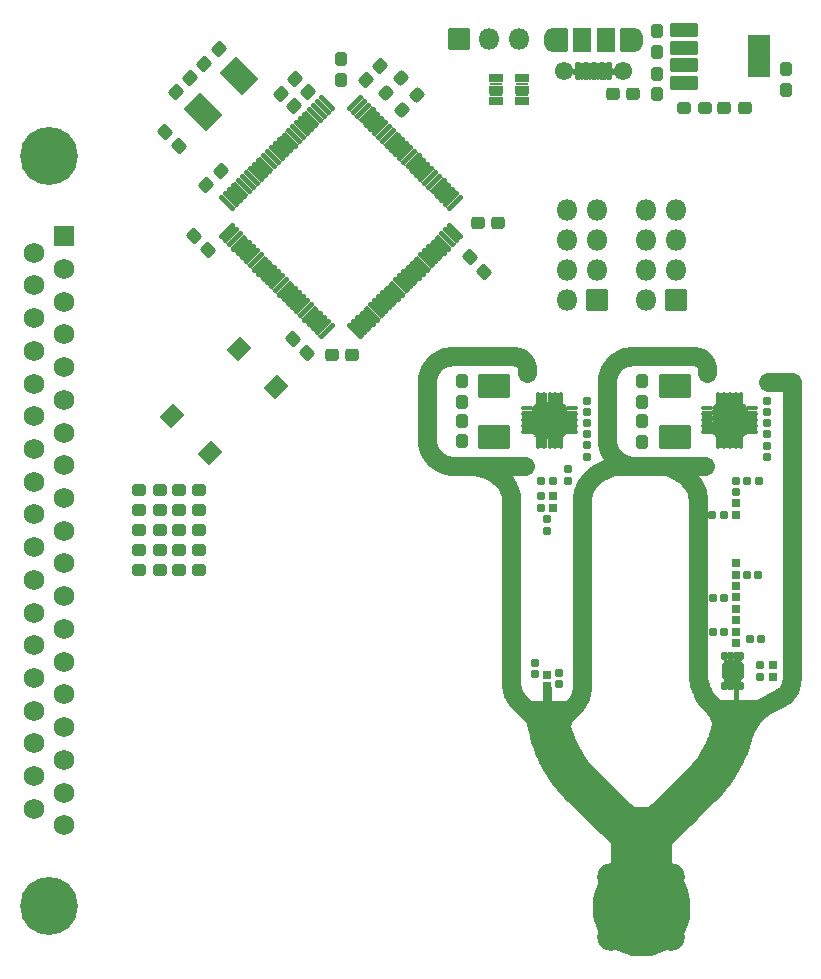
<source format=gbr>
%TF.GenerationSoftware,KiCad,Pcbnew,(6.0.1)*%
%TF.CreationDate,2022-01-21T22:27:40-06:00*%
%TF.ProjectId,Telemetry_KiCAD_Project,54656c65-6d65-4747-9279-5f4b69434144,rev?*%
%TF.SameCoordinates,Original*%
%TF.FileFunction,Soldermask,Top*%
%TF.FilePolarity,Negative*%
%FSLAX46Y46*%
G04 Gerber Fmt 4.6, Leading zero omitted, Abs format (unit mm)*
G04 Created by KiCad (PCBNEW (6.0.1)) date 2022-01-21 22:27:40*
%MOMM*%
%LPD*%
G01*
G04 APERTURE LIST*
G04 Aperture macros list*
%AMRoundRect*
0 Rectangle with rounded corners*
0 $1 Rounding radius*
0 $2 $3 $4 $5 $6 $7 $8 $9 X,Y pos of 4 corners*
0 Add a 4 corners polygon primitive as box body*
4,1,4,$2,$3,$4,$5,$6,$7,$8,$9,$2,$3,0*
0 Add four circle primitives for the rounded corners*
1,1,$1+$1,$2,$3*
1,1,$1+$1,$4,$5*
1,1,$1+$1,$6,$7*
1,1,$1+$1,$8,$9*
0 Add four rect primitives between the rounded corners*
20,1,$1+$1,$2,$3,$4,$5,0*
20,1,$1+$1,$4,$5,$6,$7,0*
20,1,$1+$1,$6,$7,$8,$9,0*
20,1,$1+$1,$8,$9,$2,$3,0*%
G04 Aperture macros list end*
%ADD10C,1.600000*%
%ADD11C,0.693370*%
%ADD12C,0.450000*%
%ADD13C,0.740000*%
%ADD14C,2.000000*%
%ADD15C,3.200000*%
%ADD16C,1.093370*%
%ADD17RoundRect,0.288500X-0.044194X-0.380070X0.380070X0.044194X0.044194X0.380070X-0.380070X-0.044194X0*%
%ADD18RoundRect,0.288500X-0.380070X0.044194X0.044194X-0.380070X0.380070X-0.044194X-0.044194X0.380070X0*%
%ADD19RoundRect,0.288500X0.300000X0.237500X-0.300000X0.237500X-0.300000X-0.237500X0.300000X-0.237500X0*%
%ADD20RoundRect,0.288500X0.380070X-0.044194X-0.044194X0.380070X-0.380070X0.044194X0.044194X-0.380070X0*%
%ADD21C,2.152000*%
%ADD22C,2.352000*%
%ADD23RoundRect,0.288500X-0.035355X-0.371231X0.371231X0.035355X0.035355X0.371231X-0.371231X-0.035355X0*%
%ADD24RoundRect,0.126000X-0.565685X0.459619X0.459619X-0.565685X0.565685X-0.459619X-0.459619X0.565685X0*%
%ADD25RoundRect,0.126000X-0.565685X-0.459619X-0.459619X-0.565685X0.565685X0.459619X0.459619X0.565685X0*%
%ADD26RoundRect,0.051000X-0.825000X0.825000X-0.825000X-0.825000X0.825000X-0.825000X0.825000X0.825000X0*%
%ADD27C,1.752000*%
%ADD28C,4.902000*%
%ADD29RoundRect,0.051000X0.170000X-0.115000X0.170000X0.115000X-0.170000X0.115000X-0.170000X-0.115000X0*%
%ADD30RoundRect,0.051000X0.155000X-0.347500X0.155000X0.347500X-0.155000X0.347500X-0.155000X-0.347500X0*%
%ADD31RoundRect,0.051000X0.170000X-0.095000X0.170000X0.095000X-0.170000X0.095000X-0.170000X-0.095000X0*%
%ADD32RoundRect,0.051000X0.155000X-0.115000X0.155000X0.115000X-0.155000X0.115000X-0.155000X-0.115000X0*%
%ADD33RoundRect,0.288500X0.237500X-0.300000X0.237500X0.300000X-0.237500X0.300000X-0.237500X-0.300000X0*%
%ADD34RoundRect,0.288500X-0.300000X-0.237500X0.300000X-0.237500X0.300000X0.237500X-0.300000X0.237500X0*%
%ADD35RoundRect,0.051000X-0.530000X-0.325000X0.530000X-0.325000X0.530000X0.325000X-0.530000X0.325000X0*%
%ADD36RoundRect,0.288500X-0.237500X0.300000X-0.237500X-0.300000X0.237500X-0.300000X0.237500X0.300000X0*%
%ADD37RoundRect,0.191000X-0.170000X0.140000X-0.170000X-0.140000X0.170000X-0.140000X0.170000X0.140000X0*%
%ADD38RoundRect,0.191000X-0.140000X-0.170000X0.140000X-0.170000X0.140000X0.170000X-0.140000X0.170000X0*%
%ADD39RoundRect,0.288500X-0.237500X0.287500X-0.237500X-0.287500X0.237500X-0.287500X0.237500X0.287500X0*%
%ADD40RoundRect,0.113500X0.062500X-0.362500X0.062500X0.362500X-0.062500X0.362500X-0.062500X-0.362500X0*%
%ADD41RoundRect,0.113500X0.362500X-0.062500X0.362500X0.062500X-0.362500X0.062500X-0.362500X-0.062500X0*%
%ADD42RoundRect,0.051000X1.300000X-1.300000X1.300000X1.300000X-1.300000X1.300000X-1.300000X-1.300000X0*%
%ADD43RoundRect,0.198500X-0.147500X-0.172500X0.147500X-0.172500X0.147500X0.172500X-0.147500X0.172500X0*%
%ADD44RoundRect,0.051000X1.300000X-0.950000X1.300000X0.950000X-1.300000X0.950000X-1.300000X-0.950000X0*%
%ADD45RoundRect,0.288500X0.237500X-0.287500X0.237500X0.287500X-0.237500X0.287500X-0.237500X-0.287500X0*%
%ADD46RoundRect,0.288500X0.287500X0.237500X-0.287500X0.237500X-0.287500X-0.237500X0.287500X-0.237500X0*%
%ADD47RoundRect,0.198500X-0.172500X0.147500X-0.172500X-0.147500X0.172500X-0.147500X0.172500X0.147500X0*%
%ADD48RoundRect,0.051000X0.200000X0.675000X-0.200000X0.675000X-0.200000X-0.675000X0.200000X-0.675000X0*%
%ADD49O,1.302000X2.002000*%
%ADD50C,1.552000*%
%ADD51RoundRect,0.051000X0.600000X0.950000X-0.600000X0.950000X-0.600000X-0.950000X0.600000X-0.950000X0*%
%ADD52RoundRect,0.051000X0.750000X0.950000X-0.750000X0.950000X-0.750000X-0.950000X0.750000X-0.950000X0*%
%ADD53RoundRect,0.191000X0.140000X0.170000X-0.140000X0.170000X-0.140000X-0.170000X0.140000X-0.170000X0*%
%ADD54RoundRect,0.186000X0.185000X-0.135000X0.185000X0.135000X-0.185000X0.135000X-0.185000X-0.135000X0*%
%ADD55RoundRect,0.138500X-0.087500X0.200000X-0.087500X-0.200000X0.087500X-0.200000X0.087500X0.200000X0*%
%ADD56RoundRect,0.301000X-0.620000X0.475000X-0.620000X-0.475000X0.620000X-0.475000X0.620000X0.475000X0*%
%ADD57RoundRect,0.191000X0.170000X-0.140000X0.170000X0.140000X-0.170000X0.140000X-0.170000X-0.140000X0*%
%ADD58RoundRect,0.198500X0.147500X0.172500X-0.147500X0.172500X-0.147500X-0.172500X0.147500X-0.172500X0*%
%ADD59RoundRect,0.198500X0.172500X-0.147500X0.172500X0.147500X-0.172500X0.147500X-0.172500X-0.147500X0*%
%ADD60RoundRect,0.051000X0.850000X0.850000X-0.850000X0.850000X-0.850000X-0.850000X0.850000X-0.850000X0*%
%ADD61O,1.802000X1.802000*%
%ADD62RoundRect,0.051000X-0.247487X1.590990X-1.590990X0.247487X0.247487X-1.590990X1.590990X-0.247487X0*%
%ADD63RoundRect,0.288500X0.044194X0.380070X-0.380070X-0.044194X-0.044194X-0.380070X0.380070X0.044194X0*%
%ADD64RoundRect,0.051000X-0.088388X-1.007627X1.007627X0.088388X0.088388X1.007627X-1.007627X-0.088388X0*%
%ADD65RoundRect,0.051000X0.850000X-0.850000X0.850000X0.850000X-0.850000X0.850000X-0.850000X-0.850000X0*%
%ADD66RoundRect,0.051000X-1.100000X-0.500000X1.100000X-0.500000X1.100000X0.500000X-1.100000X0.500000X0*%
%ADD67RoundRect,0.051000X-0.900000X-1.700000X0.900000X-1.700000X0.900000X1.700000X-0.900000X1.700000X0*%
G04 APERTURE END LIST*
D10*
X142131945Y-133724515D02*
X141899999Y-133731193D01*
X142592766Y-133671228D02*
X142363122Y-133704505D01*
X142820114Y-133624795D02*
X142592766Y-133671228D01*
X143044415Y-133565360D02*
X142820114Y-133624795D01*
X142363122Y-133704505D02*
X142131945Y-133724515D01*
X141668053Y-133724515D02*
X141436876Y-133704505D01*
X143264925Y-133493119D02*
X143044415Y-133565360D01*
X143691667Y-133311220D02*
X143480914Y-133408312D01*
X143691667Y-133311220D02*
X144440000Y-132940000D01*
X144849056Y-128730056D02*
X144440000Y-127860000D01*
X145143939Y-129607775D02*
X145089343Y-129382327D01*
X145185447Y-129835996D02*
X145143939Y-129607775D01*
X144941656Y-128942736D02*
X144849056Y-128730056D01*
X145213728Y-130066230D02*
X145185447Y-129835996D01*
X145228689Y-130297712D02*
X145213728Y-130066230D01*
X145230281Y-130529672D02*
X145228689Y-130297712D01*
X143480914Y-133408312D02*
X143264925Y-133493119D01*
X145218496Y-130761337D02*
X145230281Y-130529672D01*
X145089343Y-129382327D02*
X145021840Y-129160401D01*
X141899999Y-133731193D02*
X141668053Y-133724515D01*
X145193376Y-130991938D02*
X145218496Y-130761337D01*
X145155003Y-131220707D02*
X145193376Y-130991938D01*
X145021840Y-129160401D02*
X144941656Y-128942736D01*
X144872189Y-132102389D02*
X144961862Y-131888458D01*
X144770332Y-132310795D02*
X144440000Y-132940000D01*
X144770332Y-132310795D02*
X144872189Y-132102389D01*
X138628769Y-129707232D02*
X138675201Y-129479883D01*
X138575482Y-130168053D02*
X138595492Y-129936875D01*
X138575482Y-130631945D02*
X138568805Y-130399999D01*
X138734637Y-129255582D02*
X138806877Y-129035072D01*
X138988779Y-128608332D02*
X139360000Y-127860000D01*
X138806877Y-129035072D02*
X138891685Y-128819083D01*
X138595492Y-129936875D02*
X138628769Y-129707232D01*
X138734637Y-131544415D02*
X138675202Y-131320114D01*
X138595492Y-130863122D02*
X138575482Y-130631945D01*
X138675202Y-131320114D02*
X138628769Y-131092766D01*
X138568805Y-130399999D02*
X138575482Y-130168053D01*
X138628769Y-131092766D02*
X138595492Y-130863122D01*
X138806878Y-131764926D02*
X138734637Y-131544415D01*
X145039053Y-131669714D02*
X145103505Y-131446883D01*
X145103505Y-131446883D02*
X145155003Y-131220707D01*
X138891685Y-128819083D02*
X138988779Y-128608332D01*
X144961862Y-131888458D02*
X145039053Y-131669714D01*
X138675201Y-129479883D02*
X138734637Y-129255582D01*
X138891686Y-131980914D02*
X138806878Y-131764926D01*
X138988779Y-132191667D02*
X138891686Y-131980914D01*
X140150000Y-124768315D02*
X139566640Y-124184955D01*
X143650000Y-127900000D02*
X144440000Y-127860000D01*
X149288349Y-118737727D02*
X149449224Y-118445785D01*
X149288349Y-118737727D02*
X149107400Y-119065500D01*
X150479575Y-116089876D02*
X150570584Y-115776819D01*
X143650000Y-124762698D02*
X144360121Y-124052577D01*
X149769621Y-117861158D02*
X149976483Y-117482312D01*
X140150000Y-125650000D02*
X140150000Y-124768315D01*
X150863720Y-113994776D02*
X150880000Y-113650000D01*
X139570000Y-124180000D02*
X144230000Y-124180000D01*
X140150000Y-125650000D02*
X140150000Y-127900000D01*
X140150000Y-127900000D02*
X139360000Y-127860000D01*
X148927610Y-119308219D02*
X149107399Y-119065501D01*
X148519962Y-119835400D02*
X148726511Y-119573916D01*
X148308052Y-120092557D02*
X148519962Y-119835400D01*
X143650000Y-125650000D02*
X143650000Y-127900000D01*
X143380000Y-122710000D02*
X140923665Y-122710000D01*
X148308052Y-120092557D02*
X148036958Y-120414689D01*
X143650000Y-125650000D02*
X143650000Y-124762698D01*
X148726511Y-119573916D02*
X148927610Y-119308219D01*
X149609648Y-118153595D02*
X149769621Y-117861158D01*
X149449224Y-118445785D02*
X149609648Y-118153595D01*
X138988779Y-132191667D02*
X139360000Y-132940000D01*
X146816934Y-121632815D02*
X146798408Y-121632815D01*
X150794545Y-114732235D02*
X150830584Y-114401649D01*
X146710589Y-118871384D02*
X146927467Y-118618377D01*
X147139532Y-118361323D02*
X147279474Y-118188394D01*
X148035060Y-120414689D02*
X146816934Y-121632815D01*
X150740504Y-115060360D02*
X150794545Y-114732235D01*
X150381481Y-116408164D02*
X150479575Y-116089876D01*
X150154922Y-117034485D02*
X150273226Y-116723142D01*
X150154922Y-117034485D02*
X149976483Y-117482312D01*
X150668622Y-115385043D02*
X150740504Y-115060360D01*
X150668622Y-115385043D02*
X150570584Y-115776819D01*
X148036958Y-120414689D02*
X148035060Y-120414689D01*
X150273226Y-116723142D02*
X150381481Y-116408164D01*
X151790000Y-113650000D02*
X148270000Y-113650000D01*
X145588527Y-122842696D02*
X145570002Y-122842696D01*
X146488975Y-119120253D02*
X146710589Y-118871384D01*
X146488975Y-119120253D02*
X146246201Y-119387759D01*
X148001605Y-116979298D02*
X148080930Y-116823278D01*
X147845491Y-117273445D02*
X148001605Y-116979298D01*
X146798408Y-121632815D02*
X145588527Y-122842696D01*
X146927467Y-118618377D02*
X147139532Y-118361323D01*
X145570002Y-122842696D02*
X144360121Y-124052577D01*
X150830584Y-114401649D02*
X150863720Y-113994776D01*
X148530780Y-115599886D02*
X148617940Y-115334061D01*
X148423920Y-115915523D02*
X148530780Y-115599886D01*
X148701032Y-115009388D02*
X148617940Y-115334061D01*
X135154039Y-115228042D02*
X135097106Y-114940479D01*
X135097106Y-114940479D02*
X135036274Y-114612894D01*
X148192117Y-116540353D02*
X148311018Y-116229051D01*
X135036274Y-114612894D02*
X134983223Y-114283960D01*
X148701032Y-115009388D02*
X148774587Y-114685090D01*
X132470000Y-113750000D02*
X134910000Y-113750000D01*
X147502768Y-117844392D02*
X147279474Y-118188394D01*
X148192117Y-116540353D02*
X148080930Y-116823278D01*
X143987243Y-121612650D02*
X143970210Y-121612650D01*
X148311018Y-116229051D02*
X148423920Y-115915523D01*
X148867700Y-114026826D02*
X148900000Y-113650000D01*
X147502768Y-117844392D02*
X147679144Y-117561928D01*
X148774587Y-114685090D02*
X148830199Y-114357239D01*
X148830199Y-114357239D02*
X148867700Y-114026826D01*
X143970210Y-121612650D02*
X142857764Y-122725096D01*
X145116722Y-120500205D02*
X145099688Y-120500205D01*
X145099688Y-120500205D02*
X143987243Y-121612650D01*
X146246201Y-119387759D02*
X146229168Y-119387759D01*
X146229168Y-119387759D02*
X145116722Y-120500205D01*
X147679144Y-117561928D02*
X147845491Y-117273445D01*
X136309791Y-117852210D02*
X136474418Y-118122929D01*
X135439238Y-116104042D02*
X135556089Y-116416054D01*
X135330076Y-115789258D02*
X135439238Y-116104042D01*
X135228671Y-115471891D02*
X135330076Y-115789258D01*
X137521969Y-119342044D02*
X138646032Y-120466107D01*
X139784849Y-121590171D02*
X139799602Y-121590171D01*
X136139206Y-117565931D02*
X135973794Y-117276633D01*
X135660000Y-113750000D02*
X134910000Y-113750000D01*
X135813608Y-116984410D02*
X135680618Y-116736541D01*
X136309791Y-117852210D02*
X136139206Y-117565931D01*
X136647857Y-118351615D02*
X136474418Y-118122929D01*
X134983223Y-114283960D02*
X134937982Y-113953861D01*
X138660785Y-120466107D02*
X139784849Y-121590171D01*
X137292681Y-119114100D02*
X137068782Y-118867604D01*
X137507216Y-119342044D02*
X137521969Y-119342044D01*
X135556089Y-116416054D02*
X135680618Y-116736541D01*
X135973794Y-117276633D02*
X135813608Y-116984410D01*
X135228671Y-115471891D02*
X135154039Y-115228042D01*
X137292681Y-119114100D02*
X137507216Y-119342044D01*
X136853751Y-118613336D02*
X136647857Y-118351615D01*
X139799602Y-121590171D02*
X140923665Y-122714234D01*
X138646032Y-120466107D02*
X138660785Y-120466107D01*
X137068782Y-118867604D02*
X136853751Y-118613336D01*
X136092145Y-120739604D02*
X135864745Y-120495893D01*
X134876245Y-119307569D02*
X134686912Y-119033344D01*
X135070807Y-119578110D02*
X134876245Y-119307569D01*
X133471791Y-116626509D02*
X133368241Y-116310377D01*
X134686912Y-119033344D02*
X134502876Y-118755537D01*
X133961022Y-117770765D02*
X133820481Y-117468741D01*
X133368241Y-116310377D02*
X133280793Y-115989418D01*
X135414121Y-120004614D02*
X135255101Y-119829256D01*
X134110042Y-118068697D02*
X133961022Y-117770765D01*
X133280793Y-115989418D02*
X133220806Y-115745061D01*
X133820481Y-117468741D02*
X133699912Y-117199764D01*
X134267421Y-118362300D02*
X134110042Y-118068697D01*
X133591181Y-116937006D02*
X133471791Y-116626509D01*
X134267421Y-118362300D02*
X134382863Y-118570544D01*
X133591181Y-116937006D02*
X133699912Y-117199764D01*
X138475762Y-123108209D02*
X138489894Y-123108209D01*
X138489894Y-123108209D02*
X139566640Y-124184955D01*
X135070807Y-119578110D02*
X135255101Y-119829256D01*
X135638735Y-120250894D02*
X135414121Y-120004614D01*
X132956190Y-114236542D02*
X132960000Y-113750000D01*
X135864745Y-120495893D02*
X135638735Y-120250894D01*
X134502876Y-118755537D02*
X134382863Y-118570544D01*
X136092145Y-120739604D02*
X136294006Y-120954717D01*
D11*
X149164914Y-116845518D02*
X148972837Y-117278837D01*
D10*
X133152087Y-115483579D02*
X133076558Y-115159756D01*
D11*
X148526105Y-118114615D02*
X148272525Y-118515060D01*
X149853498Y-114096537D02*
X149795478Y-114566954D01*
X149484178Y-115953236D02*
X149335498Y-116403296D01*
D10*
X133152087Y-115483579D02*
X133220806Y-115745061D01*
X136294006Y-120954717D02*
X136308138Y-120954717D01*
D11*
X149795478Y-114566954D02*
X149714445Y-115033958D01*
X148759730Y-117702209D02*
X148526105Y-118114615D01*
D10*
X133019175Y-114832230D02*
X132980117Y-114502018D01*
X137384884Y-122031463D02*
X137399016Y-122031463D01*
X132980117Y-114502018D02*
X132956190Y-114236542D01*
X136308138Y-120954717D02*
X137384884Y-122031463D01*
D11*
X148972837Y-117278837D02*
X148759730Y-117702209D01*
X149335498Y-116403296D02*
X149164914Y-116845518D01*
D10*
X137399016Y-122031463D02*
X138475762Y-123108209D01*
X133076558Y-115159756D02*
X133019175Y-114832230D01*
D11*
X149610595Y-115496424D02*
X149484178Y-115953236D01*
X149714445Y-115033958D02*
X149610595Y-115496424D01*
X149888367Y-113623839D02*
X149853498Y-114096537D01*
X147707994Y-119276243D02*
X147398401Y-119635146D01*
D12*
X149900000Y-111970000D02*
X149900000Y-112890000D01*
D11*
X136728427Y-119978427D02*
X141360000Y-124550000D01*
X133911632Y-113623839D02*
X133946500Y-114096537D01*
X136401597Y-119635146D02*
X136728427Y-119978427D01*
D13*
X133900000Y-111890000D02*
X133900000Y-112970000D01*
D11*
X147398401Y-119635146D02*
X147071572Y-119978427D01*
X134827161Y-117278837D02*
X135040269Y-117702209D01*
X135273893Y-118114615D02*
X135527473Y-118515060D01*
X135800396Y-118902581D02*
X136092004Y-119276243D01*
X136092004Y-119276243D02*
X136401597Y-119635146D01*
X148272525Y-118515060D02*
X147999602Y-118902581D01*
X147071572Y-119978427D02*
X142430000Y-124550000D01*
X134004520Y-114566954D02*
X134085553Y-115033958D01*
X134315820Y-115953236D02*
X134464500Y-116403296D01*
X134464500Y-116403296D02*
X134635084Y-116845518D01*
X134189403Y-115496424D02*
X134315820Y-115953236D01*
X135527473Y-118515060D02*
X135800396Y-118902581D01*
X133946500Y-114096537D02*
X134004520Y-114566954D01*
X134085553Y-115033958D02*
X134189403Y-115496424D01*
X135040269Y-117702209D02*
X135273893Y-118114615D01*
X147999602Y-118902581D02*
X147707994Y-119276243D01*
X134635084Y-116845518D02*
X134827161Y-117278837D01*
D10*
X140319084Y-133408312D02*
X140108332Y-133311220D01*
D14*
X143711077Y-130400000D02*
G75*
G03*
X143711077Y-130400000I-1811077J0D01*
G01*
D10*
X140108332Y-133311220D02*
X139360000Y-132940000D01*
X141436876Y-133704505D02*
X141207232Y-133671228D01*
X140979883Y-133624796D02*
X140755583Y-133565360D01*
D15*
X141900000Y-124800000D02*
X141983360Y-132800000D01*
D16*
X141900000Y-130400000D02*
X141900000Y-125440000D01*
D10*
X140535072Y-133493119D02*
X140319084Y-133408312D01*
X140755583Y-133565360D02*
X140535072Y-133493119D01*
X141207232Y-133671228D02*
X140979883Y-133624796D01*
X129333187Y-93563187D02*
X129207078Y-93487600D01*
X130556526Y-94718846D02*
X130614932Y-94821947D01*
X130614932Y-94821947D02*
X130668209Y-94927790D01*
X130424900Y-94521854D02*
X130493131Y-94618734D01*
X130192893Y-94252893D02*
X130274600Y-94338713D01*
X127854951Y-93077437D02*
X127500000Y-93060000D01*
X128206484Y-93129582D02*
X127854951Y-93077437D01*
X130888374Y-95723365D02*
X130897091Y-95841540D01*
X128885819Y-93335656D02*
X128551213Y-93215932D01*
X129207078Y-93487600D02*
X128885819Y-93335656D01*
X128551213Y-93215932D02*
X128206484Y-93129582D01*
X129511897Y-93670302D02*
X129333187Y-93563187D01*
X130060660Y-94120660D02*
X129797341Y-93882001D01*
X130853611Y-95489010D02*
X130873869Y-95605761D01*
X130758874Y-95146675D02*
X130796044Y-95259190D01*
X130827648Y-95373393D02*
X130853611Y-95489010D01*
X130873869Y-95605761D02*
X130888374Y-95723365D01*
X130796044Y-95259190D02*
X130827648Y-95373393D01*
X130493131Y-94618734D02*
X130556526Y-94718846D01*
X130351998Y-94428438D02*
X130424900Y-94521854D01*
X130274600Y-94338713D02*
X130351998Y-94428438D01*
X130897091Y-95841540D02*
X130900000Y-95960000D01*
X130192893Y-94252893D02*
X130060660Y-94120660D01*
X129797341Y-93882001D02*
X129511897Y-93670302D01*
X130716228Y-95036120D02*
X130758874Y-95146675D01*
X130668209Y-94927790D02*
X130716228Y-95036120D01*
X130902907Y-96980000D02*
X130900000Y-95950000D01*
X141340000Y-93060000D02*
X141024881Y-93039346D01*
X140715155Y-92977737D02*
X140416120Y-92876228D01*
X139419111Y-92115743D02*
X139585685Y-92305685D01*
X140132893Y-92736556D02*
X139870319Y-92561110D01*
X141024881Y-93039346D02*
X140715155Y-92977737D01*
X139870319Y-92561110D02*
X139632893Y-92352893D01*
X139036523Y-91192094D02*
X139085809Y-91439875D01*
X139167016Y-91679103D02*
X139278754Y-91905685D01*
X139278754Y-91905685D02*
X139419111Y-92115743D01*
X139585685Y-92305685D02*
X139632893Y-92352893D01*
X139020000Y-90940000D02*
X139036523Y-91192094D01*
X139085809Y-91439875D02*
X139167016Y-91679103D01*
X141340000Y-93060000D02*
X142740000Y-93060000D01*
X147152842Y-84082842D02*
X147057871Y-83999555D01*
X146719937Y-83832904D02*
X146596047Y-83808261D01*
X146596047Y-83808261D02*
X146470000Y-83800000D01*
X146470000Y-83800000D02*
X144745940Y-83800000D01*
X142740000Y-93060000D02*
X147300000Y-93060000D01*
X147460000Y-84790000D02*
X147460000Y-85210000D01*
X146839551Y-83873507D02*
X146719937Y-83832904D01*
X146952842Y-83929376D02*
X146839551Y-83873507D01*
X147177157Y-84107157D02*
X147260444Y-84202127D01*
X147260444Y-84202127D02*
X147330622Y-84307157D01*
X147330622Y-84307157D02*
X147386491Y-84420448D01*
X147386491Y-84420448D02*
X147427094Y-84540062D01*
X147427094Y-84540062D02*
X147451738Y-84663952D01*
X147460000Y-85210000D02*
X147460000Y-85210000D01*
X147451738Y-84663952D02*
X147460000Y-84790000D01*
X147152842Y-84082842D02*
X147177157Y-84107157D01*
X147057871Y-83999555D02*
X146952842Y-83929376D01*
X139036523Y-91192094D02*
X139020000Y-90940000D01*
X139278754Y-84864314D02*
X139167016Y-85090896D01*
X141050000Y-83800000D02*
X140797905Y-83816522D01*
X139167016Y-85090896D02*
X139085809Y-85330124D01*
X140797905Y-83816522D02*
X140550124Y-83865808D01*
X139585685Y-84464314D02*
X139419110Y-84654255D01*
X139036522Y-85577905D02*
X139036522Y-85577905D01*
X141050000Y-83800000D02*
X142820000Y-83800000D01*
X140310896Y-83947015D02*
X140084314Y-84058753D01*
X140084314Y-84058753D02*
X139874255Y-84199109D01*
X139085809Y-85330124D02*
X139036522Y-85577905D01*
X140550124Y-83865808D02*
X140310896Y-83947015D01*
X139020000Y-89440000D02*
X139020000Y-90940000D01*
X140550124Y-83865808D02*
X140550124Y-83865808D01*
X139020000Y-85830000D02*
X139020000Y-87680000D01*
X139036523Y-91192094D02*
X139036523Y-91192094D01*
X139874255Y-84199109D02*
X139684314Y-84365684D01*
X139036522Y-85577905D02*
X139020000Y-85830000D01*
X139020000Y-87680000D02*
X139020000Y-89440000D01*
X139684314Y-84365684D02*
X139585685Y-84464314D01*
X142820000Y-83800000D02*
X145090000Y-83800000D01*
X148542643Y-114280422D02*
X148452901Y-114067660D01*
X137083770Y-95006119D02*
X137131789Y-94897789D01*
X153782684Y-112658998D02*
X153912983Y-112562983D01*
X127570000Y-83800000D02*
X129840000Y-83800000D01*
X125060896Y-83947015D02*
X124834314Y-84058753D01*
X146779117Y-111349309D02*
X146840239Y-111589930D01*
X137041124Y-95116675D02*
X137083770Y-95006119D01*
X153583187Y-112770517D02*
X153782684Y-112658998D01*
X124169111Y-92115743D02*
X124335685Y-92305685D01*
X136796043Y-112400808D02*
X136716227Y-112623879D01*
X136888374Y-111936634D02*
X136853610Y-112170989D01*
X123786522Y-85577905D02*
X123786522Y-85577905D01*
X138288101Y-93640302D02*
X138514565Y-93504565D01*
X138002657Y-93852001D02*
X138288101Y-93640302D01*
X130900000Y-111425000D02*
X130911625Y-111661634D01*
X151820506Y-113797689D02*
X152009121Y-113641780D01*
X146151998Y-94398438D02*
X146224900Y-94491854D01*
X154132283Y-112365903D02*
X154276901Y-112188925D01*
X153966678Y-112523417D02*
X154132283Y-112365903D01*
X147869307Y-113344691D02*
X147699149Y-113169351D01*
X133023022Y-114749595D02*
X132983114Y-114638059D01*
X125547905Y-83816522D02*
X125300124Y-83865808D01*
X145992893Y-94222893D02*
X146074600Y-94308713D01*
X137185066Y-94791946D02*
X137243472Y-94688845D01*
X148201549Y-113681187D02*
X148088823Y-113561177D01*
X131346047Y-83808261D02*
X131220000Y-83800000D01*
X135296572Y-114376934D02*
X135357472Y-114275327D01*
X131185067Y-112563051D02*
X131306868Y-112766264D01*
X132312500Y-113837500D02*
X132721446Y-114246446D01*
X130911625Y-111661634D02*
X130946388Y-111895989D01*
X139945048Y-93047437D02*
X140300000Y-93030000D01*
X123770000Y-87680000D02*
X123770000Y-89440000D01*
X143300000Y-93030000D02*
X140400000Y-93030000D01*
X146697091Y-95811540D02*
X146700000Y-95930000D01*
X125166120Y-92876228D02*
X124882893Y-92736556D01*
X145992893Y-94222893D02*
X145860660Y-94090660D01*
X145597341Y-93852001D02*
X145311897Y-93640302D01*
X125300124Y-83865808D02*
X125060896Y-83947015D01*
X146700000Y-110610000D02*
X146708820Y-110858104D01*
X150730000Y-115330000D02*
X150924395Y-114950182D01*
X124028754Y-91905685D02*
X124169111Y-92115743D01*
X146414932Y-94791947D02*
X146468209Y-94897790D01*
X138592920Y-93457600D02*
X138914180Y-93305656D01*
X135784999Y-113814999D02*
X135507592Y-114092407D01*
X137525398Y-94308711D02*
X137607106Y-94222892D01*
X132136491Y-84420448D02*
X132177094Y-84540062D01*
X151642016Y-113965094D02*
X151820506Y-113797689D01*
X138914180Y-93305656D02*
X139248785Y-93185932D01*
X131702842Y-83929376D02*
X131589551Y-83873507D01*
X146708820Y-110858104D02*
X146735237Y-111104957D01*
X137739339Y-94090660D02*
X138002657Y-93852001D01*
X131220000Y-83800000D02*
X129495940Y-83800000D01*
X125465155Y-92977737D02*
X125166120Y-92876228D01*
X130900000Y-111425000D02*
X130900000Y-111350000D01*
X123786523Y-91192094D02*
X123835809Y-91439875D01*
X125800000Y-83800000D02*
X127570000Y-83800000D01*
X145311897Y-93640302D02*
X145133187Y-93533187D01*
X146708820Y-110858104D02*
X146735237Y-111104957D01*
X147261570Y-112582580D02*
X147220553Y-112509447D01*
X136972350Y-95343393D02*
X137003954Y-95229190D01*
X144006484Y-93099582D02*
X143654951Y-93047437D01*
X145860660Y-94090660D02*
X145597341Y-93852001D01*
X136900000Y-95930000D02*
X136902907Y-95811540D01*
X152207123Y-113497980D02*
X152970000Y-113070000D01*
X123786523Y-91192094D02*
X123770000Y-90940000D01*
X124624255Y-84199109D02*
X124434314Y-84365684D01*
X146627648Y-95343393D02*
X146653611Y-95459010D01*
X140300000Y-93030000D02*
X140400000Y-93030000D01*
X131469937Y-83832904D02*
X131346047Y-83808261D01*
X145133187Y-93533187D02*
X145007078Y-93457600D01*
X154710000Y-108380000D02*
X154710000Y-110990000D01*
X123770000Y-89440000D02*
X123770000Y-90940000D01*
X153490000Y-112820000D02*
X153583187Y-112770517D01*
X146074600Y-94308713D02*
X146151998Y-94398438D01*
X132871565Y-114429366D02*
X132800999Y-114334218D01*
X124028754Y-84864314D02*
X123917016Y-85090896D01*
X135428039Y-114180179D02*
X135507592Y-114092407D01*
X123917016Y-91679103D02*
X124028754Y-91905685D01*
X137448000Y-94398437D02*
X137525398Y-94308711D01*
X132983114Y-114638059D02*
X132932466Y-114530973D01*
X123786523Y-91192094D02*
X123786523Y-91192094D01*
X136946387Y-95459009D02*
X136972350Y-95343393D01*
X148644004Y-114730161D02*
X148606642Y-114502290D01*
X154710000Y-108510000D02*
X154720000Y-86000000D01*
X139248785Y-93185932D02*
X139593515Y-93099582D01*
X133069187Y-114981682D02*
X133051805Y-114864504D01*
X131902842Y-84082842D02*
X131807871Y-83999555D01*
X124434314Y-84365684D02*
X124335685Y-84464314D01*
X137003954Y-95229190D02*
X137041124Y-95116675D01*
X146653611Y-95459010D02*
X146673869Y-95575761D01*
X133051805Y-114864504D02*
X133023022Y-114749595D01*
X131589551Y-83873507D02*
X131469937Y-83832904D01*
X146293131Y-94588734D02*
X146356526Y-94688846D01*
X146700000Y-96970000D02*
X146700000Y-110610000D01*
X146516228Y-95006120D02*
X146558874Y-95116675D01*
X143654951Y-93047437D02*
X143300000Y-93030000D01*
X136900000Y-111700000D02*
X136900000Y-111350000D01*
X138514565Y-93504565D02*
X138592920Y-93457600D01*
X123786522Y-85577905D02*
X123770000Y-85830000D01*
X124335685Y-84464314D02*
X124169110Y-84654255D01*
X148338670Y-113866980D02*
X148201549Y-113681187D01*
X136716227Y-112623879D02*
X136631987Y-112801987D01*
X137131789Y-94897789D02*
X137185066Y-94791946D01*
X146688374Y-95693365D02*
X146697091Y-95811540D01*
X131326825Y-112793175D02*
X131448000Y-112956559D01*
X146700000Y-95930000D02*
X146700000Y-96950000D01*
X123835809Y-85330124D02*
X123786522Y-85577905D01*
X126090000Y-93060000D02*
X127490000Y-93060000D01*
X146945612Y-111922319D02*
X146869521Y-111690139D01*
X133075000Y-115100000D02*
X133069187Y-114981682D01*
X135245924Y-114484020D02*
X135296572Y-114376934D01*
X131607106Y-113132106D02*
X132312500Y-113837500D01*
X125774881Y-93039346D02*
X125465155Y-92977737D01*
X124882893Y-92736556D02*
X124620319Y-92561110D01*
X152970000Y-113070000D02*
X153490000Y-112820000D01*
X131083770Y-112348878D02*
X131185067Y-112563051D01*
X154494469Y-111787941D02*
X154564007Y-111570226D01*
X136900000Y-97000000D02*
X136900000Y-111350000D01*
X137375097Y-94491853D02*
X137448000Y-94398437D01*
X136900000Y-95930000D02*
X136900000Y-96980000D01*
X139593515Y-93099582D02*
X139945048Y-93047437D01*
X132010444Y-84202127D02*
X132080622Y-84307157D01*
X136902907Y-95811540D02*
X136911624Y-95693365D01*
X146558874Y-95116675D02*
X146596044Y-95229190D01*
X124620319Y-92561110D02*
X124382893Y-92352893D01*
X135177232Y-114710465D02*
X135206016Y-114595556D01*
X148088823Y-113561177D02*
X148043455Y-113512880D01*
X132800999Y-114334218D02*
X132721446Y-114246446D01*
X147869307Y-113344691D02*
X148043455Y-113512880D01*
X123770000Y-90940000D02*
X123786523Y-91192094D01*
X131003955Y-112125808D02*
X131083770Y-112348878D01*
X124834314Y-84058753D02*
X124624255Y-84199109D01*
X153912983Y-112562983D02*
X153966678Y-112523417D01*
X146356526Y-94688846D02*
X146414932Y-94791947D01*
X137243472Y-94688845D02*
X137306867Y-94588733D01*
X151318168Y-114331728D02*
X151474351Y-114143340D01*
X123770000Y-85830000D02*
X123770000Y-87680000D01*
X146700000Y-110610000D02*
X146708820Y-110858104D01*
X136911624Y-95693365D02*
X136926129Y-95575761D01*
X136351997Y-113231559D02*
X136192892Y-113407106D01*
X135357472Y-114275327D02*
X135428039Y-114180179D01*
X148606642Y-114502290D02*
X148542643Y-114280422D01*
X123835809Y-91439875D02*
X123917016Y-91679103D01*
X151474351Y-114143340D02*
X151642016Y-113965094D01*
X132932466Y-114530973D02*
X132871565Y-114429366D01*
X131448000Y-112956559D02*
X131607106Y-113132106D01*
X136926129Y-95575761D02*
X136946387Y-95459009D01*
X137607106Y-94222892D02*
X137739339Y-94090660D01*
X147142050Y-112369478D02*
X147036583Y-112149083D01*
X125800000Y-83800000D02*
X125547905Y-83816522D01*
X131927157Y-84107157D02*
X132010444Y-84202127D01*
X148654205Y-114960850D02*
X148644004Y-114730161D01*
X136900000Y-111700000D02*
X136888374Y-111936634D01*
X123917016Y-85090896D02*
X123835809Y-85330124D01*
X132210000Y-85210000D02*
X132210000Y-85210000D01*
X146596044Y-95229190D02*
X146627648Y-95343393D01*
X151174079Y-114529520D02*
X151318168Y-114331728D01*
X147394642Y-112787494D02*
X147261570Y-112582580D01*
X154710000Y-86000000D02*
X152630000Y-86000000D01*
X132177094Y-84540062D02*
X132201738Y-84663952D01*
X146673869Y-95575761D02*
X146688374Y-95693365D01*
X130946388Y-111895989D02*
X131003955Y-112125808D01*
X146224900Y-94491854D02*
X146293131Y-94588734D01*
X146468209Y-94897790D02*
X146516228Y-95006120D01*
X136631987Y-112801987D02*
X136614931Y-112838051D01*
X144351213Y-93185932D02*
X144006484Y-93099582D01*
X125300124Y-83865808D02*
X125300124Y-83865808D01*
X126090000Y-93060000D02*
X125774881Y-93039346D01*
X132201738Y-84663952D02*
X132210000Y-84790000D01*
X136493130Y-113041264D02*
X136351997Y-113231559D01*
X152009121Y-113641780D02*
X152109140Y-113569140D01*
X132080622Y-84307157D02*
X132136491Y-84420448D01*
X147220553Y-112509447D02*
X147142050Y-112369478D01*
X146840239Y-111589930D02*
X146869521Y-111690139D01*
X145007078Y-93457600D02*
X144685819Y-93305656D01*
X154398264Y-111995258D02*
X154494469Y-111787941D01*
X151042650Y-114735941D02*
X151174079Y-114529520D01*
X147540706Y-112983358D02*
X147394642Y-112787494D01*
X137306867Y-94588733D02*
X137375097Y-94491853D01*
X131807871Y-83999555D02*
X131702842Y-83929376D01*
X131902842Y-84082842D02*
X131927157Y-84107157D01*
X136192892Y-113407106D02*
X135784999Y-113814999D01*
X132210000Y-84790000D02*
X132210000Y-85210000D01*
X127490000Y-93060000D02*
X132050000Y-93060000D01*
X130900000Y-97000000D02*
X130900000Y-111330000D01*
X154564007Y-111570226D02*
X154630000Y-111370000D01*
X154276901Y-112188925D02*
X154398264Y-111995258D01*
X150924395Y-114950182D02*
X151042650Y-114735941D01*
X124335685Y-92305685D02*
X124382893Y-92352893D01*
X152109140Y-113569140D02*
X152207123Y-113497980D01*
X135206016Y-114595556D02*
X135245924Y-114484020D01*
X144685819Y-93305656D02*
X144351213Y-93185932D01*
X136853610Y-112170989D02*
X136796043Y-112400808D01*
X146735237Y-111104957D02*
X146779117Y-111349309D01*
X142131945Y-133724515D02*
X141899999Y-133731193D01*
X142592766Y-133671228D02*
X142363122Y-133704505D01*
X142820114Y-133624795D02*
X142592766Y-133671228D01*
X143044415Y-133565360D02*
X142820114Y-133624795D01*
X142363122Y-133704505D02*
X142131945Y-133724515D01*
X141668053Y-133724515D02*
X141436876Y-133704505D01*
X143264925Y-133493119D02*
X143044415Y-133565360D01*
X143691667Y-133311220D02*
X143480914Y-133408312D01*
X143691667Y-133311220D02*
X144440000Y-132940000D01*
X144849056Y-128730056D02*
X144440000Y-127860000D01*
X145143939Y-129607775D02*
X145089343Y-129382327D01*
X145185447Y-129835996D02*
X145143939Y-129607775D01*
X144941656Y-128942736D02*
X144849056Y-128730056D01*
X145213728Y-130066230D02*
X145185447Y-129835996D01*
X145228689Y-130297712D02*
X145213728Y-130066230D01*
X145230281Y-130529672D02*
X145228689Y-130297712D01*
X143480914Y-133408312D02*
X143264925Y-133493119D01*
X145218496Y-130761337D02*
X145230281Y-130529672D01*
X145089343Y-129382327D02*
X145021840Y-129160401D01*
X141899999Y-133731193D02*
X141668053Y-133724515D01*
X145193376Y-130991938D02*
X145218496Y-130761337D01*
X145155003Y-131220707D02*
X145193376Y-130991938D01*
X145021840Y-129160401D02*
X144941656Y-128942736D01*
X144872189Y-132102389D02*
X144961862Y-131888458D01*
X144770332Y-132310795D02*
X144440000Y-132940000D01*
X144770332Y-132310795D02*
X144872189Y-132102389D01*
X138628769Y-129707232D02*
X138675201Y-129479883D01*
X138575482Y-130168053D02*
X138595492Y-129936875D01*
X138575482Y-130631945D02*
X138568805Y-130399999D01*
X138734637Y-129255582D02*
X138806877Y-129035072D01*
X138988779Y-128608332D02*
X139360000Y-127860000D01*
X138806877Y-129035072D02*
X138891685Y-128819083D01*
X138595492Y-129936875D02*
X138628769Y-129707232D01*
X138734637Y-131544415D02*
X138675202Y-131320114D01*
X138595492Y-130863122D02*
X138575482Y-130631945D01*
X138675202Y-131320114D02*
X138628769Y-131092766D01*
X138568805Y-130399999D02*
X138575482Y-130168053D01*
X138628769Y-131092766D02*
X138595492Y-130863122D01*
X138806878Y-131764926D02*
X138734637Y-131544415D01*
X145039053Y-131669714D02*
X145103505Y-131446883D01*
X145103505Y-131446883D02*
X145155003Y-131220707D01*
X138891685Y-128819083D02*
X138988779Y-128608332D01*
X144961862Y-131888458D02*
X145039053Y-131669714D01*
X138675201Y-129479883D02*
X138734637Y-129255582D01*
X138891686Y-131980914D02*
X138806878Y-131764926D01*
X138988779Y-132191667D02*
X138891686Y-131980914D01*
X140150000Y-124768315D02*
X139566640Y-124184955D01*
X143650000Y-127900000D02*
X144440000Y-127860000D01*
X149288349Y-118737727D02*
X149449224Y-118445785D01*
X149288349Y-118737727D02*
X149107400Y-119065500D01*
X150479575Y-116089876D02*
X150570584Y-115776819D01*
X143650000Y-124762698D02*
X144360121Y-124052577D01*
X149769621Y-117861158D02*
X149976483Y-117482312D01*
X140150000Y-125650000D02*
X140150000Y-124768315D01*
X150863720Y-113994776D02*
X150880000Y-113650000D01*
X139570000Y-124180000D02*
X144230000Y-124180000D01*
X140150000Y-125650000D02*
X140150000Y-127900000D01*
X140150000Y-127900000D02*
X139360000Y-127860000D01*
X148927610Y-119308219D02*
X149107399Y-119065501D01*
X148519962Y-119835400D02*
X148726511Y-119573916D01*
X148308052Y-120092557D02*
X148519962Y-119835400D01*
X143650000Y-125650000D02*
X143650000Y-127900000D01*
X143380000Y-122710000D02*
X140923665Y-122710000D01*
X148308052Y-120092557D02*
X148036958Y-120414689D01*
X143650000Y-125650000D02*
X143650000Y-124762698D01*
X148726511Y-119573916D02*
X148927610Y-119308219D01*
X149609648Y-118153595D02*
X149769621Y-117861158D01*
X149449224Y-118445785D02*
X149609648Y-118153595D01*
X138988779Y-132191667D02*
X139360000Y-132940000D01*
X146816934Y-121632815D02*
X146798408Y-121632815D01*
X150794545Y-114732235D02*
X150830584Y-114401649D01*
X146710589Y-118871384D02*
X146927467Y-118618377D01*
X147139532Y-118361323D02*
X147279474Y-118188394D01*
X148035060Y-120414689D02*
X146816934Y-121632815D01*
X150740504Y-115060360D02*
X150794545Y-114732235D01*
X150381481Y-116408164D02*
X150479575Y-116089876D01*
X150154922Y-117034485D02*
X150273226Y-116723142D01*
X150154922Y-117034485D02*
X149976483Y-117482312D01*
X150668622Y-115385043D02*
X150740504Y-115060360D01*
X150668622Y-115385043D02*
X150570584Y-115776819D01*
X148036958Y-120414689D02*
X148035060Y-120414689D01*
X150273226Y-116723142D02*
X150381481Y-116408164D01*
X151790000Y-113650000D02*
X148270000Y-113650000D01*
X145588527Y-122842696D02*
X145570002Y-122842696D01*
X146488975Y-119120253D02*
X146710589Y-118871384D01*
X146488975Y-119120253D02*
X146246201Y-119387759D01*
X148001605Y-116979298D02*
X148080930Y-116823278D01*
X147845491Y-117273445D02*
X148001605Y-116979298D01*
X146798408Y-121632815D02*
X145588527Y-122842696D01*
X146927467Y-118618377D02*
X147139532Y-118361323D01*
X145570002Y-122842696D02*
X144360121Y-124052577D01*
X150830584Y-114401649D02*
X150863720Y-113994776D01*
X148530780Y-115599886D02*
X148617940Y-115334061D01*
X148423920Y-115915523D02*
X148530780Y-115599886D01*
X148701032Y-115009388D02*
X148617940Y-115334061D01*
X135154039Y-115228042D02*
X135097106Y-114940479D01*
X135097106Y-114940479D02*
X135036274Y-114612894D01*
X148192117Y-116540353D02*
X148311018Y-116229051D01*
X135036274Y-114612894D02*
X134983223Y-114283960D01*
X148701032Y-115009388D02*
X148774587Y-114685090D01*
X132470000Y-113750000D02*
X134910000Y-113750000D01*
X147502768Y-117844392D02*
X147279474Y-118188394D01*
X148192117Y-116540353D02*
X148080930Y-116823278D01*
X143987243Y-121612650D02*
X143970210Y-121612650D01*
X148311018Y-116229051D02*
X148423920Y-115915523D01*
X148867700Y-114026826D02*
X148900000Y-113650000D01*
X147502768Y-117844392D02*
X147679144Y-117561928D01*
X148774587Y-114685090D02*
X148830199Y-114357239D01*
X148830199Y-114357239D02*
X148867700Y-114026826D01*
X143970210Y-121612650D02*
X142857764Y-122725096D01*
X145116722Y-120500205D02*
X145099688Y-120500205D01*
X145099688Y-120500205D02*
X143987243Y-121612650D01*
X146246201Y-119387759D02*
X146229168Y-119387759D01*
X146229168Y-119387759D02*
X145116722Y-120500205D01*
X147679144Y-117561928D02*
X147845491Y-117273445D01*
X136309791Y-117852210D02*
X136474418Y-118122929D01*
X135439238Y-116104042D02*
X135556089Y-116416054D01*
X135330076Y-115789258D02*
X135439238Y-116104042D01*
X135228671Y-115471891D02*
X135330076Y-115789258D01*
X137521969Y-119342044D02*
X138646032Y-120466107D01*
X139784849Y-121590171D02*
X139799602Y-121590171D01*
X136139206Y-117565931D02*
X135973794Y-117276633D01*
X135660000Y-113750000D02*
X134910000Y-113750000D01*
X135813608Y-116984410D02*
X135680618Y-116736541D01*
X136309791Y-117852210D02*
X136139206Y-117565931D01*
X136647857Y-118351615D02*
X136474418Y-118122929D01*
X134983223Y-114283960D02*
X134937982Y-113953861D01*
X138660785Y-120466107D02*
X139784849Y-121590171D01*
X137292681Y-119114100D02*
X137068782Y-118867604D01*
X137507216Y-119342044D02*
X137521969Y-119342044D01*
X135556089Y-116416054D02*
X135680618Y-116736541D01*
X135973794Y-117276633D02*
X135813608Y-116984410D01*
X135228671Y-115471891D02*
X135154039Y-115228042D01*
X137292681Y-119114100D02*
X137507216Y-119342044D01*
X136853751Y-118613336D02*
X136647857Y-118351615D01*
X139799602Y-121590171D02*
X140923665Y-122714234D01*
X138646032Y-120466107D02*
X138660785Y-120466107D01*
X137068782Y-118867604D02*
X136853751Y-118613336D01*
X136092145Y-120739604D02*
X135864745Y-120495893D01*
X134876245Y-119307569D02*
X134686912Y-119033344D01*
X135070807Y-119578110D02*
X134876245Y-119307569D01*
X133471791Y-116626509D02*
X133368241Y-116310377D01*
X134686912Y-119033344D02*
X134502876Y-118755537D01*
X133961022Y-117770765D02*
X133820481Y-117468741D01*
X133368241Y-116310377D02*
X133280793Y-115989418D01*
X135414121Y-120004614D02*
X135255101Y-119829256D01*
X134110042Y-118068697D02*
X133961022Y-117770765D01*
X133280793Y-115989418D02*
X133220806Y-115745061D01*
X133820481Y-117468741D02*
X133699912Y-117199764D01*
X134267421Y-118362300D02*
X134110042Y-118068697D01*
X133591181Y-116937006D02*
X133471791Y-116626509D01*
X134267421Y-118362300D02*
X134382863Y-118570544D01*
X133591181Y-116937006D02*
X133699912Y-117199764D01*
X138475762Y-123108209D02*
X138489894Y-123108209D01*
X138489894Y-123108209D02*
X139566640Y-124184955D01*
X135070807Y-119578110D02*
X135255101Y-119829256D01*
X135638735Y-120250894D02*
X135414121Y-120004614D01*
X132956190Y-114236542D02*
X132960000Y-113750000D01*
X135864745Y-120495893D02*
X135638735Y-120250894D01*
X134502876Y-118755537D02*
X134382863Y-118570544D01*
X136092145Y-120739604D02*
X136294006Y-120954717D01*
D11*
X149164914Y-116845518D02*
X148972837Y-117278837D01*
D10*
X133152087Y-115483579D02*
X133076558Y-115159756D01*
D11*
X148526105Y-118114615D02*
X148272525Y-118515060D01*
X149853498Y-114096537D02*
X149795478Y-114566954D01*
X149484178Y-115953236D02*
X149335498Y-116403296D01*
D10*
X133152087Y-115483579D02*
X133220806Y-115745061D01*
X136294006Y-120954717D02*
X136308138Y-120954717D01*
D11*
X149795478Y-114566954D02*
X149714445Y-115033958D01*
X148759730Y-117702209D02*
X148526105Y-118114615D01*
D10*
X133019175Y-114832230D02*
X132980117Y-114502018D01*
X137384884Y-122031463D02*
X137399016Y-122031463D01*
X132980117Y-114502018D02*
X132956190Y-114236542D01*
X136308138Y-120954717D02*
X137384884Y-122031463D01*
D11*
X148972837Y-117278837D02*
X148759730Y-117702209D01*
X149335498Y-116403296D02*
X149164914Y-116845518D01*
D10*
X137399016Y-122031463D02*
X138475762Y-123108209D01*
X133076558Y-115159756D02*
X133019175Y-114832230D01*
D11*
X149610595Y-115496424D02*
X149484178Y-115953236D01*
X149714445Y-115033958D02*
X149610595Y-115496424D01*
X149888367Y-113623839D02*
X149853498Y-114096537D01*
X147707994Y-119276243D02*
X147398401Y-119635146D01*
D12*
X149900000Y-111970000D02*
X149900000Y-112890000D01*
D11*
X136728427Y-119978427D02*
X141360000Y-124550000D01*
X133911632Y-113623839D02*
X133946500Y-114096537D01*
X136401597Y-119635146D02*
X136728427Y-119978427D01*
D13*
X133900000Y-111890000D02*
X133900000Y-112970000D01*
D11*
X147398401Y-119635146D02*
X147071572Y-119978427D01*
X134827161Y-117278837D02*
X135040269Y-117702209D01*
X135273893Y-118114615D02*
X135527473Y-118515060D01*
X135800396Y-118902581D02*
X136092004Y-119276243D01*
X136092004Y-119276243D02*
X136401597Y-119635146D01*
X148272525Y-118515060D02*
X147999602Y-118902581D01*
X147071572Y-119978427D02*
X142430000Y-124550000D01*
X134004520Y-114566954D02*
X134085553Y-115033958D01*
X134315820Y-115953236D02*
X134464500Y-116403296D01*
X134464500Y-116403296D02*
X134635084Y-116845518D01*
X134189403Y-115496424D02*
X134315820Y-115953236D01*
X135527473Y-118515060D02*
X135800396Y-118902581D01*
X133946500Y-114096537D02*
X134004520Y-114566954D01*
X134085553Y-115033958D02*
X134189403Y-115496424D01*
X135040269Y-117702209D02*
X135273893Y-118114615D01*
X147999602Y-118902581D02*
X147707994Y-119276243D01*
X134635084Y-116845518D02*
X134827161Y-117278837D01*
D10*
X140319084Y-133408312D02*
X140108332Y-133311220D01*
D14*
X143711077Y-130400000D02*
G75*
G03*
X143711077Y-130400000I-1811077J0D01*
G01*
D10*
X140108332Y-133311220D02*
X139360000Y-132940000D01*
X141436876Y-133704505D02*
X141207232Y-133671228D01*
X140979883Y-133624796D02*
X140755583Y-133565360D01*
D15*
X141900000Y-124800000D02*
X141983360Y-132800000D01*
D16*
X141900000Y-130400000D02*
X141900000Y-125440000D01*
D10*
X140535072Y-133493119D02*
X140319084Y-133408312D01*
X140755583Y-133565360D02*
X140535072Y-133493119D01*
X141207232Y-133671228D02*
X140979883Y-133624796D01*
X129333187Y-93563187D02*
X129207078Y-93487600D01*
X130556526Y-94718846D02*
X130614932Y-94821947D01*
X130614932Y-94821947D02*
X130668209Y-94927790D01*
X130424900Y-94521854D02*
X130493131Y-94618734D01*
X130192893Y-94252893D02*
X130274600Y-94338713D01*
X127854951Y-93077437D02*
X127500000Y-93060000D01*
X128206484Y-93129582D02*
X127854951Y-93077437D01*
X130888374Y-95723365D02*
X130897091Y-95841540D01*
X128885819Y-93335656D02*
X128551213Y-93215932D01*
X129207078Y-93487600D02*
X128885819Y-93335656D01*
X128551213Y-93215932D02*
X128206484Y-93129582D01*
X129511897Y-93670302D02*
X129333187Y-93563187D01*
X130060660Y-94120660D02*
X129797341Y-93882001D01*
X130853611Y-95489010D02*
X130873869Y-95605761D01*
X130758874Y-95146675D02*
X130796044Y-95259190D01*
X130827648Y-95373393D02*
X130853611Y-95489010D01*
X130873869Y-95605761D02*
X130888374Y-95723365D01*
X130796044Y-95259190D02*
X130827648Y-95373393D01*
X130493131Y-94618734D02*
X130556526Y-94718846D01*
X130351998Y-94428438D02*
X130424900Y-94521854D01*
X130274600Y-94338713D02*
X130351998Y-94428438D01*
X130897091Y-95841540D02*
X130900000Y-95960000D01*
X130192893Y-94252893D02*
X130060660Y-94120660D01*
X129797341Y-93882001D02*
X129511897Y-93670302D01*
X130716228Y-95036120D02*
X130758874Y-95146675D01*
X130668209Y-94927790D02*
X130716228Y-95036120D01*
X130902907Y-96980000D02*
X130900000Y-95950000D01*
X141340000Y-93060000D02*
X141024881Y-93039346D01*
X140715155Y-92977737D02*
X140416120Y-92876228D01*
X139419111Y-92115743D02*
X139585685Y-92305685D01*
X140132893Y-92736556D02*
X139870319Y-92561110D01*
X141024881Y-93039346D02*
X140715155Y-92977737D01*
X139870319Y-92561110D02*
X139632893Y-92352893D01*
X139036523Y-91192094D02*
X139085809Y-91439875D01*
X139167016Y-91679103D02*
X139278754Y-91905685D01*
X139278754Y-91905685D02*
X139419111Y-92115743D01*
X139585685Y-92305685D02*
X139632893Y-92352893D01*
X139020000Y-90940000D02*
X139036523Y-91192094D01*
X139085809Y-91439875D02*
X139167016Y-91679103D01*
X141340000Y-93060000D02*
X142740000Y-93060000D01*
X147152842Y-84082842D02*
X147057871Y-83999555D01*
X146719937Y-83832904D02*
X146596047Y-83808261D01*
X146596047Y-83808261D02*
X146470000Y-83800000D01*
X146470000Y-83800000D02*
X144745940Y-83800000D01*
X142740000Y-93060000D02*
X147300000Y-93060000D01*
X147460000Y-84790000D02*
X147460000Y-85210000D01*
X146839551Y-83873507D02*
X146719937Y-83832904D01*
X146952842Y-83929376D02*
X146839551Y-83873507D01*
X147177157Y-84107157D02*
X147260444Y-84202127D01*
X147260444Y-84202127D02*
X147330622Y-84307157D01*
X147330622Y-84307157D02*
X147386491Y-84420448D01*
X147386491Y-84420448D02*
X147427094Y-84540062D01*
X147427094Y-84540062D02*
X147451738Y-84663952D01*
X147460000Y-85210000D02*
X147460000Y-85210000D01*
X147451738Y-84663952D02*
X147460000Y-84790000D01*
X147152842Y-84082842D02*
X147177157Y-84107157D01*
X147057871Y-83999555D02*
X146952842Y-83929376D01*
X139036523Y-91192094D02*
X139020000Y-90940000D01*
X139278754Y-84864314D02*
X139167016Y-85090896D01*
X141050000Y-83800000D02*
X140797905Y-83816522D01*
X139167016Y-85090896D02*
X139085809Y-85330124D01*
X140797905Y-83816522D02*
X140550124Y-83865808D01*
X139585685Y-84464314D02*
X139419110Y-84654255D01*
X139036522Y-85577905D02*
X139036522Y-85577905D01*
X141050000Y-83800000D02*
X142820000Y-83800000D01*
X140310896Y-83947015D02*
X140084314Y-84058753D01*
X140084314Y-84058753D02*
X139874255Y-84199109D01*
X139085809Y-85330124D02*
X139036522Y-85577905D01*
X140550124Y-83865808D02*
X140310896Y-83947015D01*
X139020000Y-89440000D02*
X139020000Y-90940000D01*
X140550124Y-83865808D02*
X140550124Y-83865808D01*
X139020000Y-85830000D02*
X139020000Y-87680000D01*
X139036523Y-91192094D02*
X139036523Y-91192094D01*
X139874255Y-84199109D02*
X139684314Y-84365684D01*
X139036522Y-85577905D02*
X139020000Y-85830000D01*
X139020000Y-87680000D02*
X139020000Y-89440000D01*
X139684314Y-84365684D02*
X139585685Y-84464314D01*
X142820000Y-83800000D02*
X145090000Y-83800000D01*
X148542643Y-114280422D02*
X148452901Y-114067660D01*
X137083770Y-95006119D02*
X137131789Y-94897789D01*
X153782684Y-112658998D02*
X153912983Y-112562983D01*
X127570000Y-83800000D02*
X129840000Y-83800000D01*
X125060896Y-83947015D02*
X124834314Y-84058753D01*
X146779117Y-111349309D02*
X146840239Y-111589930D01*
X137041124Y-95116675D02*
X137083770Y-95006119D01*
X153583187Y-112770517D02*
X153782684Y-112658998D01*
X124169111Y-92115743D02*
X124335685Y-92305685D01*
X136796043Y-112400808D02*
X136716227Y-112623879D01*
X136888374Y-111936634D02*
X136853610Y-112170989D01*
X123786522Y-85577905D02*
X123786522Y-85577905D01*
X138288101Y-93640302D02*
X138514565Y-93504565D01*
X138002657Y-93852001D02*
X138288101Y-93640302D01*
X130900000Y-111425000D02*
X130911625Y-111661634D01*
X151820506Y-113797689D02*
X152009121Y-113641780D01*
X146151998Y-94398438D02*
X146224900Y-94491854D01*
X154132283Y-112365903D02*
X154276901Y-112188925D01*
X153966678Y-112523417D02*
X154132283Y-112365903D01*
X147869307Y-113344691D02*
X147699149Y-113169351D01*
X133023022Y-114749595D02*
X132983114Y-114638059D01*
X125547905Y-83816522D02*
X125300124Y-83865808D01*
X145992893Y-94222893D02*
X146074600Y-94308713D01*
X137185066Y-94791946D02*
X137243472Y-94688845D01*
X148201549Y-113681187D02*
X148088823Y-113561177D01*
X131346047Y-83808261D02*
X131220000Y-83800000D01*
X135296572Y-114376934D02*
X135357472Y-114275327D01*
X131185067Y-112563051D02*
X131306868Y-112766264D01*
X132312500Y-113837500D02*
X132721446Y-114246446D01*
X130911625Y-111661634D02*
X130946388Y-111895989D01*
X139945048Y-93047437D02*
X140300000Y-93030000D01*
X123770000Y-87680000D02*
X123770000Y-89440000D01*
X143300000Y-93030000D02*
X140400000Y-93030000D01*
X146697091Y-95811540D02*
X146700000Y-95930000D01*
X125166120Y-92876228D02*
X124882893Y-92736556D01*
X145992893Y-94222893D02*
X145860660Y-94090660D01*
X145597341Y-93852001D02*
X145311897Y-93640302D01*
X125300124Y-83865808D02*
X125060896Y-83947015D01*
X146700000Y-110610000D02*
X146708820Y-110858104D01*
X150730000Y-115330000D02*
X150924395Y-114950182D01*
X124028754Y-91905685D02*
X124169111Y-92115743D01*
X146414932Y-94791947D02*
X146468209Y-94897790D01*
X138592920Y-93457600D02*
X138914180Y-93305656D01*
X135784999Y-113814999D02*
X135507592Y-114092407D01*
X137525398Y-94308711D02*
X137607106Y-94222892D01*
X132136491Y-84420448D02*
X132177094Y-84540062D01*
X151642016Y-113965094D02*
X151820506Y-113797689D01*
X138914180Y-93305656D02*
X139248785Y-93185932D01*
X131702842Y-83929376D02*
X131589551Y-83873507D01*
X146708820Y-110858104D02*
X146735237Y-111104957D01*
X137739339Y-94090660D02*
X138002657Y-93852001D01*
X131220000Y-83800000D02*
X129495940Y-83800000D01*
X125465155Y-92977737D02*
X125166120Y-92876228D01*
X130900000Y-111425000D02*
X130900000Y-111350000D01*
X123786523Y-91192094D02*
X123835809Y-91439875D01*
X125800000Y-83800000D02*
X127570000Y-83800000D01*
X145311897Y-93640302D02*
X145133187Y-93533187D01*
X146708820Y-110858104D02*
X146735237Y-111104957D01*
X147261570Y-112582580D02*
X147220553Y-112509447D01*
X136972350Y-95343393D02*
X137003954Y-95229190D01*
X144006484Y-93099582D02*
X143654951Y-93047437D01*
X145860660Y-94090660D02*
X145597341Y-93852001D01*
X136900000Y-95930000D02*
X136902907Y-95811540D01*
X152207123Y-113497980D02*
X152970000Y-113070000D01*
X123786523Y-91192094D02*
X123770000Y-90940000D01*
X124624255Y-84199109D02*
X124434314Y-84365684D01*
X146627648Y-95343393D02*
X146653611Y-95459010D01*
X140300000Y-93030000D02*
X140400000Y-93030000D01*
X131469937Y-83832904D02*
X131346047Y-83808261D01*
X145133187Y-93533187D02*
X145007078Y-93457600D01*
X154710000Y-108380000D02*
X154710000Y-110990000D01*
X123770000Y-89440000D02*
X123770000Y-90940000D01*
X153490000Y-112820000D02*
X153583187Y-112770517D01*
X146074600Y-94308713D02*
X146151998Y-94398438D01*
X132871565Y-114429366D02*
X132800999Y-114334218D01*
X124028754Y-84864314D02*
X123917016Y-85090896D01*
X135428039Y-114180179D02*
X135507592Y-114092407D01*
X123917016Y-91679103D02*
X124028754Y-91905685D01*
X137448000Y-94398437D02*
X137525398Y-94308711D01*
X132983114Y-114638059D02*
X132932466Y-114530973D01*
X123786523Y-91192094D02*
X123786523Y-91192094D01*
X136946387Y-95459009D02*
X136972350Y-95343393D01*
X148644004Y-114730161D02*
X148606642Y-114502290D01*
X154710000Y-108510000D02*
X154720000Y-86000000D01*
X139248785Y-93185932D02*
X139593515Y-93099582D01*
X133069187Y-114981682D02*
X133051805Y-114864504D01*
X131902842Y-84082842D02*
X131807871Y-83999555D01*
X124434314Y-84365684D02*
X124335685Y-84464314D01*
X137003954Y-95229190D02*
X137041124Y-95116675D01*
X146653611Y-95459010D02*
X146673869Y-95575761D01*
X133051805Y-114864504D02*
X133023022Y-114749595D01*
X131589551Y-83873507D02*
X131469937Y-83832904D01*
X146293131Y-94588734D02*
X146356526Y-94688846D01*
X146700000Y-96970000D02*
X146700000Y-110610000D01*
X146516228Y-95006120D02*
X146558874Y-95116675D01*
X143654951Y-93047437D02*
X143300000Y-93030000D01*
X136900000Y-111700000D02*
X136900000Y-111350000D01*
X138514565Y-93504565D02*
X138592920Y-93457600D01*
X123786522Y-85577905D02*
X123770000Y-85830000D01*
X124335685Y-84464314D02*
X124169110Y-84654255D01*
X148338670Y-113866980D02*
X148201549Y-113681187D01*
X136716227Y-112623879D02*
X136631987Y-112801987D01*
X137131789Y-94897789D02*
X137185066Y-94791946D01*
X146688374Y-95693365D02*
X146697091Y-95811540D01*
X131326825Y-112793175D02*
X131448000Y-112956559D01*
X146700000Y-95930000D02*
X146700000Y-96950000D01*
X123835809Y-85330124D02*
X123786522Y-85577905D01*
X126090000Y-93060000D02*
X127490000Y-93060000D01*
X146945612Y-111922319D02*
X146869521Y-111690139D01*
X133075000Y-115100000D02*
X133069187Y-114981682D01*
X135245924Y-114484020D02*
X135296572Y-114376934D01*
X131607106Y-113132106D02*
X132312500Y-113837500D01*
X125774881Y-93039346D02*
X125465155Y-92977737D01*
X124882893Y-92736556D02*
X124620319Y-92561110D01*
X152970000Y-113070000D02*
X153490000Y-112820000D01*
X131083770Y-112348878D02*
X131185067Y-112563051D01*
X154494469Y-111787941D02*
X154564007Y-111570226D01*
X136900000Y-97000000D02*
X136900000Y-111350000D01*
X137375097Y-94491853D02*
X137448000Y-94398437D01*
X136900000Y-95930000D02*
X136900000Y-96980000D01*
X139593515Y-93099582D02*
X139945048Y-93047437D01*
X132010444Y-84202127D02*
X132080622Y-84307157D01*
X136902907Y-95811540D02*
X136911624Y-95693365D01*
X146558874Y-95116675D02*
X146596044Y-95229190D01*
X124620319Y-92561110D02*
X124382893Y-92352893D01*
X135177232Y-114710465D02*
X135206016Y-114595556D01*
X148088823Y-113561177D02*
X148043455Y-113512880D01*
X132800999Y-114334218D02*
X132721446Y-114246446D01*
X147869307Y-113344691D02*
X148043455Y-113512880D01*
X123770000Y-90940000D02*
X123786523Y-91192094D01*
X131003955Y-112125808D02*
X131083770Y-112348878D01*
X124834314Y-84058753D02*
X124624255Y-84199109D01*
X153912983Y-112562983D02*
X153966678Y-112523417D01*
X146356526Y-94688846D02*
X146414932Y-94791947D01*
X137243472Y-94688845D02*
X137306867Y-94588733D01*
X151318168Y-114331728D02*
X151474351Y-114143340D01*
X123770000Y-85830000D02*
X123770000Y-87680000D01*
X146700000Y-110610000D02*
X146708820Y-110858104D01*
X136911624Y-95693365D02*
X136926129Y-95575761D01*
X136351997Y-113231559D02*
X136192892Y-113407106D01*
X135357472Y-114275327D02*
X135428039Y-114180179D01*
X148606642Y-114502290D02*
X148542643Y-114280422D01*
X123835809Y-91439875D02*
X123917016Y-91679103D01*
X151474351Y-114143340D02*
X151642016Y-113965094D01*
X132932466Y-114530973D02*
X132871565Y-114429366D01*
X131448000Y-112956559D02*
X131607106Y-113132106D01*
X136926129Y-95575761D02*
X136946387Y-95459009D01*
X137607106Y-94222892D02*
X137739339Y-94090660D01*
X147142050Y-112369478D02*
X147036583Y-112149083D01*
X125800000Y-83800000D02*
X125547905Y-83816522D01*
X131927157Y-84107157D02*
X132010444Y-84202127D01*
X148654205Y-114960850D02*
X148644004Y-114730161D01*
X136900000Y-111700000D02*
X136888374Y-111936634D01*
X123917016Y-85090896D02*
X123835809Y-85330124D01*
X132210000Y-85210000D02*
X132210000Y-85210000D01*
X146596044Y-95229190D02*
X146627648Y-95343393D01*
X151174079Y-114529520D02*
X151318168Y-114331728D01*
X147394642Y-112787494D02*
X147261570Y-112582580D01*
X154710000Y-86000000D02*
X152630000Y-86000000D01*
X132177094Y-84540062D02*
X132201738Y-84663952D01*
X146673869Y-95575761D02*
X146688374Y-95693365D01*
X130946388Y-111895989D02*
X131003955Y-112125808D01*
X146224900Y-94491854D02*
X146293131Y-94588734D01*
X146468209Y-94897790D02*
X146516228Y-95006120D01*
X136631987Y-112801987D02*
X136614931Y-112838051D01*
X144351213Y-93185932D02*
X144006484Y-93099582D01*
X125300124Y-83865808D02*
X125300124Y-83865808D01*
X126090000Y-93060000D02*
X125774881Y-93039346D01*
X132201738Y-84663952D02*
X132210000Y-84790000D01*
X136493130Y-113041264D02*
X136351997Y-113231559D01*
X152009121Y-113641780D02*
X152109140Y-113569140D01*
X132080622Y-84307157D02*
X132136491Y-84420448D01*
X147220553Y-112509447D02*
X147142050Y-112369478D01*
X146840239Y-111589930D02*
X146869521Y-111690139D01*
X145007078Y-93457600D02*
X144685819Y-93305656D01*
X154398264Y-111995258D02*
X154494469Y-111787941D01*
X151042650Y-114735941D02*
X151174079Y-114529520D01*
X147540706Y-112983358D02*
X147394642Y-112787494D01*
X137306867Y-94588733D02*
X137375097Y-94491853D01*
X131807871Y-83999555D02*
X131702842Y-83929376D01*
X131902842Y-84082842D02*
X131927157Y-84107157D01*
X136192892Y-113407106D02*
X135784999Y-113814999D01*
X132210000Y-84790000D02*
X132210000Y-85210000D01*
X127490000Y-93060000D02*
X132050000Y-93060000D01*
X130900000Y-97000000D02*
X130900000Y-111330000D01*
X154564007Y-111570226D02*
X154630000Y-111370000D01*
X154276901Y-112188925D02*
X154398264Y-111995258D01*
X150924395Y-114950182D02*
X151042650Y-114735941D01*
X124335685Y-92305685D02*
X124382893Y-92352893D01*
X152109140Y-113569140D02*
X152207123Y-113497980D01*
X135206016Y-114595556D02*
X135245924Y-114484020D01*
X144685819Y-93305656D02*
X144351213Y-93185932D01*
X136853610Y-112170989D02*
X136796043Y-112400808D01*
X146735237Y-111104957D02*
X146779117Y-111349309D01*
D17*
%TO.C,C25*%
X102525000Y-61425000D03*
X103744760Y-60205240D03*
%TD*%
%TO.C,C27*%
X118600000Y-60400000D03*
X119819760Y-59180240D03*
%TD*%
D18*
%TO.C,C28*%
X127400000Y-75400000D03*
X128619760Y-76619760D03*
%TD*%
D19*
%TO.C,C30*%
X117425000Y-83700000D03*
X115700000Y-83700000D03*
%TD*%
D18*
%TO.C,C31*%
X112400000Y-82300000D03*
X113619760Y-83519760D03*
%TD*%
D20*
%TO.C,C32*%
X105244195Y-74802773D03*
X104024435Y-73583013D03*
%TD*%
D17*
%TO.C,C35*%
X112478909Y-62622157D03*
X113698669Y-61402397D03*
%TD*%
D21*
%TO.C,J3*%
X141900000Y-130400000D03*
D22*
X139360000Y-127860000D03*
X139360000Y-132940000D03*
X144440000Y-132940000D03*
X144440000Y-127860000D03*
%TD*%
D23*
%TO.C,R4*%
X121700000Y-62900000D03*
X122937436Y-61662564D03*
%TD*%
%TO.C,R5*%
X120300000Y-61500000D03*
X121537436Y-60262564D03*
%TD*%
D24*
%TO.C,U7*%
X115315596Y-62330315D03*
X114962043Y-62683868D03*
X114608489Y-63037422D03*
X114254936Y-63390975D03*
X113901383Y-63744528D03*
X113547829Y-64098082D03*
X113194276Y-64451635D03*
X112840722Y-64805189D03*
X112487169Y-65158742D03*
X112133616Y-65512295D03*
X111780062Y-65865849D03*
X111426509Y-66219402D03*
X111072955Y-66572955D03*
X110719402Y-66926509D03*
X110365849Y-67280062D03*
X110012295Y-67633616D03*
X109658742Y-67987169D03*
X109305189Y-68340722D03*
X108951635Y-68694276D03*
X108598082Y-69047829D03*
X108244528Y-69401383D03*
X107890975Y-69754936D03*
X107537422Y-70108489D03*
X107183868Y-70462043D03*
X106830315Y-70815596D03*
D25*
X106830315Y-73184404D03*
X107183868Y-73537957D03*
X107537422Y-73891511D03*
X107890975Y-74245064D03*
X108244528Y-74598617D03*
X108598082Y-74952171D03*
X108951635Y-75305724D03*
X109305189Y-75659278D03*
X109658742Y-76012831D03*
X110012295Y-76366384D03*
X110365849Y-76719938D03*
X110719402Y-77073491D03*
X111072955Y-77427045D03*
X111426509Y-77780598D03*
X111780062Y-78134151D03*
X112133616Y-78487705D03*
X112487169Y-78841258D03*
X112840722Y-79194811D03*
X113194276Y-79548365D03*
X113547829Y-79901918D03*
X113901383Y-80255472D03*
X114254936Y-80609025D03*
X114608489Y-80962578D03*
X114962043Y-81316132D03*
X115315596Y-81669685D03*
D24*
X117684404Y-81669685D03*
X118037957Y-81316132D03*
X118391511Y-80962578D03*
X118745064Y-80609025D03*
X119098617Y-80255472D03*
X119452171Y-79901918D03*
X119805724Y-79548365D03*
X120159278Y-79194811D03*
X120512831Y-78841258D03*
X120866384Y-78487705D03*
X121219938Y-78134151D03*
X121573491Y-77780598D03*
X121927045Y-77427045D03*
X122280598Y-77073491D03*
X122634151Y-76719938D03*
X122987705Y-76366384D03*
X123341258Y-76012831D03*
X123694811Y-75659278D03*
X124048365Y-75305724D03*
X124401918Y-74952171D03*
X124755472Y-74598617D03*
X125109025Y-74245064D03*
X125462578Y-73891511D03*
X125816132Y-73537957D03*
X126169685Y-73184404D03*
D25*
X126169685Y-70815596D03*
X125816132Y-70462043D03*
X125462578Y-70108489D03*
X125109025Y-69754936D03*
X124755472Y-69401383D03*
X124401918Y-69047829D03*
X124048365Y-68694276D03*
X123694811Y-68340722D03*
X123341258Y-67987169D03*
X122987705Y-67633616D03*
X122634151Y-67280062D03*
X122280598Y-66926509D03*
X121927045Y-66572955D03*
X121573491Y-66219402D03*
X121219938Y-65865849D03*
X120866384Y-65512295D03*
X120512831Y-65158742D03*
X120159278Y-64805189D03*
X119805724Y-64451635D03*
X119452171Y-64098082D03*
X119098617Y-63744528D03*
X118745064Y-63390975D03*
X118391511Y-63037422D03*
X118037957Y-62683868D03*
X117684404Y-62330315D03*
%TD*%
D26*
%TO.C,J5*%
X93000000Y-73625000D03*
D27*
X93000000Y-76395000D03*
X93000000Y-79165000D03*
X93000000Y-81935000D03*
X93000000Y-84705000D03*
X93000000Y-87475000D03*
X93000000Y-90245000D03*
X93000000Y-93015000D03*
X93000000Y-95785000D03*
X93000000Y-98555000D03*
X93000000Y-101325000D03*
X93000000Y-104095000D03*
X93000000Y-106865000D03*
X93000000Y-109635000D03*
X93000000Y-112405000D03*
X93000000Y-115175000D03*
X93000000Y-117945000D03*
X93000000Y-120715000D03*
X93000000Y-123485000D03*
X90460000Y-75010000D03*
X90460000Y-77780000D03*
X90460000Y-80550000D03*
X90460000Y-83320000D03*
X90460000Y-86090000D03*
X90460000Y-88860000D03*
X90460000Y-91630000D03*
X90460000Y-94400000D03*
X90460000Y-97170000D03*
X90460000Y-99940000D03*
X90460000Y-102710000D03*
X90460000Y-105480000D03*
X90460000Y-108250000D03*
X90460000Y-111020000D03*
X90460000Y-113790000D03*
X90460000Y-116560000D03*
X90460000Y-119330000D03*
X90460000Y-122100000D03*
D28*
X91730000Y-66805000D03*
X91730000Y-130305000D03*
%TD*%
D29*
%TO.C,U3*%
X141340000Y-124590000D03*
D30*
X141895000Y-124822500D03*
D29*
X142450000Y-124590000D03*
D31*
X142450000Y-125000000D03*
D29*
X142450000Y-125410000D03*
D32*
X141895000Y-125410000D03*
D29*
X141340000Y-125410000D03*
D31*
X141340000Y-125000000D03*
%TD*%
D17*
%TO.C,C34*%
X111420000Y-61560000D03*
X112639760Y-60340240D03*
%TD*%
D33*
%TO.C,C26*%
X116500000Y-60362500D03*
X116500000Y-58637500D03*
%TD*%
D34*
%TO.C,C29*%
X128100001Y-72500000D03*
X129825001Y-72500000D03*
%TD*%
D35*
%TO.C,U5*%
X129600000Y-60250000D03*
X129600000Y-61200000D03*
X129600000Y-62150000D03*
X131800000Y-62150000D03*
X131800000Y-61200000D03*
X131800000Y-60250000D03*
%TD*%
D36*
%TO.C,C2*%
X126720000Y-89270001D03*
X126720000Y-90995001D03*
%TD*%
D37*
%TO.C,C3*%
X137300000Y-89440000D03*
X137300000Y-90400000D03*
%TD*%
D38*
%TO.C,C12*%
X151130000Y-107740000D03*
X152090000Y-107740000D03*
%TD*%
D33*
%TO.C,C13*%
X143250000Y-58000000D03*
X143250000Y-56275000D03*
%TD*%
D37*
%TO.C,C15*%
X152540000Y-87540000D03*
X152540000Y-88500000D03*
%TD*%
%TO.C,C17*%
X152540000Y-89440000D03*
X152540000Y-90400000D03*
%TD*%
D39*
%TO.C,D1*%
X143250000Y-59850000D03*
X143250000Y-61600000D03*
%TD*%
D40*
%TO.C,U1*%
X133150000Y-91125000D03*
X133650000Y-91125000D03*
X134150000Y-91125000D03*
X134650000Y-91125000D03*
X135150000Y-91125000D03*
D41*
X136075000Y-90200000D03*
X136075000Y-89700000D03*
X136075000Y-89200000D03*
X136075000Y-88700000D03*
X136075000Y-88200000D03*
D40*
X135150000Y-87275000D03*
X134650000Y-87275000D03*
X134150000Y-87275000D03*
X133650000Y-87275000D03*
X133150000Y-87275000D03*
D41*
X132225000Y-88200000D03*
X132225000Y-88700000D03*
X132225000Y-89200000D03*
X132225000Y-89700000D03*
X132225000Y-90200000D03*
D42*
X134150000Y-89200000D03*
%TD*%
D43*
%TO.C,L1*%
X133437500Y-94350000D03*
X134407500Y-94350000D03*
%TD*%
D37*
%TO.C,C7*%
X133400000Y-95640000D03*
X133400000Y-96600000D03*
%TD*%
%TO.C,C8*%
X133900000Y-97590000D03*
X133900000Y-98550000D03*
%TD*%
%TO.C,C6*%
X135700000Y-93340000D03*
X135700000Y-94300000D03*
%TD*%
D44*
%TO.C,Y1*%
X129490000Y-90595000D03*
X129490000Y-86295000D03*
%TD*%
D19*
%TO.C,FB1*%
X141225000Y-61600000D03*
X139500000Y-61600000D03*
%TD*%
D45*
%TO.C,R2*%
X154200000Y-61200000D03*
X154200000Y-59450000D03*
%TD*%
D46*
%TO.C,R3*%
X147300000Y-62800000D03*
X145550000Y-62800000D03*
%TD*%
D47*
%TO.C,L2*%
X134420000Y-95635000D03*
X134420000Y-96605000D03*
%TD*%
D48*
%TO.C,J4*%
X139200000Y-59662500D03*
X138550000Y-59662500D03*
X137900000Y-59662500D03*
X137250000Y-59662500D03*
X136600000Y-59662500D03*
D49*
X141400000Y-56962500D03*
D50*
X135400000Y-59662500D03*
D51*
X140800000Y-56962500D03*
D49*
X134400000Y-56962500D03*
D52*
X136900000Y-56962500D03*
D50*
X140400000Y-59662500D03*
D51*
X135000000Y-56962500D03*
D52*
X138900000Y-56962500D03*
%TD*%
D33*
%TO.C,C18*%
X141970000Y-87620000D03*
X141970000Y-85895000D03*
%TD*%
%TO.C,C4*%
X126719999Y-87620000D03*
X126719999Y-85895000D03*
%TD*%
D38*
%TO.C,C11*%
X147960000Y-107120000D03*
X148920000Y-107120000D03*
%TD*%
D47*
%TO.C,L9*%
X149900000Y-101317501D03*
X149900000Y-102287501D03*
%TD*%
%TO.C,L4*%
X149900000Y-107110000D03*
X149900000Y-108080000D03*
%TD*%
D38*
%TO.C,C21*%
X150880000Y-102300000D03*
X151840000Y-102300000D03*
%TD*%
D47*
%TO.C,L11*%
X149900000Y-105170000D03*
X149900000Y-106140000D03*
%TD*%
D53*
%TO.C,C22*%
X148920000Y-104220000D03*
X147960000Y-104220000D03*
%TD*%
D54*
%TO.C,R1*%
X151980000Y-110910000D03*
X151980000Y-109890000D03*
%TD*%
D55*
%TO.C,U2*%
X150400000Y-109132500D03*
X149900000Y-109132500D03*
X149400000Y-109132500D03*
X148900000Y-109132500D03*
X148900000Y-111707500D03*
X149400000Y-111707500D03*
X149900000Y-111707500D03*
X150400000Y-111707500D03*
D56*
X149650000Y-110420000D03*
%TD*%
D57*
%TO.C,C9*%
X132890000Y-110710000D03*
X132890000Y-109750000D03*
%TD*%
D47*
%TO.C,L3*%
X133900000Y-110730000D03*
X133900000Y-111700000D03*
%TD*%
D57*
%TO.C,C10*%
X134910000Y-111570000D03*
X134910000Y-110610000D03*
%TD*%
D58*
%TO.C,L8*%
X148910000Y-97220000D03*
X147940000Y-97220000D03*
%TD*%
D43*
%TO.C,L6*%
X150880000Y-94350000D03*
X151850000Y-94350000D03*
%TD*%
D37*
%TO.C,C20*%
X149900000Y-94307500D03*
X149900000Y-95267500D03*
%TD*%
D47*
%TO.C,L7*%
X149900000Y-96220000D03*
X149900000Y-97190000D03*
%TD*%
D44*
%TO.C,Y2*%
X144740000Y-90595000D03*
X144740000Y-86295000D03*
%TD*%
D40*
%TO.C,U6*%
X148400000Y-91125000D03*
X148900000Y-91125000D03*
X149400000Y-91125000D03*
X149900000Y-91125000D03*
X150400000Y-91125000D03*
D41*
X151325000Y-90200000D03*
X151325000Y-89700000D03*
X151325000Y-89200000D03*
X151325000Y-88700000D03*
X151325000Y-88200000D03*
D40*
X150400000Y-87275000D03*
X149900000Y-87275000D03*
X149400000Y-87275000D03*
X148900000Y-87275000D03*
X148400000Y-87275000D03*
D41*
X147475000Y-88200000D03*
X147475000Y-88700000D03*
X147475000Y-89200000D03*
X147475000Y-89700000D03*
X147475000Y-90200000D03*
D42*
X149400000Y-89200000D03*
%TD*%
D36*
%TO.C,C16*%
X141970000Y-89280000D03*
X141970000Y-91005000D03*
%TD*%
D46*
%TO.C,D4*%
X101145000Y-98500000D03*
X99395000Y-98500000D03*
%TD*%
%TO.C,D6*%
X101150000Y-101900000D03*
X99400000Y-101900000D03*
%TD*%
%TO.C,R6*%
X104495000Y-101900000D03*
X102745000Y-101900000D03*
%TD*%
%TO.C,R8*%
X104495000Y-98500000D03*
X102745000Y-98500000D03*
%TD*%
%TO.C,R10*%
X104495000Y-95100000D03*
X102745000Y-95100000D03*
%TD*%
%TO.C,D3*%
X101145000Y-96800000D03*
X99395000Y-96800000D03*
%TD*%
%TO.C,R7*%
X104495000Y-100200000D03*
X102745000Y-100200000D03*
%TD*%
%TO.C,R9*%
X104495000Y-96800000D03*
X102745000Y-96800000D03*
%TD*%
%TO.C,D5*%
X101145000Y-100200000D03*
X99395000Y-100200000D03*
%TD*%
D59*
%TO.C,L5*%
X153030000Y-110900000D03*
X153030000Y-109930000D03*
%TD*%
D60*
%TO.C,J2*%
X138190000Y-79000000D03*
D61*
X135650000Y-79000000D03*
X138190000Y-76460000D03*
X135650000Y-76460000D03*
X138190000Y-73920000D03*
X135650000Y-73920000D03*
X138190000Y-71380000D03*
X135650000Y-71380000D03*
%TD*%
D60*
%TO.C,J1*%
X144890000Y-78980001D03*
D61*
X142350000Y-78980001D03*
X144890000Y-76440001D03*
X142350000Y-76440001D03*
X144890000Y-73900001D03*
X142350000Y-73900001D03*
X144890000Y-71360001D03*
X142350000Y-71360001D03*
%TD*%
D37*
%TO.C,C1*%
X137300000Y-87540000D03*
X137300000Y-88500000D03*
%TD*%
D62*
%TO.C,Y3*%
X107849354Y-60075646D03*
X104808794Y-63116206D03*
%TD*%
D34*
%TO.C,C14*%
X148950001Y-62800000D03*
X150675001Y-62800000D03*
%TD*%
D63*
%TO.C,C24*%
X106150000Y-57800000D03*
X104930240Y-59019760D03*
%TD*%
D20*
%TO.C,C23*%
X102800000Y-65980000D03*
X101580240Y-64760240D03*
%TD*%
D64*
%TO.C,SW1*%
X107823295Y-83194725D03*
X102194725Y-88823295D03*
X111005275Y-86376705D03*
X105376705Y-92005275D03*
%TD*%
D65*
%TO.C,JP1*%
X126500000Y-56900000D03*
D61*
X129040000Y-56900000D03*
X131580000Y-56900000D03*
%TD*%
D46*
%TO.C,D2*%
X101145000Y-95100000D03*
X99395000Y-95100000D03*
%TD*%
D63*
%TO.C,C33*%
X106299999Y-68100000D03*
X105080239Y-69319760D03*
%TD*%
D57*
%TO.C,C5*%
X137300000Y-92280000D03*
X137300000Y-91320000D03*
%TD*%
D47*
%TO.C,L10*%
X149900000Y-103230000D03*
X149900000Y-104200000D03*
%TD*%
D57*
%TO.C,C19*%
X152540000Y-92310000D03*
X152540000Y-91350000D03*
%TD*%
D66*
%TO.C,U4*%
X145550000Y-56150000D03*
X145550000Y-57650000D03*
X145550000Y-59150000D03*
X145550000Y-60650000D03*
D67*
X151850000Y-58400000D03*
%TD*%
G36*
X142090660Y-124442493D02*
G01*
X142096424Y-124446344D01*
X142162788Y-124467125D01*
X142233590Y-124446335D01*
X142239340Y-124442493D01*
X142241336Y-124442362D01*
X142242447Y-124444025D01*
X142242114Y-124445267D01*
X142234767Y-124456262D01*
X142231000Y-124475199D01*
X142231000Y-124704801D01*
X142234767Y-124723738D01*
X142245380Y-124739620D01*
X142261262Y-124750233D01*
X142280199Y-124754000D01*
X142619801Y-124754000D01*
X142638738Y-124750233D01*
X142653773Y-124740186D01*
X142655768Y-124740055D01*
X142656880Y-124741718D01*
X142656793Y-124742447D01*
X142637898Y-124802788D01*
X142656955Y-124867690D01*
X142656483Y-124869633D01*
X142654564Y-124870197D01*
X142653925Y-124869916D01*
X142638737Y-124859767D01*
X142619801Y-124856000D01*
X142280199Y-124856000D01*
X142261262Y-124859767D01*
X142245380Y-124870380D01*
X142234767Y-124886262D01*
X142231000Y-124905199D01*
X142231000Y-125094801D01*
X142234767Y-125113738D01*
X142245380Y-125129620D01*
X142261262Y-125140233D01*
X142280199Y-125144000D01*
X142619801Y-125144000D01*
X142638738Y-125140233D01*
X142653773Y-125130186D01*
X142655768Y-125130055D01*
X142656880Y-125131718D01*
X142656793Y-125132447D01*
X142637898Y-125192788D01*
X142656955Y-125257690D01*
X142656483Y-125259633D01*
X142654564Y-125260197D01*
X142653925Y-125259916D01*
X142638737Y-125249767D01*
X142619801Y-125246000D01*
X142280199Y-125246000D01*
X142261262Y-125249767D01*
X142245380Y-125260380D01*
X142234767Y-125276262D01*
X142231000Y-125295199D01*
X142231000Y-125524801D01*
X142234767Y-125543738D01*
X142242114Y-125554733D01*
X142242245Y-125556729D01*
X142240582Y-125557840D01*
X142239340Y-125557507D01*
X142233576Y-125553656D01*
X142167212Y-125532875D01*
X142096410Y-125553665D01*
X142090660Y-125557507D01*
X142088664Y-125557638D01*
X142087553Y-125555975D01*
X142087886Y-125554733D01*
X142095233Y-125543738D01*
X142099000Y-125524801D01*
X142099000Y-125295199D01*
X142095233Y-125276262D01*
X142084620Y-125260380D01*
X142068738Y-125249767D01*
X142049801Y-125246000D01*
X141740199Y-125246000D01*
X141721262Y-125249767D01*
X141705380Y-125260380D01*
X141694767Y-125276262D01*
X141691000Y-125295199D01*
X141691000Y-125524801D01*
X141694767Y-125543738D01*
X141702114Y-125554733D01*
X141702245Y-125556729D01*
X141700582Y-125557840D01*
X141699340Y-125557507D01*
X141693576Y-125553656D01*
X141627212Y-125532875D01*
X141556410Y-125553665D01*
X141550660Y-125557507D01*
X141548664Y-125557638D01*
X141547553Y-125555975D01*
X141547886Y-125554733D01*
X141555233Y-125543738D01*
X141559000Y-125524801D01*
X141559000Y-125295199D01*
X141555233Y-125276262D01*
X141544620Y-125260380D01*
X141528738Y-125249767D01*
X141509801Y-125246000D01*
X141170199Y-125246000D01*
X141151262Y-125249767D01*
X141136227Y-125259814D01*
X141134232Y-125259945D01*
X141133120Y-125258282D01*
X141133207Y-125257553D01*
X141152102Y-125197212D01*
X141133045Y-125132310D01*
X141133517Y-125130367D01*
X141135436Y-125129803D01*
X141136075Y-125130084D01*
X141151263Y-125140233D01*
X141170199Y-125144000D01*
X141509801Y-125144000D01*
X141528738Y-125140233D01*
X141544620Y-125129620D01*
X141555233Y-125113738D01*
X141559000Y-125094801D01*
X141559000Y-124905199D01*
X141555233Y-124886262D01*
X141544620Y-124870380D01*
X141528738Y-124859767D01*
X141509801Y-124856000D01*
X141170199Y-124856000D01*
X141151262Y-124859767D01*
X141136227Y-124869814D01*
X141134232Y-124869945D01*
X141133120Y-124868282D01*
X141133207Y-124867553D01*
X141152102Y-124807212D01*
X141133045Y-124742310D01*
X141133517Y-124740367D01*
X141135436Y-124739803D01*
X141136075Y-124740084D01*
X141151263Y-124750233D01*
X141170199Y-124754000D01*
X141509801Y-124754000D01*
X141528738Y-124750233D01*
X141544620Y-124739620D01*
X141555233Y-124723738D01*
X141559000Y-124704801D01*
X141559000Y-124475199D01*
X141555233Y-124456262D01*
X141547886Y-124445267D01*
X141547755Y-124443271D01*
X141549418Y-124442160D01*
X141550660Y-124442493D01*
X141556424Y-124446344D01*
X141622788Y-124467125D01*
X141693590Y-124446335D01*
X141699340Y-124442493D01*
X141701336Y-124442362D01*
X141702447Y-124444025D01*
X141702114Y-124445267D01*
X141694767Y-124456262D01*
X141691000Y-124475199D01*
X141691000Y-125169801D01*
X141694767Y-125188738D01*
X141705380Y-125204620D01*
X141721262Y-125215233D01*
X141740199Y-125219000D01*
X142049801Y-125219000D01*
X142068738Y-125215233D01*
X142084620Y-125204620D01*
X142095233Y-125188738D01*
X142099000Y-125169801D01*
X142099000Y-124475199D01*
X142095233Y-124456262D01*
X142087886Y-124445267D01*
X142087755Y-124443271D01*
X142089418Y-124442160D01*
X142090660Y-124442493D01*
G37*
G36*
X150441143Y-111141677D02*
G01*
X150441955Y-111143505D01*
X150441380Y-111144708D01*
X150433788Y-111152300D01*
X150433484Y-111152809D01*
X150398849Y-111185522D01*
X150382202Y-111252749D01*
X150404543Y-111318305D01*
X150458939Y-111361501D01*
X150477585Y-111367084D01*
X150478957Y-111368539D01*
X150478383Y-111370455D01*
X150477011Y-111371000D01*
X150312699Y-111371000D01*
X150260277Y-111381428D01*
X150216008Y-111411008D01*
X150186428Y-111455277D01*
X150176000Y-111507699D01*
X150176000Y-111907301D01*
X150186428Y-111959723D01*
X150215252Y-112002861D01*
X150215383Y-112004857D01*
X150213720Y-112005968D01*
X150212991Y-112005881D01*
X150152211Y-111986850D01*
X150086879Y-112006033D01*
X150084936Y-112005561D01*
X150084372Y-112003642D01*
X150084653Y-112003003D01*
X150113572Y-111959723D01*
X150124000Y-111907301D01*
X150124000Y-111507699D01*
X150113572Y-111455277D01*
X150083992Y-111411008D01*
X150039723Y-111381428D01*
X149987301Y-111371000D01*
X149812699Y-111371000D01*
X149760277Y-111381428D01*
X149716008Y-111411008D01*
X149686428Y-111455277D01*
X149676000Y-111507699D01*
X149676000Y-111907301D01*
X149686428Y-111959723D01*
X149715252Y-112002861D01*
X149715383Y-112004857D01*
X149713720Y-112005968D01*
X149712991Y-112005881D01*
X149652211Y-111986850D01*
X149586879Y-112006033D01*
X149584936Y-112005561D01*
X149584372Y-112003642D01*
X149584653Y-112003003D01*
X149613572Y-111959723D01*
X149624000Y-111907301D01*
X149624000Y-111507699D01*
X149613572Y-111455277D01*
X149583992Y-111411008D01*
X149539723Y-111381428D01*
X149487301Y-111371000D01*
X149312699Y-111371000D01*
X149260277Y-111381428D01*
X149216008Y-111411008D01*
X149186428Y-111455277D01*
X149176000Y-111507699D01*
X149176000Y-111907301D01*
X149186428Y-111959723D01*
X149215252Y-112002861D01*
X149215383Y-112004857D01*
X149213720Y-112005968D01*
X149212991Y-112005881D01*
X149152211Y-111986850D01*
X149086879Y-112006033D01*
X149084936Y-112005561D01*
X149084372Y-112003642D01*
X149084653Y-112003003D01*
X149113572Y-111959723D01*
X149124000Y-111907301D01*
X149124000Y-111507699D01*
X149113572Y-111455277D01*
X149083992Y-111411008D01*
X149039723Y-111381428D01*
X148987301Y-111371000D01*
X148821449Y-111371000D01*
X148819717Y-111370000D01*
X148819717Y-111368000D01*
X148820522Y-111367228D01*
X148880346Y-111335935D01*
X148914619Y-111275750D01*
X148910911Y-111206592D01*
X148870284Y-111150250D01*
X148869464Y-111149729D01*
X148868538Y-111147956D01*
X148869610Y-111146268D01*
X148871345Y-111146212D01*
X148961285Y-111185975D01*
X149030120Y-111194000D01*
X150269886Y-111194000D01*
X150339219Y-111185856D01*
X150439154Y-111141466D01*
X150441143Y-111141677D01*
G37*
G36*
X150215064Y-108834439D02*
G01*
X150215628Y-108836358D01*
X150215347Y-108836997D01*
X150186428Y-108880277D01*
X150176000Y-108932699D01*
X150176000Y-109332301D01*
X150186428Y-109384723D01*
X150216008Y-109428992D01*
X150260277Y-109458572D01*
X150312699Y-109469000D01*
X150478551Y-109469000D01*
X150480283Y-109470000D01*
X150480283Y-109472000D01*
X150479478Y-109472772D01*
X150419654Y-109504065D01*
X150385381Y-109564250D01*
X150389089Y-109633408D01*
X150429716Y-109689750D01*
X150430536Y-109690271D01*
X150431462Y-109692044D01*
X150430390Y-109693732D01*
X150428655Y-109693788D01*
X150338715Y-109654025D01*
X150269880Y-109646000D01*
X149030114Y-109646000D01*
X148960781Y-109654144D01*
X148860846Y-109698534D01*
X148858857Y-109698323D01*
X148858045Y-109696495D01*
X148858620Y-109695292D01*
X148866212Y-109687700D01*
X148866516Y-109687191D01*
X148901151Y-109654478D01*
X148917798Y-109587251D01*
X148895457Y-109521695D01*
X148841061Y-109478499D01*
X148822415Y-109472916D01*
X148821043Y-109471461D01*
X148821617Y-109469545D01*
X148822989Y-109469000D01*
X148987301Y-109469000D01*
X149039723Y-109458572D01*
X149083992Y-109428992D01*
X149113572Y-109384723D01*
X149124000Y-109332301D01*
X149124000Y-108932699D01*
X149113572Y-108880277D01*
X149084748Y-108837139D01*
X149084617Y-108835143D01*
X149086280Y-108834032D01*
X149087009Y-108834119D01*
X149147789Y-108853150D01*
X149213121Y-108833967D01*
X149215064Y-108834439D01*
X149215628Y-108836358D01*
X149215347Y-108836997D01*
X149186428Y-108880277D01*
X149176000Y-108932699D01*
X149176000Y-109332301D01*
X149186428Y-109384723D01*
X149216008Y-109428992D01*
X149260277Y-109458572D01*
X149312699Y-109469000D01*
X149487301Y-109469000D01*
X149539723Y-109458572D01*
X149583992Y-109428992D01*
X149613572Y-109384723D01*
X149624000Y-109332301D01*
X149624000Y-108932699D01*
X149613572Y-108880277D01*
X149584748Y-108837139D01*
X149584617Y-108835143D01*
X149586280Y-108834032D01*
X149587009Y-108834119D01*
X149647789Y-108853150D01*
X149713121Y-108833967D01*
X149715064Y-108834439D01*
X149715628Y-108836358D01*
X149715347Y-108836997D01*
X149686428Y-108880277D01*
X149676000Y-108932699D01*
X149676000Y-109332301D01*
X149686428Y-109384723D01*
X149716008Y-109428992D01*
X149760277Y-109458572D01*
X149812699Y-109469000D01*
X149987301Y-109469000D01*
X150039723Y-109458572D01*
X150083992Y-109428992D01*
X150113572Y-109384723D01*
X150124000Y-109332301D01*
X150124000Y-108932699D01*
X150113572Y-108880277D01*
X150084748Y-108837139D01*
X150084617Y-108835143D01*
X150086280Y-108834032D01*
X150087009Y-108834119D01*
X150147789Y-108853150D01*
X150213121Y-108833967D01*
X150215064Y-108834439D01*
G37*
G36*
X150685521Y-90550000D02*
G01*
X150685521Y-90552000D01*
X150684352Y-90552919D01*
X150617340Y-90572595D01*
X150572005Y-90624916D01*
X150563218Y-90700302D01*
X150565835Y-90713456D01*
X150565192Y-90715350D01*
X150563230Y-90715740D01*
X150562210Y-90714957D01*
X150541315Y-90683685D01*
X150505156Y-90659525D01*
X150462301Y-90651000D01*
X150337699Y-90651000D01*
X150294844Y-90659525D01*
X150258685Y-90683685D01*
X150234525Y-90719844D01*
X150226000Y-90762699D01*
X150226000Y-91487301D01*
X150234525Y-91530156D01*
X150249052Y-91551898D01*
X150249183Y-91553894D01*
X150247520Y-91555005D01*
X150246106Y-91554544D01*
X150199055Y-91515223D01*
X150130339Y-91506592D01*
X150067709Y-91536556D01*
X150060202Y-91545219D01*
X150058312Y-91545873D01*
X150056801Y-91544563D01*
X150057028Y-91542798D01*
X150065475Y-91530156D01*
X150074000Y-91487301D01*
X150074000Y-90762699D01*
X150065475Y-90719844D01*
X150041315Y-90683685D01*
X150005156Y-90659525D01*
X149962301Y-90651000D01*
X149837699Y-90651000D01*
X149794844Y-90659525D01*
X149758685Y-90683685D01*
X149734525Y-90719844D01*
X149726000Y-90762699D01*
X149726000Y-91487301D01*
X149734525Y-91530156D01*
X149749052Y-91551898D01*
X149749183Y-91553894D01*
X149747520Y-91555005D01*
X149746106Y-91554544D01*
X149699055Y-91515223D01*
X149630339Y-91506592D01*
X149567709Y-91536556D01*
X149560202Y-91545219D01*
X149558312Y-91545873D01*
X149556801Y-91544563D01*
X149557028Y-91542798D01*
X149565475Y-91530156D01*
X149574000Y-91487301D01*
X149574000Y-90762699D01*
X149565475Y-90719844D01*
X149541315Y-90683685D01*
X149505156Y-90659525D01*
X149462301Y-90651000D01*
X149337699Y-90651000D01*
X149294844Y-90659525D01*
X149258685Y-90683685D01*
X149234525Y-90719844D01*
X149226000Y-90762699D01*
X149226000Y-91487301D01*
X149234525Y-91530156D01*
X149249052Y-91551898D01*
X149249183Y-91553894D01*
X149247520Y-91555005D01*
X149246106Y-91554544D01*
X149199055Y-91515223D01*
X149130339Y-91506592D01*
X149067709Y-91536556D01*
X149060202Y-91545219D01*
X149058312Y-91545873D01*
X149056801Y-91544563D01*
X149057028Y-91542798D01*
X149065475Y-91530156D01*
X149074000Y-91487301D01*
X149074000Y-90762699D01*
X149065475Y-90719844D01*
X149041315Y-90683685D01*
X149005156Y-90659525D01*
X148962301Y-90651000D01*
X148837699Y-90651000D01*
X148794844Y-90659525D01*
X148758685Y-90683685D01*
X148734525Y-90719844D01*
X148726000Y-90762699D01*
X148726000Y-91487301D01*
X148734525Y-91530156D01*
X148749052Y-91551898D01*
X148749183Y-91553894D01*
X148747520Y-91555005D01*
X148746106Y-91554544D01*
X148699055Y-91515223D01*
X148630339Y-91506592D01*
X148567709Y-91536556D01*
X148560202Y-91545219D01*
X148558312Y-91545873D01*
X148556801Y-91544563D01*
X148557028Y-91542798D01*
X148565475Y-91530156D01*
X148574000Y-91487301D01*
X148574000Y-90762699D01*
X148565475Y-90719844D01*
X148541315Y-90683685D01*
X148505156Y-90659525D01*
X148462301Y-90651000D01*
X148337699Y-90651000D01*
X148294844Y-90659525D01*
X148258685Y-90683685D01*
X148237789Y-90714958D01*
X148235995Y-90715843D01*
X148234332Y-90714732D01*
X148234164Y-90713457D01*
X148236786Y-90700275D01*
X148230586Y-90630996D01*
X148188117Y-90576325D01*
X148123726Y-90555530D01*
X148123484Y-90555262D01*
X148122066Y-90554980D01*
X148121841Y-90554921D01*
X148115592Y-90552903D01*
X148114251Y-90551419D01*
X148114866Y-90549516D01*
X148116207Y-90549000D01*
X150683789Y-90549000D01*
X150685521Y-90550000D01*
G37*
G36*
X135435521Y-90550000D02*
G01*
X135435521Y-90552000D01*
X135434352Y-90552919D01*
X135367340Y-90572595D01*
X135322005Y-90624916D01*
X135313218Y-90700302D01*
X135315835Y-90713456D01*
X135315192Y-90715350D01*
X135313230Y-90715740D01*
X135312210Y-90714957D01*
X135291315Y-90683685D01*
X135255156Y-90659525D01*
X135212301Y-90651000D01*
X135087699Y-90651000D01*
X135044844Y-90659525D01*
X135008685Y-90683685D01*
X134984525Y-90719844D01*
X134976000Y-90762699D01*
X134976000Y-91487301D01*
X134984525Y-91530156D01*
X134999052Y-91551898D01*
X134999183Y-91553894D01*
X134997520Y-91555005D01*
X134996106Y-91554544D01*
X134949055Y-91515223D01*
X134880339Y-91506592D01*
X134817709Y-91536556D01*
X134810202Y-91545219D01*
X134808312Y-91545873D01*
X134806801Y-91544563D01*
X134807028Y-91542798D01*
X134815475Y-91530156D01*
X134824000Y-91487301D01*
X134824000Y-90762699D01*
X134815475Y-90719844D01*
X134791315Y-90683685D01*
X134755156Y-90659525D01*
X134712301Y-90651000D01*
X134587699Y-90651000D01*
X134544844Y-90659525D01*
X134508685Y-90683685D01*
X134484525Y-90719844D01*
X134476000Y-90762699D01*
X134476000Y-91487301D01*
X134484525Y-91530156D01*
X134499052Y-91551898D01*
X134499183Y-91553894D01*
X134497520Y-91555005D01*
X134496106Y-91554544D01*
X134449055Y-91515223D01*
X134380339Y-91506592D01*
X134317709Y-91536556D01*
X134310202Y-91545219D01*
X134308312Y-91545873D01*
X134306801Y-91544563D01*
X134307028Y-91542798D01*
X134315475Y-91530156D01*
X134324000Y-91487301D01*
X134324000Y-90762699D01*
X134315475Y-90719844D01*
X134291315Y-90683685D01*
X134255156Y-90659525D01*
X134212301Y-90651000D01*
X134087699Y-90651000D01*
X134044844Y-90659525D01*
X134008685Y-90683685D01*
X133984525Y-90719844D01*
X133976000Y-90762699D01*
X133976000Y-91487301D01*
X133984525Y-91530156D01*
X133999052Y-91551898D01*
X133999183Y-91553894D01*
X133997520Y-91555005D01*
X133996106Y-91554544D01*
X133949055Y-91515223D01*
X133880339Y-91506592D01*
X133817709Y-91536556D01*
X133810202Y-91545219D01*
X133808312Y-91545873D01*
X133806801Y-91544563D01*
X133807028Y-91542798D01*
X133815475Y-91530156D01*
X133824000Y-91487301D01*
X133824000Y-90762699D01*
X133815475Y-90719844D01*
X133791315Y-90683685D01*
X133755156Y-90659525D01*
X133712301Y-90651000D01*
X133587699Y-90651000D01*
X133544844Y-90659525D01*
X133508685Y-90683685D01*
X133484525Y-90719844D01*
X133476000Y-90762699D01*
X133476000Y-91487301D01*
X133484525Y-91530156D01*
X133499052Y-91551898D01*
X133499183Y-91553894D01*
X133497520Y-91555005D01*
X133496106Y-91554544D01*
X133449055Y-91515223D01*
X133380339Y-91506592D01*
X133317709Y-91536556D01*
X133310202Y-91545219D01*
X133308312Y-91545873D01*
X133306801Y-91544563D01*
X133307028Y-91542798D01*
X133315475Y-91530156D01*
X133324000Y-91487301D01*
X133324000Y-90762699D01*
X133315475Y-90719844D01*
X133291315Y-90683685D01*
X133255156Y-90659525D01*
X133212301Y-90651000D01*
X133087699Y-90651000D01*
X133044844Y-90659525D01*
X133008685Y-90683685D01*
X132987789Y-90714958D01*
X132985995Y-90715843D01*
X132984332Y-90714732D01*
X132984164Y-90713457D01*
X132986786Y-90700275D01*
X132980586Y-90630996D01*
X132938117Y-90576325D01*
X132873726Y-90555530D01*
X132873484Y-90555262D01*
X132872066Y-90554980D01*
X132871841Y-90554921D01*
X132865592Y-90552903D01*
X132864251Y-90551419D01*
X132864866Y-90549516D01*
X132866207Y-90549000D01*
X135433789Y-90549000D01*
X135435521Y-90550000D01*
G37*
G36*
X135502919Y-87915648D02*
G01*
X135522595Y-87982660D01*
X135574916Y-88027995D01*
X135650302Y-88036782D01*
X135663456Y-88034165D01*
X135665350Y-88034808D01*
X135665740Y-88036770D01*
X135664957Y-88037790D01*
X135633685Y-88058685D01*
X135609525Y-88094844D01*
X135601000Y-88137699D01*
X135601000Y-88262301D01*
X135609525Y-88305156D01*
X135633685Y-88341315D01*
X135669844Y-88365475D01*
X135712699Y-88374000D01*
X136437301Y-88374000D01*
X136480156Y-88365475D01*
X136501898Y-88350948D01*
X136503894Y-88350817D01*
X136505005Y-88352480D01*
X136504544Y-88353894D01*
X136465223Y-88400945D01*
X136456592Y-88469661D01*
X136486556Y-88532291D01*
X136495219Y-88539798D01*
X136495873Y-88541688D01*
X136494563Y-88543199D01*
X136492798Y-88542972D01*
X136480156Y-88534525D01*
X136437301Y-88526000D01*
X135712699Y-88526000D01*
X135669844Y-88534525D01*
X135633685Y-88558685D01*
X135609525Y-88594844D01*
X135601000Y-88637699D01*
X135601000Y-88762301D01*
X135609525Y-88805156D01*
X135633685Y-88841315D01*
X135669844Y-88865475D01*
X135712699Y-88874000D01*
X136437301Y-88874000D01*
X136480156Y-88865475D01*
X136501898Y-88850948D01*
X136503894Y-88850817D01*
X136505005Y-88852480D01*
X136504544Y-88853894D01*
X136465223Y-88900945D01*
X136456592Y-88969661D01*
X136486556Y-89032291D01*
X136495219Y-89039798D01*
X136495873Y-89041688D01*
X136494563Y-89043199D01*
X136492798Y-89042972D01*
X136480156Y-89034525D01*
X136437301Y-89026000D01*
X135712699Y-89026000D01*
X135669844Y-89034525D01*
X135633685Y-89058685D01*
X135609525Y-89094844D01*
X135601000Y-89137699D01*
X135601000Y-89262301D01*
X135609525Y-89305156D01*
X135633685Y-89341315D01*
X135669844Y-89365475D01*
X135712699Y-89374000D01*
X136437301Y-89374000D01*
X136480156Y-89365475D01*
X136501898Y-89350948D01*
X136503894Y-89350817D01*
X136505005Y-89352480D01*
X136504544Y-89353894D01*
X136465223Y-89400945D01*
X136456592Y-89469661D01*
X136486556Y-89532291D01*
X136495219Y-89539798D01*
X136495873Y-89541688D01*
X136494563Y-89543199D01*
X136492798Y-89542972D01*
X136480156Y-89534525D01*
X136437301Y-89526000D01*
X135712699Y-89526000D01*
X135669844Y-89534525D01*
X135633685Y-89558685D01*
X135609525Y-89594844D01*
X135601000Y-89637699D01*
X135601000Y-89762301D01*
X135609525Y-89805156D01*
X135633685Y-89841315D01*
X135669844Y-89865475D01*
X135712699Y-89874000D01*
X136437301Y-89874000D01*
X136480156Y-89865475D01*
X136501898Y-89850948D01*
X136503894Y-89850817D01*
X136505005Y-89852480D01*
X136504544Y-89853894D01*
X136465223Y-89900945D01*
X136456592Y-89969661D01*
X136486556Y-90032291D01*
X136495219Y-90039798D01*
X136495873Y-90041688D01*
X136494563Y-90043199D01*
X136492798Y-90042972D01*
X136480156Y-90034525D01*
X136437301Y-90026000D01*
X135712699Y-90026000D01*
X135669844Y-90034525D01*
X135633685Y-90058685D01*
X135609525Y-90094844D01*
X135601000Y-90137699D01*
X135601000Y-90262301D01*
X135609525Y-90305156D01*
X135633685Y-90341315D01*
X135664958Y-90362211D01*
X135665843Y-90364005D01*
X135664732Y-90365668D01*
X135663457Y-90365836D01*
X135650275Y-90363214D01*
X135580996Y-90369414D01*
X135526325Y-90411883D01*
X135505530Y-90476274D01*
X135505262Y-90476516D01*
X135504980Y-90477934D01*
X135504921Y-90478159D01*
X135502903Y-90484407D01*
X135501419Y-90485748D01*
X135499516Y-90485133D01*
X135499000Y-90483792D01*
X135499000Y-87916211D01*
X135500000Y-87914479D01*
X135502000Y-87914479D01*
X135502919Y-87915648D01*
G37*
G36*
X150752919Y-87915648D02*
G01*
X150772595Y-87982660D01*
X150824916Y-88027995D01*
X150900302Y-88036782D01*
X150913456Y-88034165D01*
X150915350Y-88034808D01*
X150915740Y-88036770D01*
X150914957Y-88037790D01*
X150883685Y-88058685D01*
X150859525Y-88094844D01*
X150851000Y-88137699D01*
X150851000Y-88262301D01*
X150859525Y-88305156D01*
X150883685Y-88341315D01*
X150919844Y-88365475D01*
X150962699Y-88374000D01*
X151687301Y-88374000D01*
X151730156Y-88365475D01*
X151751898Y-88350948D01*
X151753894Y-88350817D01*
X151755005Y-88352480D01*
X151754544Y-88353894D01*
X151715223Y-88400945D01*
X151706592Y-88469661D01*
X151736556Y-88532291D01*
X151745219Y-88539798D01*
X151745873Y-88541688D01*
X151744563Y-88543199D01*
X151742798Y-88542972D01*
X151730156Y-88534525D01*
X151687301Y-88526000D01*
X150962699Y-88526000D01*
X150919844Y-88534525D01*
X150883685Y-88558685D01*
X150859525Y-88594844D01*
X150851000Y-88637699D01*
X150851000Y-88762301D01*
X150859525Y-88805156D01*
X150883685Y-88841315D01*
X150919844Y-88865475D01*
X150962699Y-88874000D01*
X151687301Y-88874000D01*
X151730156Y-88865475D01*
X151751898Y-88850948D01*
X151753894Y-88850817D01*
X151755005Y-88852480D01*
X151754544Y-88853894D01*
X151715223Y-88900945D01*
X151706592Y-88969661D01*
X151736556Y-89032291D01*
X151745219Y-89039798D01*
X151745873Y-89041688D01*
X151744563Y-89043199D01*
X151742798Y-89042972D01*
X151730156Y-89034525D01*
X151687301Y-89026000D01*
X150962699Y-89026000D01*
X150919844Y-89034525D01*
X150883685Y-89058685D01*
X150859525Y-89094844D01*
X150851000Y-89137699D01*
X150851000Y-89262301D01*
X150859525Y-89305156D01*
X150883685Y-89341315D01*
X150919844Y-89365475D01*
X150962699Y-89374000D01*
X151687301Y-89374000D01*
X151730156Y-89365475D01*
X151751898Y-89350948D01*
X151753894Y-89350817D01*
X151755005Y-89352480D01*
X151754544Y-89353894D01*
X151715223Y-89400945D01*
X151706592Y-89469661D01*
X151736556Y-89532291D01*
X151745219Y-89539798D01*
X151745873Y-89541688D01*
X151744563Y-89543199D01*
X151742798Y-89542972D01*
X151730156Y-89534525D01*
X151687301Y-89526000D01*
X150962699Y-89526000D01*
X150919844Y-89534525D01*
X150883685Y-89558685D01*
X150859525Y-89594844D01*
X150851000Y-89637699D01*
X150851000Y-89762301D01*
X150859525Y-89805156D01*
X150883685Y-89841315D01*
X150919844Y-89865475D01*
X150962699Y-89874000D01*
X151687301Y-89874000D01*
X151730156Y-89865475D01*
X151751898Y-89850948D01*
X151753894Y-89850817D01*
X151755005Y-89852480D01*
X151754544Y-89853894D01*
X151715223Y-89900945D01*
X151706592Y-89969661D01*
X151736556Y-90032291D01*
X151745219Y-90039798D01*
X151745873Y-90041688D01*
X151744563Y-90043199D01*
X151742798Y-90042972D01*
X151730156Y-90034525D01*
X151687301Y-90026000D01*
X150962699Y-90026000D01*
X150919844Y-90034525D01*
X150883685Y-90058685D01*
X150859525Y-90094844D01*
X150851000Y-90137699D01*
X150851000Y-90262301D01*
X150859525Y-90305156D01*
X150883685Y-90341315D01*
X150914958Y-90362211D01*
X150915843Y-90364005D01*
X150914732Y-90365668D01*
X150913457Y-90365836D01*
X150900275Y-90363214D01*
X150830996Y-90369414D01*
X150776325Y-90411883D01*
X150755530Y-90476274D01*
X150755262Y-90476516D01*
X150754980Y-90477934D01*
X150754921Y-90478159D01*
X150752903Y-90484407D01*
X150751419Y-90485748D01*
X150749516Y-90485133D01*
X150749000Y-90483792D01*
X150749000Y-87916211D01*
X150750000Y-87914479D01*
X150752000Y-87914479D01*
X150752919Y-87915648D01*
G37*
G36*
X148050484Y-87914867D02*
G01*
X148051000Y-87916208D01*
X148051000Y-90483789D01*
X148050000Y-90485521D01*
X148048000Y-90485521D01*
X148047081Y-90484352D01*
X148027405Y-90417340D01*
X147975084Y-90372005D01*
X147899698Y-90363218D01*
X147886544Y-90365835D01*
X147884650Y-90365192D01*
X147884260Y-90363230D01*
X147885043Y-90362210D01*
X147916315Y-90341315D01*
X147940475Y-90305156D01*
X147949000Y-90262301D01*
X147949000Y-90137699D01*
X147940475Y-90094844D01*
X147916315Y-90058685D01*
X147880156Y-90034525D01*
X147837301Y-90026000D01*
X147112699Y-90026000D01*
X147069844Y-90034525D01*
X147048102Y-90049052D01*
X147046106Y-90049183D01*
X147044995Y-90047520D01*
X147045456Y-90046106D01*
X147084777Y-89999055D01*
X147093408Y-89930339D01*
X147063444Y-89867709D01*
X147054781Y-89860202D01*
X147054127Y-89858312D01*
X147055437Y-89856801D01*
X147057202Y-89857028D01*
X147069844Y-89865475D01*
X147112699Y-89874000D01*
X147837301Y-89874000D01*
X147880156Y-89865475D01*
X147916315Y-89841315D01*
X147940475Y-89805156D01*
X147949000Y-89762301D01*
X147949000Y-89637699D01*
X147940475Y-89594844D01*
X147916315Y-89558685D01*
X147880156Y-89534525D01*
X147837301Y-89526000D01*
X147112699Y-89526000D01*
X147069844Y-89534525D01*
X147048102Y-89549052D01*
X147046106Y-89549183D01*
X147044995Y-89547520D01*
X147045456Y-89546106D01*
X147084777Y-89499055D01*
X147093408Y-89430339D01*
X147063444Y-89367709D01*
X147054781Y-89360202D01*
X147054127Y-89358312D01*
X147055437Y-89356801D01*
X147057202Y-89357028D01*
X147069844Y-89365475D01*
X147112699Y-89374000D01*
X147837301Y-89374000D01*
X147880156Y-89365475D01*
X147916315Y-89341315D01*
X147940475Y-89305156D01*
X147949000Y-89262301D01*
X147949000Y-89137699D01*
X147940475Y-89094844D01*
X147916315Y-89058685D01*
X147880156Y-89034525D01*
X147837301Y-89026000D01*
X147112699Y-89026000D01*
X147069844Y-89034525D01*
X147048102Y-89049052D01*
X147046106Y-89049183D01*
X147044995Y-89047520D01*
X147045456Y-89046106D01*
X147084777Y-88999055D01*
X147093408Y-88930339D01*
X147063444Y-88867709D01*
X147054781Y-88860202D01*
X147054127Y-88858312D01*
X147055437Y-88856801D01*
X147057202Y-88857028D01*
X147069844Y-88865475D01*
X147112699Y-88874000D01*
X147837301Y-88874000D01*
X147880156Y-88865475D01*
X147916315Y-88841315D01*
X147940475Y-88805156D01*
X147949000Y-88762301D01*
X147949000Y-88637699D01*
X147940475Y-88594844D01*
X147916315Y-88558685D01*
X147880156Y-88534525D01*
X147837301Y-88526000D01*
X147112699Y-88526000D01*
X147069844Y-88534525D01*
X147048102Y-88549052D01*
X147046106Y-88549183D01*
X147044995Y-88547520D01*
X147045456Y-88546106D01*
X147084777Y-88499055D01*
X147093408Y-88430339D01*
X147063444Y-88367709D01*
X147054781Y-88360202D01*
X147054127Y-88358312D01*
X147055437Y-88356801D01*
X147057202Y-88357028D01*
X147069844Y-88365475D01*
X147112699Y-88374000D01*
X147837301Y-88374000D01*
X147880156Y-88365475D01*
X147916315Y-88341315D01*
X147940475Y-88305156D01*
X147949000Y-88262301D01*
X147949000Y-88137699D01*
X147940475Y-88094844D01*
X147916315Y-88058685D01*
X147885042Y-88037789D01*
X147884157Y-88035995D01*
X147885268Y-88034332D01*
X147886543Y-88034164D01*
X147899725Y-88036786D01*
X147969004Y-88030586D01*
X148023675Y-87988117D01*
X148044470Y-87923726D01*
X148044738Y-87923484D01*
X148045020Y-87922066D01*
X148045079Y-87921841D01*
X148047097Y-87915593D01*
X148048581Y-87914252D01*
X148050484Y-87914867D01*
G37*
G36*
X132800484Y-87914867D02*
G01*
X132801000Y-87916208D01*
X132801000Y-90483789D01*
X132800000Y-90485521D01*
X132798000Y-90485521D01*
X132797081Y-90484352D01*
X132777405Y-90417340D01*
X132725084Y-90372005D01*
X132649698Y-90363218D01*
X132636544Y-90365835D01*
X132634650Y-90365192D01*
X132634260Y-90363230D01*
X132635043Y-90362210D01*
X132666315Y-90341315D01*
X132690475Y-90305156D01*
X132699000Y-90262301D01*
X132699000Y-90137699D01*
X132690475Y-90094844D01*
X132666315Y-90058685D01*
X132630156Y-90034525D01*
X132587301Y-90026000D01*
X131862699Y-90026000D01*
X131819844Y-90034525D01*
X131798102Y-90049052D01*
X131796106Y-90049183D01*
X131794995Y-90047520D01*
X131795456Y-90046106D01*
X131834777Y-89999055D01*
X131843408Y-89930339D01*
X131813444Y-89867709D01*
X131804781Y-89860202D01*
X131804127Y-89858312D01*
X131805437Y-89856801D01*
X131807202Y-89857028D01*
X131819844Y-89865475D01*
X131862699Y-89874000D01*
X132587301Y-89874000D01*
X132630156Y-89865475D01*
X132666315Y-89841315D01*
X132690475Y-89805156D01*
X132699000Y-89762301D01*
X132699000Y-89637699D01*
X132690475Y-89594844D01*
X132666315Y-89558685D01*
X132630156Y-89534525D01*
X132587301Y-89526000D01*
X131862699Y-89526000D01*
X131819844Y-89534525D01*
X131798102Y-89549052D01*
X131796106Y-89549183D01*
X131794995Y-89547520D01*
X131795456Y-89546106D01*
X131834777Y-89499055D01*
X131843408Y-89430339D01*
X131813444Y-89367709D01*
X131804781Y-89360202D01*
X131804127Y-89358312D01*
X131805437Y-89356801D01*
X131807202Y-89357028D01*
X131819844Y-89365475D01*
X131862699Y-89374000D01*
X132587301Y-89374000D01*
X132630156Y-89365475D01*
X132666315Y-89341315D01*
X132690475Y-89305156D01*
X132699000Y-89262301D01*
X132699000Y-89137699D01*
X132690475Y-89094844D01*
X132666315Y-89058685D01*
X132630156Y-89034525D01*
X132587301Y-89026000D01*
X131862699Y-89026000D01*
X131819844Y-89034525D01*
X131798102Y-89049052D01*
X131796106Y-89049183D01*
X131794995Y-89047520D01*
X131795456Y-89046106D01*
X131834777Y-88999055D01*
X131843408Y-88930339D01*
X131813444Y-88867709D01*
X131804781Y-88860202D01*
X131804127Y-88858312D01*
X131805437Y-88856801D01*
X131807202Y-88857028D01*
X131819844Y-88865475D01*
X131862699Y-88874000D01*
X132587301Y-88874000D01*
X132630156Y-88865475D01*
X132666315Y-88841315D01*
X132690475Y-88805156D01*
X132699000Y-88762301D01*
X132699000Y-88637699D01*
X132690475Y-88594844D01*
X132666315Y-88558685D01*
X132630156Y-88534525D01*
X132587301Y-88526000D01*
X131862699Y-88526000D01*
X131819844Y-88534525D01*
X131798102Y-88549052D01*
X131796106Y-88549183D01*
X131794995Y-88547520D01*
X131795456Y-88546106D01*
X131834777Y-88499055D01*
X131843408Y-88430339D01*
X131813444Y-88367709D01*
X131804781Y-88360202D01*
X131804127Y-88358312D01*
X131805437Y-88356801D01*
X131807202Y-88357028D01*
X131819844Y-88365475D01*
X131862699Y-88374000D01*
X132587301Y-88374000D01*
X132630156Y-88365475D01*
X132666315Y-88341315D01*
X132690475Y-88305156D01*
X132699000Y-88262301D01*
X132699000Y-88137699D01*
X132690475Y-88094844D01*
X132666315Y-88058685D01*
X132635042Y-88037789D01*
X132634157Y-88035995D01*
X132635268Y-88034332D01*
X132636543Y-88034164D01*
X132649725Y-88036786D01*
X132719004Y-88030586D01*
X132773675Y-87988117D01*
X132794470Y-87923726D01*
X132794738Y-87923484D01*
X132795020Y-87922066D01*
X132795079Y-87921841D01*
X132797097Y-87915593D01*
X132798581Y-87914252D01*
X132800484Y-87914867D01*
G37*
G36*
X134803894Y-86845456D02*
G01*
X134850945Y-86884777D01*
X134919661Y-86893408D01*
X134982291Y-86863444D01*
X134989798Y-86854781D01*
X134991688Y-86854127D01*
X134993199Y-86855437D01*
X134992972Y-86857202D01*
X134984525Y-86869844D01*
X134976000Y-86912699D01*
X134976000Y-87637301D01*
X134984525Y-87680156D01*
X135008685Y-87716315D01*
X135044844Y-87740475D01*
X135087699Y-87749000D01*
X135212301Y-87749000D01*
X135255156Y-87740475D01*
X135291315Y-87716315D01*
X135312211Y-87685042D01*
X135314005Y-87684157D01*
X135315668Y-87685268D01*
X135315836Y-87686543D01*
X135313214Y-87699725D01*
X135319414Y-87769004D01*
X135361883Y-87823675D01*
X135426274Y-87844470D01*
X135426516Y-87844738D01*
X135427934Y-87845020D01*
X135428159Y-87845079D01*
X135434408Y-87847097D01*
X135435749Y-87848581D01*
X135435134Y-87850484D01*
X135433793Y-87851000D01*
X132866211Y-87851000D01*
X132864479Y-87850000D01*
X132864479Y-87848000D01*
X132865648Y-87847081D01*
X132932660Y-87827405D01*
X132977995Y-87775084D01*
X132986782Y-87699698D01*
X132984165Y-87686544D01*
X132984808Y-87684650D01*
X132986770Y-87684260D01*
X132987790Y-87685043D01*
X133008685Y-87716315D01*
X133044844Y-87740475D01*
X133087699Y-87749000D01*
X133212301Y-87749000D01*
X133255156Y-87740475D01*
X133291315Y-87716315D01*
X133315475Y-87680156D01*
X133324000Y-87637301D01*
X133324000Y-86912699D01*
X133315475Y-86869844D01*
X133300948Y-86848102D01*
X133300817Y-86846106D01*
X133302480Y-86844995D01*
X133303894Y-86845456D01*
X133350945Y-86884777D01*
X133419661Y-86893408D01*
X133482291Y-86863444D01*
X133489798Y-86854781D01*
X133491688Y-86854127D01*
X133493199Y-86855437D01*
X133492972Y-86857202D01*
X133484525Y-86869844D01*
X133476000Y-86912699D01*
X133476000Y-87637301D01*
X133484525Y-87680156D01*
X133508685Y-87716315D01*
X133544844Y-87740475D01*
X133587699Y-87749000D01*
X133712301Y-87749000D01*
X133755156Y-87740475D01*
X133791315Y-87716315D01*
X133815475Y-87680156D01*
X133824000Y-87637301D01*
X133824000Y-86912699D01*
X133815475Y-86869844D01*
X133800948Y-86848102D01*
X133800817Y-86846106D01*
X133802480Y-86844995D01*
X133803894Y-86845456D01*
X133850945Y-86884777D01*
X133919661Y-86893408D01*
X133982291Y-86863444D01*
X133989798Y-86854781D01*
X133991688Y-86854127D01*
X133993199Y-86855437D01*
X133992972Y-86857202D01*
X133984525Y-86869844D01*
X133976000Y-86912699D01*
X133976000Y-87637301D01*
X133984525Y-87680156D01*
X134008685Y-87716315D01*
X134044844Y-87740475D01*
X134087699Y-87749000D01*
X134212301Y-87749000D01*
X134255156Y-87740475D01*
X134291315Y-87716315D01*
X134315475Y-87680156D01*
X134324000Y-87637301D01*
X134324000Y-86912699D01*
X134315475Y-86869844D01*
X134300948Y-86848102D01*
X134300817Y-86846106D01*
X134302480Y-86844995D01*
X134303894Y-86845456D01*
X134350945Y-86884777D01*
X134419661Y-86893408D01*
X134482291Y-86863444D01*
X134489798Y-86854781D01*
X134491688Y-86854127D01*
X134493199Y-86855437D01*
X134492972Y-86857202D01*
X134484525Y-86869844D01*
X134476000Y-86912699D01*
X134476000Y-87637301D01*
X134484525Y-87680156D01*
X134508685Y-87716315D01*
X134544844Y-87740475D01*
X134587699Y-87749000D01*
X134712301Y-87749000D01*
X134755156Y-87740475D01*
X134791315Y-87716315D01*
X134815475Y-87680156D01*
X134824000Y-87637301D01*
X134824000Y-86912699D01*
X134815475Y-86869844D01*
X134800948Y-86848102D01*
X134800817Y-86846106D01*
X134802480Y-86844995D01*
X134803894Y-86845456D01*
G37*
G36*
X150053894Y-86845456D02*
G01*
X150100945Y-86884777D01*
X150169661Y-86893408D01*
X150232291Y-86863444D01*
X150239798Y-86854781D01*
X150241688Y-86854127D01*
X150243199Y-86855437D01*
X150242972Y-86857202D01*
X150234525Y-86869844D01*
X150226000Y-86912699D01*
X150226000Y-87637301D01*
X150234525Y-87680156D01*
X150258685Y-87716315D01*
X150294844Y-87740475D01*
X150337699Y-87749000D01*
X150462301Y-87749000D01*
X150505156Y-87740475D01*
X150541315Y-87716315D01*
X150562211Y-87685042D01*
X150564005Y-87684157D01*
X150565668Y-87685268D01*
X150565836Y-87686543D01*
X150563214Y-87699725D01*
X150569414Y-87769004D01*
X150611883Y-87823675D01*
X150676274Y-87844470D01*
X150676516Y-87844738D01*
X150677934Y-87845020D01*
X150678159Y-87845079D01*
X150684408Y-87847097D01*
X150685749Y-87848581D01*
X150685134Y-87850484D01*
X150683793Y-87851000D01*
X148116211Y-87851000D01*
X148114479Y-87850000D01*
X148114479Y-87848000D01*
X148115648Y-87847081D01*
X148182660Y-87827405D01*
X148227995Y-87775084D01*
X148236782Y-87699698D01*
X148234165Y-87686544D01*
X148234808Y-87684650D01*
X148236770Y-87684260D01*
X148237790Y-87685043D01*
X148258685Y-87716315D01*
X148294844Y-87740475D01*
X148337699Y-87749000D01*
X148462301Y-87749000D01*
X148505156Y-87740475D01*
X148541315Y-87716315D01*
X148565475Y-87680156D01*
X148574000Y-87637301D01*
X148574000Y-86912699D01*
X148565475Y-86869844D01*
X148550948Y-86848102D01*
X148550817Y-86846106D01*
X148552480Y-86844995D01*
X148553894Y-86845456D01*
X148600945Y-86884777D01*
X148669661Y-86893408D01*
X148732291Y-86863444D01*
X148739798Y-86854781D01*
X148741688Y-86854127D01*
X148743199Y-86855437D01*
X148742972Y-86857202D01*
X148734525Y-86869844D01*
X148726000Y-86912699D01*
X148726000Y-87637301D01*
X148734525Y-87680156D01*
X148758685Y-87716315D01*
X148794844Y-87740475D01*
X148837699Y-87749000D01*
X148962301Y-87749000D01*
X149005156Y-87740475D01*
X149041315Y-87716315D01*
X149065475Y-87680156D01*
X149074000Y-87637301D01*
X149074000Y-86912699D01*
X149065475Y-86869844D01*
X149050948Y-86848102D01*
X149050817Y-86846106D01*
X149052480Y-86844995D01*
X149053894Y-86845456D01*
X149100945Y-86884777D01*
X149169661Y-86893408D01*
X149232291Y-86863444D01*
X149239798Y-86854781D01*
X149241688Y-86854127D01*
X149243199Y-86855437D01*
X149242972Y-86857202D01*
X149234525Y-86869844D01*
X149226000Y-86912699D01*
X149226000Y-87637301D01*
X149234525Y-87680156D01*
X149258685Y-87716315D01*
X149294844Y-87740475D01*
X149337699Y-87749000D01*
X149462301Y-87749000D01*
X149505156Y-87740475D01*
X149541315Y-87716315D01*
X149565475Y-87680156D01*
X149574000Y-87637301D01*
X149574000Y-86912699D01*
X149565475Y-86869844D01*
X149550948Y-86848102D01*
X149550817Y-86846106D01*
X149552480Y-86844995D01*
X149553894Y-86845456D01*
X149600945Y-86884777D01*
X149669661Y-86893408D01*
X149732291Y-86863444D01*
X149739798Y-86854781D01*
X149741688Y-86854127D01*
X149743199Y-86855437D01*
X149742972Y-86857202D01*
X149734525Y-86869844D01*
X149726000Y-86912699D01*
X149726000Y-87637301D01*
X149734525Y-87680156D01*
X149758685Y-87716315D01*
X149794844Y-87740475D01*
X149837699Y-87749000D01*
X149962301Y-87749000D01*
X150005156Y-87740475D01*
X150041315Y-87716315D01*
X150065475Y-87680156D01*
X150074000Y-87637301D01*
X150074000Y-86912699D01*
X150065475Y-86869844D01*
X150050948Y-86848102D01*
X150050817Y-86846106D01*
X150052480Y-86844995D01*
X150053894Y-86845456D01*
G37*
G36*
X115653823Y-80861164D02*
G01*
X115654466Y-80862278D01*
X115657453Y-80877299D01*
X115689683Y-80938915D01*
X115754446Y-80974278D01*
X115769450Y-80977262D01*
X115770954Y-80978581D01*
X115770564Y-80980543D01*
X115769450Y-80981186D01*
X115727776Y-80989476D01*
X115687394Y-81016458D01*
X114662369Y-82041483D01*
X114635387Y-82081865D01*
X114627097Y-82123539D01*
X114625778Y-82125043D01*
X114623816Y-82124653D01*
X114623173Y-82123539D01*
X114620186Y-82108518D01*
X114587956Y-82046902D01*
X114523193Y-82011539D01*
X114508189Y-82008555D01*
X114506685Y-82007236D01*
X114507075Y-82005274D01*
X114508189Y-82004631D01*
X114549863Y-81996341D01*
X114590245Y-81969359D01*
X115615270Y-80944334D01*
X115642252Y-80903952D01*
X115650542Y-80862278D01*
X115651861Y-80860774D01*
X115653823Y-80861164D01*
G37*
G36*
X117348815Y-80861164D02*
G01*
X117349458Y-80862278D01*
X117357748Y-80903952D01*
X117384730Y-80944334D01*
X118409755Y-81969359D01*
X118450137Y-81996341D01*
X118491811Y-82004631D01*
X118493315Y-82005950D01*
X118492925Y-82007912D01*
X118491811Y-82008555D01*
X118476790Y-82011542D01*
X118415174Y-82043772D01*
X118379811Y-82108535D01*
X118376827Y-82123539D01*
X118375508Y-82125043D01*
X118373546Y-82124653D01*
X118372903Y-82123539D01*
X118364613Y-82081865D01*
X118337631Y-82041483D01*
X117312606Y-81016458D01*
X117272224Y-80989476D01*
X117230550Y-80981186D01*
X117229046Y-80979867D01*
X117229436Y-80977905D01*
X117230550Y-80977262D01*
X117245571Y-80974275D01*
X117307187Y-80942045D01*
X117342550Y-80877282D01*
X117345534Y-80862278D01*
X117346853Y-80860774D01*
X117348815Y-80861164D01*
G37*
G36*
X115300269Y-80507610D02*
G01*
X115300912Y-80508724D01*
X115303899Y-80523746D01*
X115336129Y-80585362D01*
X115400892Y-80620725D01*
X115415896Y-80623709D01*
X115417400Y-80625028D01*
X115417010Y-80626990D01*
X115415896Y-80627633D01*
X115374223Y-80635923D01*
X115333841Y-80662905D01*
X114308816Y-81687930D01*
X114281834Y-81728312D01*
X114273544Y-81769986D01*
X114272225Y-81771490D01*
X114270263Y-81771100D01*
X114269620Y-81769986D01*
X114266633Y-81754964D01*
X114234403Y-81693348D01*
X114169640Y-81657985D01*
X114154636Y-81655001D01*
X114153132Y-81653682D01*
X114153522Y-81651720D01*
X114154636Y-81651077D01*
X114196309Y-81642787D01*
X114236691Y-81615805D01*
X115261716Y-80590780D01*
X115288698Y-80550398D01*
X115296988Y-80508724D01*
X115298307Y-80507220D01*
X115300269Y-80507610D01*
G37*
G36*
X117702369Y-80507611D02*
G01*
X117703012Y-80508725D01*
X117711302Y-80550398D01*
X117738284Y-80590780D01*
X118763309Y-81615805D01*
X118803691Y-81642787D01*
X118845365Y-81651077D01*
X118846869Y-81652396D01*
X118846479Y-81654358D01*
X118845365Y-81655001D01*
X118830343Y-81657988D01*
X118768727Y-81690218D01*
X118733364Y-81754981D01*
X118730380Y-81769985D01*
X118729061Y-81771489D01*
X118727099Y-81771099D01*
X118726456Y-81769985D01*
X118718166Y-81728312D01*
X118691184Y-81687930D01*
X117666159Y-80662905D01*
X117625777Y-80635923D01*
X117584103Y-80627633D01*
X117582599Y-80626314D01*
X117582989Y-80624352D01*
X117584103Y-80623709D01*
X117599125Y-80620722D01*
X117660741Y-80588492D01*
X117696104Y-80523729D01*
X117699088Y-80508725D01*
X117700407Y-80507221D01*
X117702369Y-80507611D01*
G37*
G36*
X118055922Y-80154057D02*
G01*
X118056565Y-80155171D01*
X118064855Y-80196845D01*
X118091837Y-80237227D01*
X119116862Y-81262252D01*
X119157244Y-81289234D01*
X119198918Y-81297524D01*
X119200422Y-81298843D01*
X119200032Y-81300805D01*
X119198918Y-81301448D01*
X119183897Y-81304435D01*
X119122281Y-81336665D01*
X119086918Y-81401428D01*
X119083934Y-81416432D01*
X119082615Y-81417936D01*
X119080653Y-81417546D01*
X119080010Y-81416432D01*
X119071720Y-81374758D01*
X119044738Y-81334376D01*
X118019713Y-80309351D01*
X117979331Y-80282369D01*
X117937657Y-80274079D01*
X117936153Y-80272760D01*
X117936543Y-80270798D01*
X117937657Y-80270155D01*
X117952678Y-80267168D01*
X118014294Y-80234938D01*
X118049657Y-80170175D01*
X118052641Y-80155171D01*
X118053960Y-80153667D01*
X118055922Y-80154057D01*
G37*
G36*
X114946716Y-80154057D02*
G01*
X114947359Y-80155171D01*
X114950346Y-80170192D01*
X114982576Y-80231808D01*
X115047339Y-80267171D01*
X115062343Y-80270155D01*
X115063847Y-80271474D01*
X115063457Y-80273436D01*
X115062343Y-80274079D01*
X115020669Y-80282369D01*
X114980287Y-80309351D01*
X113955262Y-81334376D01*
X113928280Y-81374758D01*
X113919990Y-81416432D01*
X113918671Y-81417936D01*
X113916709Y-81417546D01*
X113916066Y-81416432D01*
X113913079Y-81401411D01*
X113880849Y-81339795D01*
X113816086Y-81304432D01*
X113801082Y-81301448D01*
X113799578Y-81300129D01*
X113799968Y-81298167D01*
X113801082Y-81297524D01*
X113842756Y-81289234D01*
X113883138Y-81262252D01*
X114908163Y-80237227D01*
X114935145Y-80196845D01*
X114943435Y-80155171D01*
X114944754Y-80153667D01*
X114946716Y-80154057D01*
G37*
G36*
X114593163Y-79800504D02*
G01*
X114593806Y-79801618D01*
X114596793Y-79816639D01*
X114629023Y-79878255D01*
X114693786Y-79913618D01*
X114708790Y-79916602D01*
X114710294Y-79917921D01*
X114709904Y-79919883D01*
X114708790Y-79920526D01*
X114667116Y-79928816D01*
X114626734Y-79955798D01*
X113601709Y-80980823D01*
X113574727Y-81021205D01*
X113566437Y-81062879D01*
X113565118Y-81064383D01*
X113563156Y-81063993D01*
X113562513Y-81062879D01*
X113559526Y-81047858D01*
X113527296Y-80986242D01*
X113462533Y-80950879D01*
X113447529Y-80947895D01*
X113446025Y-80946576D01*
X113446415Y-80944614D01*
X113447529Y-80943971D01*
X113489203Y-80935681D01*
X113529585Y-80908699D01*
X114554610Y-79883674D01*
X114581592Y-79843292D01*
X114589882Y-79801618D01*
X114591201Y-79800114D01*
X114593163Y-79800504D01*
G37*
G36*
X118409475Y-79800504D02*
G01*
X118410118Y-79801618D01*
X118418408Y-79843292D01*
X118445390Y-79883674D01*
X119470415Y-80908699D01*
X119510797Y-80935681D01*
X119552471Y-80943971D01*
X119553975Y-80945290D01*
X119553585Y-80947252D01*
X119552471Y-80947895D01*
X119537450Y-80950882D01*
X119475834Y-80983112D01*
X119440471Y-81047875D01*
X119437487Y-81062879D01*
X119436168Y-81064383D01*
X119434206Y-81063993D01*
X119433563Y-81062879D01*
X119425273Y-81021205D01*
X119398291Y-80980823D01*
X118373266Y-79955798D01*
X118332884Y-79928816D01*
X118291210Y-79920526D01*
X118289706Y-79919207D01*
X118290096Y-79917245D01*
X118291210Y-79916602D01*
X118306231Y-79913615D01*
X118367847Y-79881385D01*
X118403210Y-79816622D01*
X118406194Y-79801618D01*
X118407513Y-79800114D01*
X118409475Y-79800504D01*
G37*
G36*
X114239609Y-79446950D02*
G01*
X114240252Y-79448064D01*
X114243239Y-79463086D01*
X114275469Y-79524702D01*
X114340232Y-79560065D01*
X114355236Y-79563049D01*
X114356740Y-79564368D01*
X114356350Y-79566330D01*
X114355236Y-79566973D01*
X114313563Y-79575263D01*
X114273181Y-79602245D01*
X113248156Y-80627270D01*
X113221174Y-80667652D01*
X113212884Y-80709326D01*
X113211565Y-80710830D01*
X113209603Y-80710440D01*
X113208960Y-80709326D01*
X113205973Y-80694304D01*
X113173743Y-80632688D01*
X113108980Y-80597325D01*
X113093976Y-80594341D01*
X113092472Y-80593022D01*
X113092862Y-80591060D01*
X113093976Y-80590417D01*
X113135649Y-80582127D01*
X113176031Y-80555145D01*
X114201056Y-79530120D01*
X114228038Y-79489738D01*
X114236328Y-79448064D01*
X114237647Y-79446560D01*
X114239609Y-79446950D01*
G37*
G36*
X118763029Y-79446951D02*
G01*
X118763672Y-79448065D01*
X118771962Y-79489738D01*
X118798944Y-79530120D01*
X119823969Y-80555145D01*
X119864351Y-80582127D01*
X119906025Y-80590417D01*
X119907529Y-80591736D01*
X119907139Y-80593698D01*
X119906025Y-80594341D01*
X119891003Y-80597328D01*
X119829387Y-80629558D01*
X119794024Y-80694321D01*
X119791040Y-80709325D01*
X119789721Y-80710829D01*
X119787759Y-80710439D01*
X119787116Y-80709325D01*
X119778826Y-80667652D01*
X119751844Y-80627270D01*
X118726819Y-79602245D01*
X118686437Y-79575263D01*
X118644763Y-79566973D01*
X118643259Y-79565654D01*
X118643649Y-79563692D01*
X118644763Y-79563049D01*
X118659785Y-79560062D01*
X118721401Y-79527832D01*
X118756764Y-79463069D01*
X118759748Y-79448065D01*
X118761067Y-79446561D01*
X118763029Y-79446951D01*
G37*
G36*
X113886056Y-79093397D02*
G01*
X113886699Y-79094511D01*
X113889686Y-79109532D01*
X113921916Y-79171148D01*
X113986679Y-79206511D01*
X114001683Y-79209495D01*
X114003187Y-79210814D01*
X114002797Y-79212776D01*
X114001683Y-79213419D01*
X113960009Y-79221709D01*
X113919627Y-79248691D01*
X112894602Y-80273716D01*
X112867620Y-80314098D01*
X112859330Y-80355772D01*
X112858011Y-80357276D01*
X112856049Y-80356886D01*
X112855406Y-80355772D01*
X112852419Y-80340751D01*
X112820189Y-80279135D01*
X112755426Y-80243772D01*
X112740422Y-80240788D01*
X112738918Y-80239469D01*
X112739308Y-80237507D01*
X112740422Y-80236864D01*
X112782096Y-80228574D01*
X112822478Y-80201592D01*
X113847503Y-79176567D01*
X113874485Y-79136185D01*
X113882775Y-79094511D01*
X113884094Y-79093007D01*
X113886056Y-79093397D01*
G37*
G36*
X119116582Y-79093397D02*
G01*
X119117225Y-79094511D01*
X119125515Y-79136185D01*
X119152497Y-79176567D01*
X120177522Y-80201592D01*
X120217904Y-80228574D01*
X120259578Y-80236864D01*
X120261082Y-80238183D01*
X120260692Y-80240145D01*
X120259578Y-80240788D01*
X120244557Y-80243775D01*
X120182941Y-80276005D01*
X120147578Y-80340768D01*
X120144594Y-80355772D01*
X120143275Y-80357276D01*
X120141313Y-80356886D01*
X120140670Y-80355772D01*
X120132380Y-80314098D01*
X120105398Y-80273716D01*
X119080373Y-79248691D01*
X119039991Y-79221709D01*
X118998317Y-79213419D01*
X118996813Y-79212100D01*
X118997203Y-79210138D01*
X118998317Y-79209495D01*
X119013338Y-79206508D01*
X119074954Y-79174278D01*
X119110317Y-79109515D01*
X119113301Y-79094511D01*
X119114620Y-79093007D01*
X119116582Y-79093397D01*
G37*
G36*
X113532502Y-78739843D02*
G01*
X113533145Y-78740957D01*
X113536132Y-78755979D01*
X113568362Y-78817595D01*
X113633125Y-78852958D01*
X113648129Y-78855942D01*
X113649633Y-78857261D01*
X113649243Y-78859223D01*
X113648129Y-78859866D01*
X113606456Y-78868156D01*
X113566074Y-78895138D01*
X112541049Y-79920163D01*
X112514067Y-79960545D01*
X112505777Y-80002219D01*
X112504458Y-80003723D01*
X112502496Y-80003333D01*
X112501853Y-80002219D01*
X112498866Y-79987197D01*
X112466636Y-79925581D01*
X112401873Y-79890218D01*
X112386869Y-79887234D01*
X112385365Y-79885915D01*
X112385755Y-79883953D01*
X112386869Y-79883310D01*
X112428542Y-79875020D01*
X112468924Y-79848038D01*
X113493949Y-78823013D01*
X113520931Y-78782631D01*
X113529221Y-78740957D01*
X113530540Y-78739453D01*
X113532502Y-78739843D01*
G37*
G36*
X119470136Y-78739844D02*
G01*
X119470779Y-78740958D01*
X119479069Y-78782631D01*
X119506051Y-78823013D01*
X120531076Y-79848038D01*
X120571458Y-79875020D01*
X120613132Y-79883310D01*
X120614636Y-79884629D01*
X120614246Y-79886591D01*
X120613132Y-79887234D01*
X120598110Y-79890221D01*
X120536494Y-79922451D01*
X120501131Y-79987214D01*
X120498147Y-80002218D01*
X120496828Y-80003722D01*
X120494866Y-80003332D01*
X120494223Y-80002218D01*
X120485933Y-79960545D01*
X120458951Y-79920163D01*
X119433926Y-78895138D01*
X119393544Y-78868156D01*
X119351870Y-78859866D01*
X119350366Y-78858547D01*
X119350756Y-78856585D01*
X119351870Y-78855942D01*
X119366892Y-78852955D01*
X119428508Y-78820725D01*
X119463871Y-78755962D01*
X119466855Y-78740958D01*
X119468174Y-78739454D01*
X119470136Y-78739844D01*
G37*
G36*
X119823689Y-78386290D02*
G01*
X119824332Y-78387404D01*
X119832622Y-78429078D01*
X119859604Y-78469460D01*
X120884629Y-79494485D01*
X120925011Y-79521467D01*
X120966685Y-79529757D01*
X120968189Y-79531076D01*
X120967799Y-79533038D01*
X120966685Y-79533681D01*
X120951664Y-79536668D01*
X120890048Y-79568898D01*
X120854685Y-79633661D01*
X120851701Y-79648665D01*
X120850382Y-79650169D01*
X120848420Y-79649779D01*
X120847777Y-79648665D01*
X120839487Y-79606991D01*
X120812505Y-79566609D01*
X119787480Y-78541584D01*
X119747098Y-78514602D01*
X119705424Y-78506312D01*
X119703920Y-78504993D01*
X119704310Y-78503031D01*
X119705424Y-78502388D01*
X119720445Y-78499401D01*
X119782061Y-78467171D01*
X119817424Y-78402408D01*
X119820408Y-78387404D01*
X119821727Y-78385900D01*
X119823689Y-78386290D01*
G37*
G36*
X113178949Y-78386290D02*
G01*
X113179592Y-78387404D01*
X113182579Y-78402425D01*
X113214809Y-78464041D01*
X113279572Y-78499404D01*
X113294576Y-78502388D01*
X113296080Y-78503707D01*
X113295690Y-78505669D01*
X113294576Y-78506312D01*
X113252902Y-78514602D01*
X113212520Y-78541584D01*
X112187495Y-79566609D01*
X112160513Y-79606991D01*
X112152223Y-79648665D01*
X112150904Y-79650169D01*
X112148942Y-79649779D01*
X112148299Y-79648665D01*
X112145312Y-79633644D01*
X112113082Y-79572028D01*
X112048319Y-79536665D01*
X112033315Y-79533681D01*
X112031811Y-79532362D01*
X112032201Y-79530400D01*
X112033315Y-79529757D01*
X112074989Y-79521467D01*
X112115371Y-79494485D01*
X113140396Y-78469460D01*
X113167378Y-78429078D01*
X113175668Y-78387404D01*
X113176987Y-78385900D01*
X113178949Y-78386290D01*
G37*
G36*
X120177242Y-78032737D02*
G01*
X120177885Y-78033851D01*
X120186175Y-78075525D01*
X120213157Y-78115907D01*
X121238182Y-79140932D01*
X121278564Y-79167914D01*
X121320238Y-79176204D01*
X121321742Y-79177523D01*
X121321352Y-79179485D01*
X121320238Y-79180128D01*
X121305217Y-79183115D01*
X121243601Y-79215345D01*
X121208238Y-79280108D01*
X121205254Y-79295112D01*
X121203935Y-79296616D01*
X121201973Y-79296226D01*
X121201330Y-79295112D01*
X121193040Y-79253438D01*
X121166058Y-79213056D01*
X120141033Y-78188031D01*
X120100651Y-78161049D01*
X120058977Y-78152759D01*
X120057473Y-78151440D01*
X120057863Y-78149478D01*
X120058977Y-78148835D01*
X120073998Y-78145848D01*
X120135614Y-78113618D01*
X120170977Y-78048855D01*
X120173961Y-78033851D01*
X120175280Y-78032347D01*
X120177242Y-78032737D01*
G37*
G36*
X112825396Y-78032737D02*
G01*
X112826039Y-78033851D01*
X112829026Y-78048872D01*
X112861256Y-78110488D01*
X112926019Y-78145851D01*
X112941023Y-78148835D01*
X112942527Y-78150154D01*
X112942137Y-78152116D01*
X112941023Y-78152759D01*
X112899349Y-78161049D01*
X112858967Y-78188031D01*
X111833942Y-79213056D01*
X111806960Y-79253438D01*
X111798670Y-79295112D01*
X111797351Y-79296616D01*
X111795389Y-79296226D01*
X111794746Y-79295112D01*
X111791759Y-79280091D01*
X111759529Y-79218475D01*
X111694766Y-79183112D01*
X111679762Y-79180128D01*
X111678258Y-79178809D01*
X111678648Y-79176847D01*
X111679762Y-79176204D01*
X111721436Y-79167914D01*
X111761818Y-79140932D01*
X112786843Y-78115907D01*
X112813825Y-78075525D01*
X112822115Y-78033851D01*
X112823434Y-78032347D01*
X112825396Y-78032737D01*
G37*
G36*
X112471842Y-77679183D02*
G01*
X112472485Y-77680297D01*
X112475472Y-77695319D01*
X112507702Y-77756935D01*
X112572465Y-77792298D01*
X112587469Y-77795282D01*
X112588973Y-77796601D01*
X112588583Y-77798563D01*
X112587469Y-77799206D01*
X112545796Y-77807496D01*
X112505414Y-77834478D01*
X111480389Y-78859503D01*
X111453407Y-78899885D01*
X111445117Y-78941559D01*
X111443798Y-78943063D01*
X111441836Y-78942673D01*
X111441193Y-78941559D01*
X111438206Y-78926537D01*
X111405976Y-78864921D01*
X111341213Y-78829558D01*
X111326209Y-78826574D01*
X111324705Y-78825255D01*
X111325095Y-78823293D01*
X111326209Y-78822650D01*
X111367882Y-78814360D01*
X111408264Y-78787378D01*
X112433289Y-77762353D01*
X112460271Y-77721971D01*
X112468561Y-77680297D01*
X112469880Y-77678793D01*
X112471842Y-77679183D01*
G37*
G36*
X120530796Y-77679184D02*
G01*
X120531439Y-77680298D01*
X120539729Y-77721971D01*
X120566711Y-77762353D01*
X121591736Y-78787378D01*
X121632118Y-78814360D01*
X121673792Y-78822650D01*
X121675296Y-78823969D01*
X121674906Y-78825931D01*
X121673792Y-78826574D01*
X121658770Y-78829561D01*
X121597154Y-78861791D01*
X121561791Y-78926554D01*
X121558807Y-78941558D01*
X121557488Y-78943062D01*
X121555526Y-78942672D01*
X121554883Y-78941558D01*
X121546593Y-78899885D01*
X121519611Y-78859503D01*
X120494586Y-77834478D01*
X120454204Y-77807496D01*
X120412530Y-77799206D01*
X120411026Y-77797887D01*
X120411416Y-77795925D01*
X120412530Y-77795282D01*
X120427552Y-77792295D01*
X120489168Y-77760065D01*
X120524531Y-77695302D01*
X120527515Y-77680298D01*
X120528834Y-77678794D01*
X120530796Y-77679184D01*
G37*
G36*
X120884349Y-77325630D02*
G01*
X120884992Y-77326744D01*
X120893282Y-77368418D01*
X120920264Y-77408800D01*
X121945289Y-78433825D01*
X121985671Y-78460807D01*
X122027345Y-78469097D01*
X122028849Y-78470416D01*
X122028459Y-78472378D01*
X122027345Y-78473021D01*
X122012324Y-78476008D01*
X121950708Y-78508238D01*
X121915345Y-78573001D01*
X121912361Y-78588005D01*
X121911042Y-78589509D01*
X121909080Y-78589119D01*
X121908437Y-78588005D01*
X121900147Y-78546331D01*
X121873165Y-78505949D01*
X120848140Y-77480924D01*
X120807758Y-77453942D01*
X120766084Y-77445652D01*
X120764580Y-77444333D01*
X120764970Y-77442371D01*
X120766084Y-77441728D01*
X120781105Y-77438741D01*
X120842721Y-77406511D01*
X120878084Y-77341748D01*
X120881068Y-77326744D01*
X120882387Y-77325240D01*
X120884349Y-77325630D01*
G37*
G36*
X112118289Y-77325630D02*
G01*
X112118932Y-77326744D01*
X112121919Y-77341765D01*
X112154149Y-77403381D01*
X112218912Y-77438744D01*
X112233916Y-77441728D01*
X112235420Y-77443047D01*
X112235030Y-77445009D01*
X112233916Y-77445652D01*
X112192242Y-77453942D01*
X112151860Y-77480924D01*
X111126835Y-78505949D01*
X111099853Y-78546331D01*
X111091563Y-78588005D01*
X111090244Y-78589509D01*
X111088282Y-78589119D01*
X111087639Y-78588005D01*
X111084652Y-78572984D01*
X111052422Y-78511368D01*
X110987659Y-78476005D01*
X110972655Y-78473021D01*
X110971151Y-78471702D01*
X110971541Y-78469740D01*
X110972655Y-78469097D01*
X111014329Y-78460807D01*
X111054711Y-78433825D01*
X112079736Y-77408800D01*
X112106718Y-77368418D01*
X112115008Y-77326744D01*
X112116327Y-77325240D01*
X112118289Y-77325630D01*
G37*
G36*
X111764735Y-76972077D02*
G01*
X111765378Y-76973191D01*
X111768365Y-76988211D01*
X111800595Y-77049826D01*
X111865359Y-77085190D01*
X111880364Y-77088175D01*
X111881868Y-77089494D01*
X111881478Y-77091456D01*
X111880364Y-77092099D01*
X111838689Y-77100389D01*
X111798307Y-77127371D01*
X110773282Y-78152396D01*
X110746300Y-78192778D01*
X110738010Y-78234452D01*
X110736691Y-78235956D01*
X110734729Y-78235566D01*
X110734086Y-78234452D01*
X110731099Y-78219432D01*
X110698869Y-78157817D01*
X110634105Y-78122453D01*
X110619100Y-78119468D01*
X110617596Y-78118149D01*
X110617986Y-78116187D01*
X110619100Y-78115544D01*
X110660775Y-78107254D01*
X110701157Y-78080272D01*
X111726182Y-77055247D01*
X111753164Y-77014865D01*
X111761454Y-76973191D01*
X111762773Y-76971687D01*
X111764735Y-76972077D01*
G37*
G36*
X121237903Y-76972077D02*
G01*
X121238546Y-76973191D01*
X121246836Y-77014865D01*
X121273818Y-77055247D01*
X122298843Y-78080272D01*
X122339225Y-78107254D01*
X122380900Y-78115544D01*
X122382404Y-78116863D01*
X122382014Y-78118825D01*
X122380900Y-78119468D01*
X122365876Y-78122456D01*
X122304260Y-78154687D01*
X122268898Y-78219449D01*
X122265914Y-78234452D01*
X122264595Y-78235956D01*
X122262633Y-78235566D01*
X122261990Y-78234452D01*
X122253700Y-78192778D01*
X122226718Y-78152396D01*
X121201693Y-77127371D01*
X121161311Y-77100389D01*
X121119636Y-77092099D01*
X121118132Y-77090780D01*
X121118522Y-77088818D01*
X121119636Y-77088175D01*
X121134660Y-77085187D01*
X121196276Y-77052956D01*
X121231638Y-76988194D01*
X121234622Y-76973191D01*
X121235941Y-76971687D01*
X121237903Y-76972077D01*
G37*
G36*
X111411182Y-76618522D02*
G01*
X111411825Y-76619636D01*
X111414813Y-76634660D01*
X111447044Y-76696276D01*
X111511806Y-76731638D01*
X111526809Y-76734622D01*
X111528313Y-76735941D01*
X111527923Y-76737903D01*
X111526809Y-76738546D01*
X111485135Y-76746836D01*
X111444753Y-76773818D01*
X110419728Y-77798843D01*
X110392746Y-77839225D01*
X110384456Y-77880900D01*
X110383137Y-77882404D01*
X110381175Y-77882014D01*
X110380532Y-77880900D01*
X110377544Y-77865876D01*
X110345313Y-77804260D01*
X110280551Y-77768898D01*
X110265548Y-77765914D01*
X110264044Y-77764595D01*
X110264434Y-77762633D01*
X110265548Y-77761990D01*
X110307222Y-77753700D01*
X110347604Y-77726718D01*
X111372629Y-76701693D01*
X111399611Y-76661311D01*
X111407901Y-76619636D01*
X111409220Y-76618132D01*
X111411182Y-76618522D01*
G37*
G36*
X121591456Y-76618522D02*
G01*
X121592099Y-76619636D01*
X121600389Y-76661311D01*
X121627371Y-76701693D01*
X122652396Y-77726718D01*
X122692778Y-77753700D01*
X122734452Y-77761990D01*
X122735956Y-77763309D01*
X122735566Y-77765271D01*
X122734452Y-77765914D01*
X122719432Y-77768901D01*
X122657817Y-77801131D01*
X122622453Y-77865895D01*
X122619468Y-77880900D01*
X122618149Y-77882404D01*
X122616187Y-77882014D01*
X122615544Y-77880900D01*
X122607254Y-77839225D01*
X122580272Y-77798843D01*
X121555247Y-76773818D01*
X121514865Y-76746836D01*
X121473191Y-76738546D01*
X121471687Y-76737227D01*
X121472077Y-76735265D01*
X121473191Y-76734622D01*
X121488211Y-76731635D01*
X121549826Y-76699405D01*
X121585190Y-76634641D01*
X121588175Y-76619636D01*
X121589494Y-76618132D01*
X121591456Y-76618522D01*
G37*
G36*
X121945009Y-76264970D02*
G01*
X121945652Y-76266084D01*
X121953942Y-76307758D01*
X121980924Y-76348140D01*
X123005949Y-77373165D01*
X123046331Y-77400147D01*
X123088005Y-77408437D01*
X123089509Y-77409756D01*
X123089119Y-77411718D01*
X123088005Y-77412361D01*
X123072984Y-77415348D01*
X123011368Y-77447578D01*
X122976005Y-77512341D01*
X122973021Y-77527345D01*
X122971702Y-77528849D01*
X122969740Y-77528459D01*
X122969097Y-77527345D01*
X122960807Y-77485671D01*
X122933825Y-77445289D01*
X121908800Y-76420264D01*
X121868418Y-76393282D01*
X121826744Y-76384992D01*
X121825240Y-76383673D01*
X121825630Y-76381711D01*
X121826744Y-76381068D01*
X121841765Y-76378081D01*
X121903381Y-76345851D01*
X121938744Y-76281088D01*
X121941728Y-76266084D01*
X121943047Y-76264580D01*
X121945009Y-76264970D01*
G37*
G36*
X111057629Y-76264970D02*
G01*
X111058272Y-76266084D01*
X111061259Y-76281105D01*
X111093489Y-76342721D01*
X111158252Y-76378084D01*
X111173256Y-76381068D01*
X111174760Y-76382387D01*
X111174370Y-76384349D01*
X111173256Y-76384992D01*
X111131582Y-76393282D01*
X111091200Y-76420264D01*
X110066175Y-77445289D01*
X110039193Y-77485671D01*
X110030903Y-77527345D01*
X110029584Y-77528849D01*
X110027622Y-77528459D01*
X110026979Y-77527345D01*
X110023992Y-77512324D01*
X109991762Y-77450708D01*
X109926999Y-77415345D01*
X109911995Y-77412361D01*
X109910491Y-77411042D01*
X109910881Y-77409080D01*
X109911995Y-77408437D01*
X109953669Y-77400147D01*
X109994051Y-77373165D01*
X111019076Y-76348140D01*
X111046058Y-76307758D01*
X111054348Y-76266084D01*
X111055667Y-76264580D01*
X111057629Y-76264970D01*
G37*
G36*
X110704075Y-75911416D02*
G01*
X110704718Y-75912530D01*
X110707705Y-75927552D01*
X110739935Y-75989168D01*
X110804698Y-76024531D01*
X110819702Y-76027515D01*
X110821206Y-76028834D01*
X110820816Y-76030796D01*
X110819702Y-76031439D01*
X110778029Y-76039729D01*
X110737647Y-76066711D01*
X109712622Y-77091736D01*
X109685640Y-77132118D01*
X109677350Y-77173792D01*
X109676031Y-77175296D01*
X109674069Y-77174906D01*
X109673426Y-77173792D01*
X109670439Y-77158770D01*
X109638209Y-77097154D01*
X109573446Y-77061791D01*
X109558442Y-77058807D01*
X109556938Y-77057488D01*
X109557328Y-77055526D01*
X109558442Y-77054883D01*
X109600115Y-77046593D01*
X109640497Y-77019611D01*
X110665522Y-75994586D01*
X110692504Y-75954204D01*
X110700794Y-75912530D01*
X110702113Y-75911026D01*
X110704075Y-75911416D01*
G37*
G36*
X122298563Y-75911417D02*
G01*
X122299206Y-75912531D01*
X122307496Y-75954204D01*
X122334478Y-75994586D01*
X123359503Y-77019611D01*
X123399885Y-77046593D01*
X123441559Y-77054883D01*
X123443063Y-77056202D01*
X123442673Y-77058164D01*
X123441559Y-77058807D01*
X123426537Y-77061794D01*
X123364921Y-77094024D01*
X123329558Y-77158787D01*
X123326574Y-77173791D01*
X123325255Y-77175295D01*
X123323293Y-77174905D01*
X123322650Y-77173791D01*
X123314360Y-77132118D01*
X123287378Y-77091736D01*
X122262353Y-76066711D01*
X122221971Y-76039729D01*
X122180297Y-76031439D01*
X122178793Y-76030120D01*
X122179183Y-76028158D01*
X122180297Y-76027515D01*
X122195319Y-76024528D01*
X122256935Y-75992298D01*
X122292298Y-75927535D01*
X122295282Y-75912531D01*
X122296601Y-75911027D01*
X122298563Y-75911417D01*
G37*
G36*
X122652116Y-75557863D02*
G01*
X122652759Y-75558977D01*
X122661049Y-75600651D01*
X122688031Y-75641033D01*
X123713056Y-76666058D01*
X123753438Y-76693040D01*
X123795112Y-76701330D01*
X123796616Y-76702649D01*
X123796226Y-76704611D01*
X123795112Y-76705254D01*
X123780091Y-76708241D01*
X123718475Y-76740471D01*
X123683112Y-76805234D01*
X123680128Y-76820238D01*
X123678809Y-76821742D01*
X123676847Y-76821352D01*
X123676204Y-76820238D01*
X123667914Y-76778564D01*
X123640932Y-76738182D01*
X122615907Y-75713157D01*
X122575525Y-75686175D01*
X122533851Y-75677885D01*
X122532347Y-75676566D01*
X122532737Y-75674604D01*
X122533851Y-75673961D01*
X122548872Y-75670974D01*
X122610488Y-75638744D01*
X122645851Y-75573981D01*
X122648835Y-75558977D01*
X122650154Y-75557473D01*
X122652116Y-75557863D01*
G37*
G36*
X110350522Y-75557863D02*
G01*
X110351165Y-75558977D01*
X110354152Y-75573998D01*
X110386382Y-75635614D01*
X110451145Y-75670977D01*
X110466149Y-75673961D01*
X110467653Y-75675280D01*
X110467263Y-75677242D01*
X110466149Y-75677885D01*
X110424475Y-75686175D01*
X110384093Y-75713157D01*
X109359068Y-76738182D01*
X109332086Y-76778564D01*
X109323796Y-76820238D01*
X109322477Y-76821742D01*
X109320515Y-76821352D01*
X109319872Y-76820238D01*
X109316885Y-76805217D01*
X109284655Y-76743601D01*
X109219892Y-76708238D01*
X109204888Y-76705254D01*
X109203384Y-76703935D01*
X109203774Y-76701973D01*
X109204888Y-76701330D01*
X109246562Y-76693040D01*
X109286944Y-76666058D01*
X110311969Y-75641033D01*
X110338951Y-75600651D01*
X110347241Y-75558977D01*
X110348560Y-75557473D01*
X110350522Y-75557863D01*
G37*
G36*
X123005669Y-75204310D02*
G01*
X123006312Y-75205424D01*
X123014602Y-75247098D01*
X123041584Y-75287480D01*
X124066609Y-76312505D01*
X124106991Y-76339487D01*
X124148665Y-76347777D01*
X124150169Y-76349096D01*
X124149779Y-76351058D01*
X124148665Y-76351701D01*
X124133644Y-76354688D01*
X124072028Y-76386918D01*
X124036665Y-76451681D01*
X124033681Y-76466685D01*
X124032362Y-76468189D01*
X124030400Y-76467799D01*
X124029757Y-76466685D01*
X124021467Y-76425011D01*
X123994485Y-76384629D01*
X122969460Y-75359604D01*
X122929078Y-75332622D01*
X122887404Y-75324332D01*
X122885900Y-75323013D01*
X122886290Y-75321051D01*
X122887404Y-75320408D01*
X122902425Y-75317421D01*
X122964041Y-75285191D01*
X122999404Y-75220428D01*
X123002388Y-75205424D01*
X123003707Y-75203920D01*
X123005669Y-75204310D01*
G37*
G36*
X109996969Y-75204310D02*
G01*
X109997612Y-75205424D01*
X110000599Y-75220445D01*
X110032829Y-75282061D01*
X110097592Y-75317424D01*
X110112596Y-75320408D01*
X110114100Y-75321727D01*
X110113710Y-75323689D01*
X110112596Y-75324332D01*
X110070922Y-75332622D01*
X110030540Y-75359604D01*
X109005515Y-76384629D01*
X108978533Y-76425011D01*
X108970243Y-76466685D01*
X108968924Y-76468189D01*
X108966962Y-76467799D01*
X108966319Y-76466685D01*
X108963332Y-76451664D01*
X108931102Y-76390048D01*
X108866339Y-76354685D01*
X108851335Y-76351701D01*
X108849831Y-76350382D01*
X108850221Y-76348420D01*
X108851335Y-76347777D01*
X108893009Y-76339487D01*
X108933391Y-76312505D01*
X109958416Y-75287480D01*
X109985398Y-75247098D01*
X109993688Y-75205424D01*
X109995007Y-75203920D01*
X109996969Y-75204310D01*
G37*
G36*
X109643415Y-74850756D02*
G01*
X109644058Y-74851870D01*
X109647045Y-74866892D01*
X109679275Y-74928508D01*
X109744038Y-74963871D01*
X109759042Y-74966855D01*
X109760546Y-74968174D01*
X109760156Y-74970136D01*
X109759042Y-74970779D01*
X109717369Y-74979069D01*
X109676987Y-75006051D01*
X108651962Y-76031076D01*
X108624980Y-76071458D01*
X108616690Y-76113132D01*
X108615371Y-76114636D01*
X108613409Y-76114246D01*
X108612766Y-76113132D01*
X108609779Y-76098110D01*
X108577549Y-76036494D01*
X108512786Y-76001131D01*
X108497782Y-75998147D01*
X108496278Y-75996828D01*
X108496668Y-75994866D01*
X108497782Y-75994223D01*
X108539455Y-75985933D01*
X108579837Y-75958951D01*
X109604862Y-74933926D01*
X109631844Y-74893544D01*
X109640134Y-74851870D01*
X109641453Y-74850366D01*
X109643415Y-74850756D01*
G37*
G36*
X123359223Y-74850757D02*
G01*
X123359866Y-74851871D01*
X123368156Y-74893544D01*
X123395138Y-74933926D01*
X124420163Y-75958951D01*
X124460545Y-75985933D01*
X124502219Y-75994223D01*
X124503723Y-75995542D01*
X124503333Y-75997504D01*
X124502219Y-75998147D01*
X124487197Y-76001134D01*
X124425581Y-76033364D01*
X124390218Y-76098127D01*
X124387234Y-76113131D01*
X124385915Y-76114635D01*
X124383953Y-76114245D01*
X124383310Y-76113131D01*
X124375020Y-76071458D01*
X124348038Y-76031076D01*
X123323013Y-75006051D01*
X123282631Y-74979069D01*
X123240957Y-74970779D01*
X123239453Y-74969460D01*
X123239843Y-74967498D01*
X123240957Y-74966855D01*
X123255979Y-74963868D01*
X123317595Y-74931638D01*
X123352958Y-74866875D01*
X123355942Y-74851871D01*
X123357261Y-74850367D01*
X123359223Y-74850757D01*
G37*
G36*
X123712776Y-74497203D02*
G01*
X123713419Y-74498317D01*
X123721709Y-74539991D01*
X123748691Y-74580373D01*
X124773716Y-75605398D01*
X124814098Y-75632380D01*
X124855772Y-75640670D01*
X124857276Y-75641989D01*
X124856886Y-75643951D01*
X124855772Y-75644594D01*
X124840751Y-75647581D01*
X124779135Y-75679811D01*
X124743772Y-75744574D01*
X124740788Y-75759578D01*
X124739469Y-75761082D01*
X124737507Y-75760692D01*
X124736864Y-75759578D01*
X124728574Y-75717904D01*
X124701592Y-75677522D01*
X123676567Y-74652497D01*
X123636185Y-74625515D01*
X123594511Y-74617225D01*
X123593007Y-74615906D01*
X123593397Y-74613944D01*
X123594511Y-74613301D01*
X123609532Y-74610314D01*
X123671148Y-74578084D01*
X123706511Y-74513321D01*
X123709495Y-74498317D01*
X123710814Y-74496813D01*
X123712776Y-74497203D01*
G37*
G36*
X109289862Y-74497203D02*
G01*
X109290505Y-74498317D01*
X109293492Y-74513338D01*
X109325722Y-74574954D01*
X109390485Y-74610317D01*
X109405489Y-74613301D01*
X109406993Y-74614620D01*
X109406603Y-74616582D01*
X109405489Y-74617225D01*
X109363815Y-74625515D01*
X109323433Y-74652497D01*
X108298408Y-75677522D01*
X108271426Y-75717904D01*
X108263136Y-75759578D01*
X108261817Y-75761082D01*
X108259855Y-75760692D01*
X108259212Y-75759578D01*
X108256225Y-75744557D01*
X108223995Y-75682941D01*
X108159232Y-75647578D01*
X108144228Y-75644594D01*
X108142724Y-75643275D01*
X108143114Y-75641313D01*
X108144228Y-75640670D01*
X108185902Y-75632380D01*
X108226284Y-75605398D01*
X109251309Y-74580373D01*
X109278291Y-74539991D01*
X109286581Y-74498317D01*
X109287900Y-74496813D01*
X109289862Y-74497203D01*
G37*
G36*
X108936308Y-74143649D02*
G01*
X108936951Y-74144763D01*
X108939938Y-74159785D01*
X108972168Y-74221401D01*
X109036931Y-74256764D01*
X109051935Y-74259748D01*
X109053439Y-74261067D01*
X109053049Y-74263029D01*
X109051935Y-74263672D01*
X109010262Y-74271962D01*
X108969880Y-74298944D01*
X107944855Y-75323969D01*
X107917873Y-75364351D01*
X107909583Y-75406025D01*
X107908264Y-75407529D01*
X107906302Y-75407139D01*
X107905659Y-75406025D01*
X107902672Y-75391003D01*
X107870442Y-75329387D01*
X107805679Y-75294024D01*
X107790675Y-75291040D01*
X107789171Y-75289721D01*
X107789561Y-75287759D01*
X107790675Y-75287116D01*
X107832348Y-75278826D01*
X107872730Y-75251844D01*
X108897755Y-74226819D01*
X108924737Y-74186437D01*
X108933027Y-74144763D01*
X108934346Y-74143259D01*
X108936308Y-74143649D01*
G37*
G36*
X124066330Y-74143650D02*
G01*
X124066973Y-74144764D01*
X124075263Y-74186437D01*
X124102245Y-74226819D01*
X125127270Y-75251844D01*
X125167652Y-75278826D01*
X125209326Y-75287116D01*
X125210830Y-75288435D01*
X125210440Y-75290397D01*
X125209326Y-75291040D01*
X125194304Y-75294027D01*
X125132688Y-75326257D01*
X125097325Y-75391020D01*
X125094341Y-75406024D01*
X125093022Y-75407528D01*
X125091060Y-75407138D01*
X125090417Y-75406024D01*
X125082127Y-75364351D01*
X125055145Y-75323969D01*
X124030120Y-74298944D01*
X123989738Y-74271962D01*
X123948064Y-74263672D01*
X123946560Y-74262353D01*
X123946950Y-74260391D01*
X123948064Y-74259748D01*
X123963086Y-74256761D01*
X124024702Y-74224531D01*
X124060065Y-74159768D01*
X124063049Y-74144764D01*
X124064368Y-74143260D01*
X124066330Y-74143650D01*
G37*
G36*
X108582755Y-73790096D02*
G01*
X108583398Y-73791210D01*
X108586385Y-73806231D01*
X108618615Y-73867847D01*
X108683378Y-73903210D01*
X108698382Y-73906194D01*
X108699886Y-73907513D01*
X108699496Y-73909475D01*
X108698382Y-73910118D01*
X108656708Y-73918408D01*
X108616326Y-73945390D01*
X107591301Y-74970415D01*
X107564319Y-75010797D01*
X107556029Y-75052471D01*
X107554710Y-75053975D01*
X107552748Y-75053585D01*
X107552105Y-75052471D01*
X107549118Y-75037450D01*
X107516888Y-74975834D01*
X107452125Y-74940471D01*
X107437121Y-74937487D01*
X107435617Y-74936168D01*
X107436007Y-74934206D01*
X107437121Y-74933563D01*
X107478795Y-74925273D01*
X107519177Y-74898291D01*
X108544202Y-73873266D01*
X108571184Y-73832884D01*
X108579474Y-73791210D01*
X108580793Y-73789706D01*
X108582755Y-73790096D01*
G37*
G36*
X124419883Y-73790096D02*
G01*
X124420526Y-73791210D01*
X124428816Y-73832884D01*
X124455798Y-73873266D01*
X125480823Y-74898291D01*
X125521205Y-74925273D01*
X125562879Y-74933563D01*
X125564383Y-74934882D01*
X125563993Y-74936844D01*
X125562879Y-74937487D01*
X125547858Y-74940474D01*
X125486242Y-74972704D01*
X125450879Y-75037467D01*
X125447895Y-75052471D01*
X125446576Y-75053975D01*
X125444614Y-75053585D01*
X125443971Y-75052471D01*
X125435681Y-75010797D01*
X125408699Y-74970415D01*
X124383674Y-73945390D01*
X124343292Y-73918408D01*
X124301618Y-73910118D01*
X124300114Y-73908799D01*
X124300504Y-73906837D01*
X124301618Y-73906194D01*
X124316639Y-73903207D01*
X124378255Y-73870977D01*
X124413618Y-73806214D01*
X124416602Y-73791210D01*
X124417921Y-73789706D01*
X124419883Y-73790096D01*
G37*
G36*
X108229202Y-73436543D02*
G01*
X108229845Y-73437657D01*
X108232832Y-73452678D01*
X108265062Y-73514294D01*
X108329825Y-73549657D01*
X108344829Y-73552641D01*
X108346333Y-73553960D01*
X108345943Y-73555922D01*
X108344829Y-73556565D01*
X108303155Y-73564855D01*
X108262773Y-73591837D01*
X107237748Y-74616862D01*
X107210766Y-74657244D01*
X107202476Y-74698918D01*
X107201157Y-74700422D01*
X107199195Y-74700032D01*
X107198552Y-74698918D01*
X107195565Y-74683897D01*
X107163335Y-74622281D01*
X107098572Y-74586918D01*
X107083568Y-74583934D01*
X107082064Y-74582615D01*
X107082454Y-74580653D01*
X107083568Y-74580010D01*
X107125242Y-74571720D01*
X107165624Y-74544738D01*
X108190649Y-73519713D01*
X108217631Y-73479331D01*
X108225921Y-73437657D01*
X108227240Y-73436153D01*
X108229202Y-73436543D01*
G37*
G36*
X124773436Y-73436543D02*
G01*
X124774079Y-73437657D01*
X124782369Y-73479331D01*
X124809351Y-73519713D01*
X125834376Y-74544738D01*
X125874758Y-74571720D01*
X125916432Y-74580010D01*
X125917936Y-74581329D01*
X125917546Y-74583291D01*
X125916432Y-74583934D01*
X125901411Y-74586921D01*
X125839795Y-74619151D01*
X125804432Y-74683914D01*
X125801448Y-74698918D01*
X125800129Y-74700422D01*
X125798167Y-74700032D01*
X125797524Y-74698918D01*
X125789234Y-74657244D01*
X125762252Y-74616862D01*
X124737227Y-73591837D01*
X124696845Y-73564855D01*
X124655171Y-73556565D01*
X124653667Y-73555246D01*
X124654057Y-73553284D01*
X124655171Y-73552641D01*
X124670192Y-73549654D01*
X124731808Y-73517424D01*
X124767171Y-73452661D01*
X124770155Y-73437657D01*
X124771474Y-73436153D01*
X124773436Y-73436543D01*
G37*
G36*
X107875648Y-73082989D02*
G01*
X107876291Y-73084103D01*
X107879278Y-73099125D01*
X107911508Y-73160741D01*
X107976271Y-73196104D01*
X107991275Y-73199088D01*
X107992779Y-73200407D01*
X107992389Y-73202369D01*
X107991275Y-73203012D01*
X107949602Y-73211302D01*
X107909220Y-73238284D01*
X106884195Y-74263309D01*
X106857213Y-74303691D01*
X106848923Y-74345365D01*
X106847604Y-74346869D01*
X106845642Y-74346479D01*
X106844999Y-74345365D01*
X106842012Y-74330343D01*
X106809782Y-74268727D01*
X106745019Y-74233364D01*
X106730015Y-74230380D01*
X106728511Y-74229061D01*
X106728901Y-74227099D01*
X106730015Y-74226456D01*
X106771688Y-74218166D01*
X106812070Y-74191184D01*
X107837095Y-73166159D01*
X107864077Y-73125777D01*
X107872367Y-73084103D01*
X107873686Y-73082599D01*
X107875648Y-73082989D01*
G37*
G36*
X125126990Y-73082990D02*
G01*
X125127633Y-73084104D01*
X125135923Y-73125777D01*
X125162905Y-73166159D01*
X126187930Y-74191184D01*
X126228312Y-74218166D01*
X126269986Y-74226456D01*
X126271490Y-74227775D01*
X126271100Y-74229737D01*
X126269986Y-74230380D01*
X126254964Y-74233367D01*
X126193348Y-74265597D01*
X126157985Y-74330360D01*
X126155001Y-74345364D01*
X126153682Y-74346868D01*
X126151720Y-74346478D01*
X126151077Y-74345364D01*
X126142787Y-74303691D01*
X126115805Y-74263309D01*
X125090780Y-73238284D01*
X125050398Y-73211302D01*
X125008724Y-73203012D01*
X125007220Y-73201693D01*
X125007610Y-73199731D01*
X125008724Y-73199088D01*
X125023746Y-73196101D01*
X125085362Y-73163871D01*
X125120725Y-73099108D01*
X125123709Y-73084104D01*
X125125028Y-73082600D01*
X125126990Y-73082990D01*
G37*
G36*
X125480543Y-72729436D02*
G01*
X125481186Y-72730550D01*
X125489476Y-72772224D01*
X125516458Y-72812606D01*
X126541483Y-73837631D01*
X126581865Y-73864613D01*
X126623539Y-73872903D01*
X126625043Y-73874222D01*
X126624653Y-73876184D01*
X126623539Y-73876827D01*
X126608518Y-73879814D01*
X126546902Y-73912044D01*
X126511539Y-73976807D01*
X126508555Y-73991811D01*
X126507236Y-73993315D01*
X126505274Y-73992925D01*
X126504631Y-73991811D01*
X126496341Y-73950137D01*
X126469359Y-73909755D01*
X125444334Y-72884730D01*
X125403952Y-72857748D01*
X125362278Y-72849458D01*
X125360774Y-72848139D01*
X125361164Y-72846177D01*
X125362278Y-72845534D01*
X125377299Y-72842547D01*
X125438915Y-72810317D01*
X125474278Y-72745554D01*
X125477262Y-72730550D01*
X125478581Y-72729046D01*
X125480543Y-72729436D01*
G37*
G36*
X107522095Y-72729436D02*
G01*
X107522738Y-72730550D01*
X107525725Y-72745571D01*
X107557955Y-72807187D01*
X107622718Y-72842550D01*
X107637722Y-72845534D01*
X107639226Y-72846853D01*
X107638836Y-72848815D01*
X107637722Y-72849458D01*
X107596048Y-72857748D01*
X107555666Y-72884730D01*
X106530641Y-73909755D01*
X106503659Y-73950137D01*
X106495369Y-73991811D01*
X106494050Y-73993315D01*
X106492088Y-73992925D01*
X106491445Y-73991811D01*
X106488458Y-73976790D01*
X106456228Y-73915174D01*
X106391465Y-73879811D01*
X106376461Y-73876827D01*
X106374957Y-73875508D01*
X106375347Y-73873546D01*
X106376461Y-73872903D01*
X106418135Y-73864613D01*
X106458517Y-73837631D01*
X107483542Y-72812606D01*
X107510524Y-72772224D01*
X107518814Y-72730550D01*
X107520133Y-72729046D01*
X107522095Y-72729436D01*
G37*
G36*
X106494726Y-70007075D02*
G01*
X106495369Y-70008189D01*
X106503659Y-70049863D01*
X106530641Y-70090245D01*
X107555666Y-71115270D01*
X107596048Y-71142252D01*
X107637722Y-71150542D01*
X107639226Y-71151861D01*
X107638836Y-71153823D01*
X107637722Y-71154466D01*
X107622701Y-71157453D01*
X107561085Y-71189683D01*
X107525722Y-71254446D01*
X107522738Y-71269450D01*
X107521419Y-71270954D01*
X107519457Y-71270564D01*
X107518814Y-71269450D01*
X107510524Y-71227776D01*
X107483542Y-71187394D01*
X106458517Y-70162369D01*
X106418135Y-70135387D01*
X106376461Y-70127097D01*
X106374957Y-70125778D01*
X106375347Y-70123816D01*
X106376461Y-70123173D01*
X106391482Y-70120186D01*
X106453098Y-70087956D01*
X106488461Y-70023193D01*
X106491445Y-70008189D01*
X106492764Y-70006685D01*
X106494726Y-70007075D01*
G37*
G36*
X126507912Y-70007075D02*
G01*
X126508555Y-70008189D01*
X126511542Y-70023210D01*
X126543772Y-70084826D01*
X126608535Y-70120189D01*
X126623539Y-70123173D01*
X126625043Y-70124492D01*
X126624653Y-70126454D01*
X126623539Y-70127097D01*
X126581865Y-70135387D01*
X126541483Y-70162369D01*
X125516458Y-71187394D01*
X125489476Y-71227776D01*
X125481186Y-71269450D01*
X125479867Y-71270954D01*
X125477905Y-71270564D01*
X125477262Y-71269450D01*
X125474275Y-71254429D01*
X125442045Y-71192813D01*
X125377282Y-71157450D01*
X125362278Y-71154466D01*
X125360774Y-71153147D01*
X125361164Y-71151185D01*
X125362278Y-71150542D01*
X125403952Y-71142252D01*
X125444334Y-71115270D01*
X126469359Y-70090245D01*
X126496341Y-70049863D01*
X126504631Y-70008189D01*
X126505950Y-70006685D01*
X126507912Y-70007075D01*
G37*
G36*
X126154358Y-69653521D02*
G01*
X126155001Y-69654635D01*
X126157988Y-69669657D01*
X126190218Y-69731273D01*
X126254981Y-69766636D01*
X126269985Y-69769620D01*
X126271489Y-69770939D01*
X126271099Y-69772901D01*
X126269985Y-69773544D01*
X126228312Y-69781834D01*
X126187930Y-69808816D01*
X125162905Y-70833841D01*
X125135923Y-70874223D01*
X125127633Y-70915897D01*
X125126314Y-70917401D01*
X125124352Y-70917011D01*
X125123709Y-70915897D01*
X125120722Y-70900875D01*
X125088492Y-70839259D01*
X125023729Y-70803896D01*
X125008725Y-70800912D01*
X125007221Y-70799593D01*
X125007611Y-70797631D01*
X125008725Y-70796988D01*
X125050398Y-70788698D01*
X125090780Y-70761716D01*
X126115805Y-69736691D01*
X126142787Y-69696309D01*
X126151077Y-69654635D01*
X126152396Y-69653131D01*
X126154358Y-69653521D01*
G37*
G36*
X106848280Y-69653522D02*
G01*
X106848923Y-69654636D01*
X106857213Y-69696309D01*
X106884195Y-69736691D01*
X107909220Y-70761716D01*
X107949602Y-70788698D01*
X107991276Y-70796988D01*
X107992780Y-70798307D01*
X107992390Y-70800269D01*
X107991276Y-70800912D01*
X107976254Y-70803899D01*
X107914638Y-70836129D01*
X107879275Y-70900892D01*
X107876291Y-70915896D01*
X107874972Y-70917400D01*
X107873010Y-70917010D01*
X107872367Y-70915896D01*
X107864077Y-70874223D01*
X107837095Y-70833841D01*
X106812070Y-69808816D01*
X106771688Y-69781834D01*
X106730014Y-69773544D01*
X106728510Y-69772225D01*
X106728900Y-69770263D01*
X106730014Y-69769620D01*
X106745036Y-69766633D01*
X106806652Y-69734403D01*
X106842015Y-69669640D01*
X106844999Y-69654636D01*
X106846318Y-69653132D01*
X106848280Y-69653522D01*
G37*
G36*
X107201833Y-69299968D02*
G01*
X107202476Y-69301082D01*
X107210766Y-69342756D01*
X107237748Y-69383138D01*
X108262773Y-70408163D01*
X108303155Y-70435145D01*
X108344829Y-70443435D01*
X108346333Y-70444754D01*
X108345943Y-70446716D01*
X108344829Y-70447359D01*
X108329808Y-70450346D01*
X108268192Y-70482576D01*
X108232829Y-70547339D01*
X108229845Y-70562343D01*
X108228526Y-70563847D01*
X108226564Y-70563457D01*
X108225921Y-70562343D01*
X108217631Y-70520669D01*
X108190649Y-70480287D01*
X107165624Y-69455262D01*
X107125242Y-69428280D01*
X107083568Y-69419990D01*
X107082064Y-69418671D01*
X107082454Y-69416709D01*
X107083568Y-69416066D01*
X107098589Y-69413079D01*
X107160205Y-69380849D01*
X107195568Y-69316086D01*
X107198552Y-69301082D01*
X107199871Y-69299578D01*
X107201833Y-69299968D01*
G37*
G36*
X125800805Y-69299968D02*
G01*
X125801448Y-69301082D01*
X125804435Y-69316103D01*
X125836665Y-69377719D01*
X125901428Y-69413082D01*
X125916432Y-69416066D01*
X125917936Y-69417385D01*
X125917546Y-69419347D01*
X125916432Y-69419990D01*
X125874758Y-69428280D01*
X125834376Y-69455262D01*
X124809351Y-70480287D01*
X124782369Y-70520669D01*
X124774079Y-70562343D01*
X124772760Y-70563847D01*
X124770798Y-70563457D01*
X124770155Y-70562343D01*
X124767168Y-70547322D01*
X124734938Y-70485706D01*
X124670175Y-70450343D01*
X124655171Y-70447359D01*
X124653667Y-70446040D01*
X124654057Y-70444078D01*
X124655171Y-70443435D01*
X124696845Y-70435145D01*
X124737227Y-70408163D01*
X125762252Y-69383138D01*
X125789234Y-69342756D01*
X125797524Y-69301082D01*
X125798843Y-69299578D01*
X125800805Y-69299968D01*
G37*
G36*
X107555386Y-68946415D02*
G01*
X107556029Y-68947529D01*
X107564319Y-68989203D01*
X107591301Y-69029585D01*
X108616326Y-70054610D01*
X108656708Y-70081592D01*
X108698382Y-70089882D01*
X108699886Y-70091201D01*
X108699496Y-70093163D01*
X108698382Y-70093806D01*
X108683361Y-70096793D01*
X108621745Y-70129023D01*
X108586382Y-70193786D01*
X108583398Y-70208790D01*
X108582079Y-70210294D01*
X108580117Y-70209904D01*
X108579474Y-70208790D01*
X108571184Y-70167116D01*
X108544202Y-70126734D01*
X107519177Y-69101709D01*
X107478795Y-69074727D01*
X107437121Y-69066437D01*
X107435617Y-69065118D01*
X107436007Y-69063156D01*
X107437121Y-69062513D01*
X107452142Y-69059526D01*
X107513758Y-69027296D01*
X107549121Y-68962533D01*
X107552105Y-68947529D01*
X107553424Y-68946025D01*
X107555386Y-68946415D01*
G37*
G36*
X125447252Y-68946415D02*
G01*
X125447895Y-68947529D01*
X125450882Y-68962550D01*
X125483112Y-69024166D01*
X125547875Y-69059529D01*
X125562879Y-69062513D01*
X125564383Y-69063832D01*
X125563993Y-69065794D01*
X125562879Y-69066437D01*
X125521205Y-69074727D01*
X125480823Y-69101709D01*
X124455798Y-70126734D01*
X124428816Y-70167116D01*
X124420526Y-70208790D01*
X124419207Y-70210294D01*
X124417245Y-70209904D01*
X124416602Y-70208790D01*
X124413615Y-70193769D01*
X124381385Y-70132153D01*
X124316622Y-70096790D01*
X124301618Y-70093806D01*
X124300114Y-70092487D01*
X124300504Y-70090525D01*
X124301618Y-70089882D01*
X124343292Y-70081592D01*
X124383674Y-70054610D01*
X125408699Y-69029585D01*
X125435681Y-68989203D01*
X125443971Y-68947529D01*
X125445290Y-68946025D01*
X125447252Y-68946415D01*
G37*
G36*
X125093698Y-68592861D02*
G01*
X125094341Y-68593975D01*
X125097328Y-68608997D01*
X125129558Y-68670613D01*
X125194321Y-68705976D01*
X125209325Y-68708960D01*
X125210829Y-68710279D01*
X125210439Y-68712241D01*
X125209325Y-68712884D01*
X125167652Y-68721174D01*
X125127270Y-68748156D01*
X124102245Y-69773181D01*
X124075263Y-69813563D01*
X124066973Y-69855237D01*
X124065654Y-69856741D01*
X124063692Y-69856351D01*
X124063049Y-69855237D01*
X124060062Y-69840215D01*
X124027832Y-69778599D01*
X123963069Y-69743236D01*
X123948065Y-69740252D01*
X123946561Y-69738933D01*
X123946951Y-69736971D01*
X123948065Y-69736328D01*
X123989738Y-69728038D01*
X124030120Y-69701056D01*
X125055145Y-68676031D01*
X125082127Y-68635649D01*
X125090417Y-68593975D01*
X125091736Y-68592471D01*
X125093698Y-68592861D01*
G37*
G36*
X107908940Y-68592862D02*
G01*
X107909583Y-68593976D01*
X107917873Y-68635649D01*
X107944855Y-68676031D01*
X108969880Y-69701056D01*
X109010262Y-69728038D01*
X109051936Y-69736328D01*
X109053440Y-69737647D01*
X109053050Y-69739609D01*
X109051936Y-69740252D01*
X109036914Y-69743239D01*
X108975298Y-69775469D01*
X108939935Y-69840232D01*
X108936951Y-69855236D01*
X108935632Y-69856740D01*
X108933670Y-69856350D01*
X108933027Y-69855236D01*
X108924737Y-69813563D01*
X108897755Y-69773181D01*
X107872730Y-68748156D01*
X107832348Y-68721174D01*
X107790674Y-68712884D01*
X107789170Y-68711565D01*
X107789560Y-68709603D01*
X107790674Y-68708960D01*
X107805696Y-68705973D01*
X107867312Y-68673743D01*
X107902675Y-68608980D01*
X107905659Y-68593976D01*
X107906978Y-68592472D01*
X107908940Y-68592862D01*
G37*
G36*
X108262493Y-68239308D02*
G01*
X108263136Y-68240422D01*
X108271426Y-68282096D01*
X108298408Y-68322478D01*
X109323433Y-69347503D01*
X109363815Y-69374485D01*
X109405489Y-69382775D01*
X109406993Y-69384094D01*
X109406603Y-69386056D01*
X109405489Y-69386699D01*
X109390468Y-69389686D01*
X109328852Y-69421916D01*
X109293489Y-69486679D01*
X109290505Y-69501683D01*
X109289186Y-69503187D01*
X109287224Y-69502797D01*
X109286581Y-69501683D01*
X109278291Y-69460009D01*
X109251309Y-69419627D01*
X108226284Y-68394602D01*
X108185902Y-68367620D01*
X108144228Y-68359330D01*
X108142724Y-68358011D01*
X108143114Y-68356049D01*
X108144228Y-68355406D01*
X108159249Y-68352419D01*
X108220865Y-68320189D01*
X108256228Y-68255426D01*
X108259212Y-68240422D01*
X108260531Y-68238918D01*
X108262493Y-68239308D01*
G37*
G36*
X124740145Y-68239308D02*
G01*
X124740788Y-68240422D01*
X124743775Y-68255443D01*
X124776005Y-68317059D01*
X124840768Y-68352422D01*
X124855772Y-68355406D01*
X124857276Y-68356725D01*
X124856886Y-68358687D01*
X124855772Y-68359330D01*
X124814098Y-68367620D01*
X124773716Y-68394602D01*
X123748691Y-69419627D01*
X123721709Y-69460009D01*
X123713419Y-69501683D01*
X123712100Y-69503187D01*
X123710138Y-69502797D01*
X123709495Y-69501683D01*
X123706508Y-69486662D01*
X123674278Y-69425046D01*
X123609515Y-69389683D01*
X123594511Y-69386699D01*
X123593007Y-69385380D01*
X123593397Y-69383418D01*
X123594511Y-69382775D01*
X123636185Y-69374485D01*
X123676567Y-69347503D01*
X124701592Y-68322478D01*
X124728574Y-68282096D01*
X124736864Y-68240422D01*
X124738183Y-68238918D01*
X124740145Y-68239308D01*
G37*
G36*
X124386591Y-67885754D02*
G01*
X124387234Y-67886868D01*
X124390221Y-67901890D01*
X124422451Y-67963506D01*
X124487214Y-67998869D01*
X124502218Y-68001853D01*
X124503722Y-68003172D01*
X124503332Y-68005134D01*
X124502218Y-68005777D01*
X124460545Y-68014067D01*
X124420163Y-68041049D01*
X123395138Y-69066074D01*
X123368156Y-69106456D01*
X123359866Y-69148130D01*
X123358547Y-69149634D01*
X123356585Y-69149244D01*
X123355942Y-69148130D01*
X123352955Y-69133108D01*
X123320725Y-69071492D01*
X123255962Y-69036129D01*
X123240958Y-69033145D01*
X123239454Y-69031826D01*
X123239844Y-69029864D01*
X123240958Y-69029221D01*
X123282631Y-69020931D01*
X123323013Y-68993949D01*
X124348038Y-67968924D01*
X124375020Y-67928542D01*
X124383310Y-67886868D01*
X124384629Y-67885364D01*
X124386591Y-67885754D01*
G37*
G36*
X108616047Y-67885755D02*
G01*
X108616690Y-67886869D01*
X108624980Y-67928542D01*
X108651962Y-67968924D01*
X109676987Y-68993949D01*
X109717369Y-69020931D01*
X109759043Y-69029221D01*
X109760547Y-69030540D01*
X109760157Y-69032502D01*
X109759043Y-69033145D01*
X109744021Y-69036132D01*
X109682405Y-69068362D01*
X109647042Y-69133125D01*
X109644058Y-69148129D01*
X109642739Y-69149633D01*
X109640777Y-69149243D01*
X109640134Y-69148129D01*
X109631844Y-69106456D01*
X109604862Y-69066074D01*
X108579837Y-68041049D01*
X108539455Y-68014067D01*
X108497781Y-68005777D01*
X108496277Y-68004458D01*
X108496667Y-68002496D01*
X108497781Y-68001853D01*
X108512803Y-67998866D01*
X108574419Y-67966636D01*
X108609782Y-67901873D01*
X108612766Y-67886869D01*
X108614085Y-67885365D01*
X108616047Y-67885755D01*
G37*
G36*
X124033038Y-67532201D02*
G01*
X124033681Y-67533315D01*
X124036668Y-67548336D01*
X124068898Y-67609952D01*
X124133661Y-67645315D01*
X124148665Y-67648299D01*
X124150169Y-67649618D01*
X124149779Y-67651580D01*
X124148665Y-67652223D01*
X124106991Y-67660513D01*
X124066609Y-67687495D01*
X123041584Y-68712520D01*
X123014602Y-68752902D01*
X123006312Y-68794576D01*
X123004993Y-68796080D01*
X123003031Y-68795690D01*
X123002388Y-68794576D01*
X122999401Y-68779555D01*
X122967171Y-68717939D01*
X122902408Y-68682576D01*
X122887404Y-68679592D01*
X122885900Y-68678273D01*
X122886290Y-68676311D01*
X122887404Y-68675668D01*
X122929078Y-68667378D01*
X122969460Y-68640396D01*
X123994485Y-67615371D01*
X124021467Y-67574989D01*
X124029757Y-67533315D01*
X124031076Y-67531811D01*
X124033038Y-67532201D01*
G37*
G36*
X108969600Y-67532201D02*
G01*
X108970243Y-67533315D01*
X108978533Y-67574989D01*
X109005515Y-67615371D01*
X110030540Y-68640396D01*
X110070922Y-68667378D01*
X110112596Y-68675668D01*
X110114100Y-68676987D01*
X110113710Y-68678949D01*
X110112596Y-68679592D01*
X110097575Y-68682579D01*
X110035959Y-68714809D01*
X110000596Y-68779572D01*
X109997612Y-68794576D01*
X109996293Y-68796080D01*
X109994331Y-68795690D01*
X109993688Y-68794576D01*
X109985398Y-68752902D01*
X109958416Y-68712520D01*
X108933391Y-67687495D01*
X108893009Y-67660513D01*
X108851335Y-67652223D01*
X108849831Y-67650904D01*
X108850221Y-67648942D01*
X108851335Y-67648299D01*
X108866356Y-67645312D01*
X108927972Y-67613082D01*
X108963335Y-67548319D01*
X108966319Y-67533315D01*
X108967638Y-67531811D01*
X108969600Y-67532201D01*
G37*
G36*
X109323153Y-67178648D02*
G01*
X109323796Y-67179762D01*
X109332086Y-67221436D01*
X109359068Y-67261818D01*
X110384093Y-68286843D01*
X110424475Y-68313825D01*
X110466149Y-68322115D01*
X110467653Y-68323434D01*
X110467263Y-68325396D01*
X110466149Y-68326039D01*
X110451128Y-68329026D01*
X110389512Y-68361256D01*
X110354149Y-68426019D01*
X110351165Y-68441023D01*
X110349846Y-68442527D01*
X110347884Y-68442137D01*
X110347241Y-68441023D01*
X110338951Y-68399349D01*
X110311969Y-68358967D01*
X109286944Y-67333942D01*
X109246562Y-67306960D01*
X109204888Y-67298670D01*
X109203384Y-67297351D01*
X109203774Y-67295389D01*
X109204888Y-67294746D01*
X109219909Y-67291759D01*
X109281525Y-67259529D01*
X109316888Y-67194766D01*
X109319872Y-67179762D01*
X109321191Y-67178258D01*
X109323153Y-67178648D01*
G37*
G36*
X123679485Y-67178648D02*
G01*
X123680128Y-67179762D01*
X123683115Y-67194783D01*
X123715345Y-67256399D01*
X123780108Y-67291762D01*
X123795112Y-67294746D01*
X123796616Y-67296065D01*
X123796226Y-67298027D01*
X123795112Y-67298670D01*
X123753438Y-67306960D01*
X123713056Y-67333942D01*
X122688031Y-68358967D01*
X122661049Y-68399349D01*
X122652759Y-68441023D01*
X122651440Y-68442527D01*
X122649478Y-68442137D01*
X122648835Y-68441023D01*
X122645848Y-68426002D01*
X122613618Y-68364386D01*
X122548855Y-68329023D01*
X122533851Y-68326039D01*
X122532347Y-68324720D01*
X122532737Y-68322758D01*
X122533851Y-68322115D01*
X122575525Y-68313825D01*
X122615907Y-68286843D01*
X123640932Y-67261818D01*
X123667914Y-67221436D01*
X123676204Y-67179762D01*
X123677523Y-67178258D01*
X123679485Y-67178648D01*
G37*
G36*
X123325931Y-66825094D02*
G01*
X123326574Y-66826208D01*
X123329561Y-66841230D01*
X123361791Y-66902846D01*
X123426554Y-66938209D01*
X123441558Y-66941193D01*
X123443062Y-66942512D01*
X123442672Y-66944474D01*
X123441558Y-66945117D01*
X123399885Y-66953407D01*
X123359503Y-66980389D01*
X122334478Y-68005414D01*
X122307496Y-68045796D01*
X122299206Y-68087470D01*
X122297887Y-68088974D01*
X122295925Y-68088584D01*
X122295282Y-68087470D01*
X122292295Y-68072448D01*
X122260065Y-68010832D01*
X122195302Y-67975469D01*
X122180298Y-67972485D01*
X122178794Y-67971166D01*
X122179184Y-67969204D01*
X122180298Y-67968561D01*
X122221971Y-67960271D01*
X122262353Y-67933289D01*
X123287378Y-66908264D01*
X123314360Y-66867882D01*
X123322650Y-66826208D01*
X123323969Y-66824704D01*
X123325931Y-66825094D01*
G37*
G36*
X109676707Y-66825095D02*
G01*
X109677350Y-66826209D01*
X109685640Y-66867882D01*
X109712622Y-66908264D01*
X110737647Y-67933289D01*
X110778029Y-67960271D01*
X110819703Y-67968561D01*
X110821207Y-67969880D01*
X110820817Y-67971842D01*
X110819703Y-67972485D01*
X110804681Y-67975472D01*
X110743065Y-68007702D01*
X110707702Y-68072465D01*
X110704718Y-68087469D01*
X110703399Y-68088973D01*
X110701437Y-68088583D01*
X110700794Y-68087469D01*
X110692504Y-68045796D01*
X110665522Y-68005414D01*
X109640497Y-66980389D01*
X109600115Y-66953407D01*
X109558441Y-66945117D01*
X109556937Y-66943798D01*
X109557327Y-66941836D01*
X109558441Y-66941193D01*
X109573463Y-66938206D01*
X109635079Y-66905976D01*
X109670442Y-66841213D01*
X109673426Y-66826209D01*
X109674745Y-66824705D01*
X109676707Y-66825095D01*
G37*
G36*
X122972378Y-66471541D02*
G01*
X122973021Y-66472655D01*
X122976008Y-66487676D01*
X123008238Y-66549292D01*
X123073001Y-66584655D01*
X123088005Y-66587639D01*
X123089509Y-66588958D01*
X123089119Y-66590920D01*
X123088005Y-66591563D01*
X123046331Y-66599853D01*
X123005949Y-66626835D01*
X121980924Y-67651860D01*
X121953942Y-67692242D01*
X121945652Y-67733916D01*
X121944333Y-67735420D01*
X121942371Y-67735030D01*
X121941728Y-67733916D01*
X121938741Y-67718895D01*
X121906511Y-67657279D01*
X121841748Y-67621916D01*
X121826744Y-67618932D01*
X121825240Y-67617613D01*
X121825630Y-67615651D01*
X121826744Y-67615008D01*
X121868418Y-67606718D01*
X121908800Y-67579736D01*
X122933825Y-66554711D01*
X122960807Y-66514329D01*
X122969097Y-66472655D01*
X122970416Y-66471151D01*
X122972378Y-66471541D01*
G37*
G36*
X110030260Y-66471541D02*
G01*
X110030903Y-66472655D01*
X110039193Y-66514329D01*
X110066175Y-66554711D01*
X111091200Y-67579736D01*
X111131582Y-67606718D01*
X111173256Y-67615008D01*
X111174760Y-67616327D01*
X111174370Y-67618289D01*
X111173256Y-67618932D01*
X111158235Y-67621919D01*
X111096619Y-67654149D01*
X111061256Y-67718912D01*
X111058272Y-67733916D01*
X111056953Y-67735420D01*
X111054991Y-67735030D01*
X111054348Y-67733916D01*
X111046058Y-67692242D01*
X111019076Y-67651860D01*
X109994051Y-66626835D01*
X109953669Y-66599853D01*
X109911995Y-66591563D01*
X109910491Y-66590244D01*
X109910881Y-66588282D01*
X109911995Y-66587639D01*
X109927016Y-66584652D01*
X109988632Y-66552422D01*
X110023995Y-66487659D01*
X110026979Y-66472655D01*
X110028298Y-66471151D01*
X110030260Y-66471541D01*
G37*
G36*
X110383813Y-66117986D02*
G01*
X110384456Y-66119100D01*
X110392746Y-66160775D01*
X110419728Y-66201157D01*
X111444753Y-67226182D01*
X111485135Y-67253164D01*
X111526809Y-67261454D01*
X111528313Y-67262773D01*
X111527923Y-67264735D01*
X111526809Y-67265378D01*
X111511789Y-67268365D01*
X111450174Y-67300595D01*
X111414810Y-67365359D01*
X111411825Y-67380364D01*
X111410506Y-67381868D01*
X111408544Y-67381478D01*
X111407901Y-67380364D01*
X111399611Y-67338689D01*
X111372629Y-67298307D01*
X110347604Y-66273282D01*
X110307222Y-66246300D01*
X110265548Y-66238010D01*
X110264044Y-66236691D01*
X110264434Y-66234729D01*
X110265548Y-66234086D01*
X110280568Y-66231099D01*
X110342183Y-66198869D01*
X110377547Y-66134105D01*
X110380532Y-66119100D01*
X110381851Y-66117596D01*
X110383813Y-66117986D01*
G37*
G36*
X122618825Y-66117986D02*
G01*
X122619468Y-66119100D01*
X122622456Y-66134124D01*
X122654687Y-66195740D01*
X122719449Y-66231102D01*
X122734452Y-66234086D01*
X122735956Y-66235405D01*
X122735566Y-66237367D01*
X122734452Y-66238010D01*
X122692778Y-66246300D01*
X122652396Y-66273282D01*
X121627371Y-67298307D01*
X121600389Y-67338689D01*
X121592099Y-67380364D01*
X121590780Y-67381868D01*
X121588818Y-67381478D01*
X121588175Y-67380364D01*
X121585187Y-67365340D01*
X121552956Y-67303724D01*
X121488194Y-67268362D01*
X121473191Y-67265378D01*
X121471687Y-67264059D01*
X121472077Y-67262097D01*
X121473191Y-67261454D01*
X121514865Y-67253164D01*
X121555247Y-67226182D01*
X122580272Y-66201157D01*
X122607254Y-66160775D01*
X122615544Y-66119100D01*
X122616863Y-66117596D01*
X122618825Y-66117986D01*
G37*
G36*
X122265271Y-65764434D02*
G01*
X122265914Y-65765548D01*
X122268901Y-65780568D01*
X122301131Y-65842183D01*
X122365895Y-65877547D01*
X122380900Y-65880532D01*
X122382404Y-65881851D01*
X122382014Y-65883813D01*
X122380900Y-65884456D01*
X122339225Y-65892746D01*
X122298843Y-65919728D01*
X121273818Y-66944753D01*
X121246836Y-66985135D01*
X121238546Y-67026809D01*
X121237227Y-67028313D01*
X121235265Y-67027923D01*
X121234622Y-67026809D01*
X121231635Y-67011789D01*
X121199405Y-66950174D01*
X121134641Y-66914810D01*
X121119636Y-66911825D01*
X121118132Y-66910506D01*
X121118522Y-66908544D01*
X121119636Y-66907901D01*
X121161311Y-66899611D01*
X121201693Y-66872629D01*
X122226718Y-65847604D01*
X122253700Y-65807222D01*
X122261990Y-65765548D01*
X122263309Y-65764044D01*
X122265271Y-65764434D01*
G37*
G36*
X110737367Y-65764434D02*
G01*
X110738010Y-65765548D01*
X110746300Y-65807222D01*
X110773282Y-65847604D01*
X111798307Y-66872629D01*
X111838689Y-66899611D01*
X111880364Y-66907901D01*
X111881868Y-66909220D01*
X111881478Y-66911182D01*
X111880364Y-66911825D01*
X111865340Y-66914813D01*
X111803724Y-66947044D01*
X111768362Y-67011806D01*
X111765378Y-67026809D01*
X111764059Y-67028313D01*
X111762097Y-67027923D01*
X111761454Y-67026809D01*
X111753164Y-66985135D01*
X111726182Y-66944753D01*
X110701157Y-65919728D01*
X110660775Y-65892746D01*
X110619100Y-65884456D01*
X110617596Y-65883137D01*
X110617986Y-65881175D01*
X110619100Y-65880532D01*
X110634124Y-65877544D01*
X110695740Y-65845313D01*
X110731102Y-65780551D01*
X110734086Y-65765548D01*
X110735405Y-65764044D01*
X110737367Y-65764434D01*
G37*
G36*
X111090920Y-65410881D02*
G01*
X111091563Y-65411995D01*
X111099853Y-65453669D01*
X111126835Y-65494051D01*
X112151860Y-66519076D01*
X112192242Y-66546058D01*
X112233916Y-66554348D01*
X112235420Y-66555667D01*
X112235030Y-66557629D01*
X112233916Y-66558272D01*
X112218895Y-66561259D01*
X112157279Y-66593489D01*
X112121916Y-66658252D01*
X112118932Y-66673256D01*
X112117613Y-66674760D01*
X112115651Y-66674370D01*
X112115008Y-66673256D01*
X112106718Y-66631582D01*
X112079736Y-66591200D01*
X111054711Y-65566175D01*
X111014329Y-65539193D01*
X110972655Y-65530903D01*
X110971151Y-65529584D01*
X110971541Y-65527622D01*
X110972655Y-65526979D01*
X110987676Y-65523992D01*
X111049292Y-65491762D01*
X111084655Y-65426999D01*
X111087639Y-65411995D01*
X111088958Y-65410491D01*
X111090920Y-65410881D01*
G37*
G36*
X121911718Y-65410881D02*
G01*
X121912361Y-65411995D01*
X121915348Y-65427016D01*
X121947578Y-65488632D01*
X122012341Y-65523995D01*
X122027345Y-65526979D01*
X122028849Y-65528298D01*
X122028459Y-65530260D01*
X122027345Y-65530903D01*
X121985671Y-65539193D01*
X121945289Y-65566175D01*
X120920264Y-66591200D01*
X120893282Y-66631582D01*
X120884992Y-66673256D01*
X120883673Y-66674760D01*
X120881711Y-66674370D01*
X120881068Y-66673256D01*
X120878081Y-66658235D01*
X120845851Y-66596619D01*
X120781088Y-66561256D01*
X120766084Y-66558272D01*
X120764580Y-66556953D01*
X120764970Y-66554991D01*
X120766084Y-66554348D01*
X120807758Y-66546058D01*
X120848140Y-66519076D01*
X121873165Y-65494051D01*
X121900147Y-65453669D01*
X121908437Y-65411995D01*
X121909756Y-65410491D01*
X121911718Y-65410881D01*
G37*
G36*
X121558164Y-65057327D02*
G01*
X121558807Y-65058441D01*
X121561794Y-65073463D01*
X121594024Y-65135079D01*
X121658787Y-65170442D01*
X121673791Y-65173426D01*
X121675295Y-65174745D01*
X121674905Y-65176707D01*
X121673791Y-65177350D01*
X121632118Y-65185640D01*
X121591736Y-65212622D01*
X120566711Y-66237647D01*
X120539729Y-66278029D01*
X120531439Y-66319703D01*
X120530120Y-66321207D01*
X120528158Y-66320817D01*
X120527515Y-66319703D01*
X120524528Y-66304681D01*
X120492298Y-66243065D01*
X120427535Y-66207702D01*
X120412531Y-66204718D01*
X120411027Y-66203399D01*
X120411417Y-66201437D01*
X120412531Y-66200794D01*
X120454204Y-66192504D01*
X120494586Y-66165522D01*
X121519611Y-65140497D01*
X121546593Y-65100115D01*
X121554883Y-65058441D01*
X121556202Y-65056937D01*
X121558164Y-65057327D01*
G37*
G36*
X111444474Y-65057328D02*
G01*
X111445117Y-65058442D01*
X111453407Y-65100115D01*
X111480389Y-65140497D01*
X112505414Y-66165522D01*
X112545796Y-66192504D01*
X112587470Y-66200794D01*
X112588974Y-66202113D01*
X112588584Y-66204075D01*
X112587470Y-66204718D01*
X112572448Y-66207705D01*
X112510832Y-66239935D01*
X112475469Y-66304698D01*
X112472485Y-66319702D01*
X112471166Y-66321206D01*
X112469204Y-66320816D01*
X112468561Y-66319702D01*
X112460271Y-66278029D01*
X112433289Y-66237647D01*
X111408264Y-65212622D01*
X111367882Y-65185640D01*
X111326208Y-65177350D01*
X111324704Y-65176031D01*
X111325094Y-65174069D01*
X111326208Y-65173426D01*
X111341230Y-65170439D01*
X111402846Y-65138209D01*
X111438209Y-65073446D01*
X111441193Y-65058442D01*
X111442512Y-65056938D01*
X111444474Y-65057328D01*
G37*
G36*
X121204611Y-64703774D02*
G01*
X121205254Y-64704888D01*
X121208241Y-64719909D01*
X121240471Y-64781525D01*
X121305234Y-64816888D01*
X121320238Y-64819872D01*
X121321742Y-64821191D01*
X121321352Y-64823153D01*
X121320238Y-64823796D01*
X121278564Y-64832086D01*
X121238182Y-64859068D01*
X120213157Y-65884093D01*
X120186175Y-65924475D01*
X120177885Y-65966149D01*
X120176566Y-65967653D01*
X120174604Y-65967263D01*
X120173961Y-65966149D01*
X120170974Y-65951128D01*
X120138744Y-65889512D01*
X120073981Y-65854149D01*
X120058977Y-65851165D01*
X120057473Y-65849846D01*
X120057863Y-65847884D01*
X120058977Y-65847241D01*
X120100651Y-65838951D01*
X120141033Y-65811969D01*
X121166058Y-64786944D01*
X121193040Y-64746562D01*
X121201330Y-64704888D01*
X121202649Y-64703384D01*
X121204611Y-64703774D01*
G37*
G36*
X111798027Y-64703774D02*
G01*
X111798670Y-64704888D01*
X111806960Y-64746562D01*
X111833942Y-64786944D01*
X112858967Y-65811969D01*
X112899349Y-65838951D01*
X112941023Y-65847241D01*
X112942527Y-65848560D01*
X112942137Y-65850522D01*
X112941023Y-65851165D01*
X112926002Y-65854152D01*
X112864386Y-65886382D01*
X112829023Y-65951145D01*
X112826039Y-65966149D01*
X112824720Y-65967653D01*
X112822758Y-65967263D01*
X112822115Y-65966149D01*
X112813825Y-65924475D01*
X112786843Y-65884093D01*
X111761818Y-64859068D01*
X111721436Y-64832086D01*
X111679762Y-64823796D01*
X111678258Y-64822477D01*
X111678648Y-64820515D01*
X111679762Y-64819872D01*
X111694783Y-64816885D01*
X111756399Y-64784655D01*
X111791762Y-64719892D01*
X111794746Y-64704888D01*
X111796065Y-64703384D01*
X111798027Y-64703774D01*
G37*
G36*
X120851058Y-64350221D02*
G01*
X120851701Y-64351335D01*
X120854688Y-64366356D01*
X120886918Y-64427972D01*
X120951681Y-64463335D01*
X120966685Y-64466319D01*
X120968189Y-64467638D01*
X120967799Y-64469600D01*
X120966685Y-64470243D01*
X120925011Y-64478533D01*
X120884629Y-64505515D01*
X119859604Y-65530540D01*
X119832622Y-65570922D01*
X119824332Y-65612596D01*
X119823013Y-65614100D01*
X119821051Y-65613710D01*
X119820408Y-65612596D01*
X119817421Y-65597575D01*
X119785191Y-65535959D01*
X119720428Y-65500596D01*
X119705424Y-65497612D01*
X119703920Y-65496293D01*
X119704310Y-65494331D01*
X119705424Y-65493688D01*
X119747098Y-65485398D01*
X119787480Y-65458416D01*
X120812505Y-64433391D01*
X120839487Y-64393009D01*
X120847777Y-64351335D01*
X120849096Y-64349831D01*
X120851058Y-64350221D01*
G37*
G36*
X112151580Y-64350221D02*
G01*
X112152223Y-64351335D01*
X112160513Y-64393009D01*
X112187495Y-64433391D01*
X113212520Y-65458416D01*
X113252902Y-65485398D01*
X113294576Y-65493688D01*
X113296080Y-65495007D01*
X113295690Y-65496969D01*
X113294576Y-65497612D01*
X113279555Y-65500599D01*
X113217939Y-65532829D01*
X113182576Y-65597592D01*
X113179592Y-65612596D01*
X113178273Y-65614100D01*
X113176311Y-65613710D01*
X113175668Y-65612596D01*
X113167378Y-65570922D01*
X113140396Y-65530540D01*
X112115371Y-64505515D01*
X112074989Y-64478533D01*
X112033315Y-64470243D01*
X112031811Y-64468924D01*
X112032201Y-64466962D01*
X112033315Y-64466319D01*
X112048336Y-64463332D01*
X112109952Y-64431102D01*
X112145315Y-64366339D01*
X112148299Y-64351335D01*
X112149618Y-64349831D01*
X112151580Y-64350221D01*
G37*
G36*
X120497504Y-63996667D02*
G01*
X120498147Y-63997781D01*
X120501134Y-64012803D01*
X120533364Y-64074419D01*
X120598127Y-64109782D01*
X120613131Y-64112766D01*
X120614635Y-64114085D01*
X120614245Y-64116047D01*
X120613131Y-64116690D01*
X120571458Y-64124980D01*
X120531076Y-64151962D01*
X119506051Y-65176987D01*
X119479069Y-65217369D01*
X119470779Y-65259043D01*
X119469460Y-65260547D01*
X119467498Y-65260157D01*
X119466855Y-65259043D01*
X119463868Y-65244021D01*
X119431638Y-65182405D01*
X119366875Y-65147042D01*
X119351871Y-65144058D01*
X119350367Y-65142739D01*
X119350757Y-65140777D01*
X119351871Y-65140134D01*
X119393544Y-65131844D01*
X119433926Y-65104862D01*
X120458951Y-64079837D01*
X120485933Y-64039455D01*
X120494223Y-63997781D01*
X120495542Y-63996277D01*
X120497504Y-63996667D01*
G37*
G36*
X112505134Y-63996668D02*
G01*
X112505777Y-63997782D01*
X112514067Y-64039455D01*
X112541049Y-64079837D01*
X113566074Y-65104862D01*
X113606456Y-65131844D01*
X113648130Y-65140134D01*
X113649634Y-65141453D01*
X113649244Y-65143415D01*
X113648130Y-65144058D01*
X113633108Y-65147045D01*
X113571492Y-65179275D01*
X113536129Y-65244038D01*
X113533145Y-65259042D01*
X113531826Y-65260546D01*
X113529864Y-65260156D01*
X113529221Y-65259042D01*
X113520931Y-65217369D01*
X113493949Y-65176987D01*
X112468924Y-64151962D01*
X112428542Y-64124980D01*
X112386868Y-64116690D01*
X112385364Y-64115371D01*
X112385754Y-64113409D01*
X112386868Y-64112766D01*
X112401890Y-64109779D01*
X112463506Y-64077549D01*
X112498869Y-64012786D01*
X112501853Y-63997782D01*
X112503172Y-63996278D01*
X112505134Y-63996668D01*
G37*
G36*
X120143951Y-63643114D02*
G01*
X120144594Y-63644228D01*
X120147581Y-63659249D01*
X120179811Y-63720865D01*
X120244574Y-63756228D01*
X120259578Y-63759212D01*
X120261082Y-63760531D01*
X120260692Y-63762493D01*
X120259578Y-63763136D01*
X120217904Y-63771426D01*
X120177522Y-63798408D01*
X119152497Y-64823433D01*
X119125515Y-64863815D01*
X119117225Y-64905489D01*
X119115906Y-64906993D01*
X119113944Y-64906603D01*
X119113301Y-64905489D01*
X119110314Y-64890468D01*
X119078084Y-64828852D01*
X119013321Y-64793489D01*
X118998317Y-64790505D01*
X118996813Y-64789186D01*
X118997203Y-64787224D01*
X118998317Y-64786581D01*
X119039991Y-64778291D01*
X119080373Y-64751309D01*
X120105398Y-63726284D01*
X120132380Y-63685902D01*
X120140670Y-63644228D01*
X120141989Y-63642724D01*
X120143951Y-63643114D01*
G37*
G36*
X112858687Y-63643114D02*
G01*
X112859330Y-63644228D01*
X112867620Y-63685902D01*
X112894602Y-63726284D01*
X113919627Y-64751309D01*
X113960009Y-64778291D01*
X114001683Y-64786581D01*
X114003187Y-64787900D01*
X114002797Y-64789862D01*
X114001683Y-64790505D01*
X113986662Y-64793492D01*
X113925046Y-64825722D01*
X113889683Y-64890485D01*
X113886699Y-64905489D01*
X113885380Y-64906993D01*
X113883418Y-64906603D01*
X113882775Y-64905489D01*
X113874485Y-64863815D01*
X113847503Y-64823433D01*
X112822478Y-63798408D01*
X112782096Y-63771426D01*
X112740422Y-63763136D01*
X112738918Y-63761817D01*
X112739308Y-63759855D01*
X112740422Y-63759212D01*
X112755443Y-63756225D01*
X112817059Y-63723995D01*
X112852422Y-63659232D01*
X112855406Y-63644228D01*
X112856725Y-63642724D01*
X112858687Y-63643114D01*
G37*
G36*
X119790397Y-63289560D02*
G01*
X119791040Y-63290674D01*
X119794027Y-63305696D01*
X119826257Y-63367312D01*
X119891020Y-63402675D01*
X119906024Y-63405659D01*
X119907528Y-63406978D01*
X119907138Y-63408940D01*
X119906024Y-63409583D01*
X119864351Y-63417873D01*
X119823969Y-63444855D01*
X118798944Y-64469880D01*
X118771962Y-64510262D01*
X118763672Y-64551936D01*
X118762353Y-64553440D01*
X118760391Y-64553050D01*
X118759748Y-64551936D01*
X118756761Y-64536914D01*
X118724531Y-64475298D01*
X118659768Y-64439935D01*
X118644764Y-64436951D01*
X118643260Y-64435632D01*
X118643650Y-64433670D01*
X118644764Y-64433027D01*
X118686437Y-64424737D01*
X118726819Y-64397755D01*
X119751844Y-63372730D01*
X119778826Y-63332348D01*
X119787116Y-63290674D01*
X119788435Y-63289170D01*
X119790397Y-63289560D01*
G37*
G36*
X113212241Y-63289561D02*
G01*
X113212884Y-63290675D01*
X113221174Y-63332348D01*
X113248156Y-63372730D01*
X114273181Y-64397755D01*
X114313563Y-64424737D01*
X114355237Y-64433027D01*
X114356741Y-64434346D01*
X114356351Y-64436308D01*
X114355237Y-64436951D01*
X114340215Y-64439938D01*
X114278599Y-64472168D01*
X114243236Y-64536931D01*
X114240252Y-64551935D01*
X114238933Y-64553439D01*
X114236971Y-64553049D01*
X114236328Y-64551935D01*
X114228038Y-64510262D01*
X114201056Y-64469880D01*
X113176031Y-63444855D01*
X113135649Y-63417873D01*
X113093975Y-63409583D01*
X113092471Y-63408264D01*
X113092861Y-63406302D01*
X113093975Y-63405659D01*
X113108997Y-63402672D01*
X113170613Y-63370442D01*
X113205976Y-63305679D01*
X113208960Y-63290675D01*
X113210279Y-63289171D01*
X113212241Y-63289561D01*
G37*
G36*
X113565794Y-62936007D02*
G01*
X113566437Y-62937121D01*
X113574727Y-62978795D01*
X113601709Y-63019177D01*
X114626734Y-64044202D01*
X114667116Y-64071184D01*
X114708790Y-64079474D01*
X114710294Y-64080793D01*
X114709904Y-64082755D01*
X114708790Y-64083398D01*
X114693769Y-64086385D01*
X114632153Y-64118615D01*
X114596790Y-64183378D01*
X114593806Y-64198382D01*
X114592487Y-64199886D01*
X114590525Y-64199496D01*
X114589882Y-64198382D01*
X114581592Y-64156708D01*
X114554610Y-64116326D01*
X113529585Y-63091301D01*
X113489203Y-63064319D01*
X113447529Y-63056029D01*
X113446025Y-63054710D01*
X113446415Y-63052748D01*
X113447529Y-63052105D01*
X113462550Y-63049118D01*
X113524166Y-63016888D01*
X113559529Y-62952125D01*
X113562513Y-62937121D01*
X113563832Y-62935617D01*
X113565794Y-62936007D01*
G37*
G36*
X119436844Y-62936007D02*
G01*
X119437487Y-62937121D01*
X119440474Y-62952142D01*
X119472704Y-63013758D01*
X119537467Y-63049121D01*
X119552471Y-63052105D01*
X119553975Y-63053424D01*
X119553585Y-63055386D01*
X119552471Y-63056029D01*
X119510797Y-63064319D01*
X119470415Y-63091301D01*
X118445390Y-64116326D01*
X118418408Y-64156708D01*
X118410118Y-64198382D01*
X118408799Y-64199886D01*
X118406837Y-64199496D01*
X118406194Y-64198382D01*
X118403207Y-64183361D01*
X118370977Y-64121745D01*
X118306214Y-64086382D01*
X118291210Y-64083398D01*
X118289706Y-64082079D01*
X118290096Y-64080117D01*
X118291210Y-64079474D01*
X118332884Y-64071184D01*
X118373266Y-64044202D01*
X119398291Y-63019177D01*
X119425273Y-62978795D01*
X119433563Y-62937121D01*
X119434882Y-62935617D01*
X119436844Y-62936007D01*
G37*
G36*
X113919347Y-62582454D02*
G01*
X113919990Y-62583568D01*
X113928280Y-62625242D01*
X113955262Y-62665624D01*
X114980287Y-63690649D01*
X115020669Y-63717631D01*
X115062343Y-63725921D01*
X115063847Y-63727240D01*
X115063457Y-63729202D01*
X115062343Y-63729845D01*
X115047322Y-63732832D01*
X114985706Y-63765062D01*
X114950343Y-63829825D01*
X114947359Y-63844829D01*
X114946040Y-63846333D01*
X114944078Y-63845943D01*
X114943435Y-63844829D01*
X114935145Y-63803155D01*
X114908163Y-63762773D01*
X113883138Y-62737748D01*
X113842756Y-62710766D01*
X113801082Y-62702476D01*
X113799578Y-62701157D01*
X113799968Y-62699195D01*
X113801082Y-62698552D01*
X113816103Y-62695565D01*
X113877719Y-62663335D01*
X113913082Y-62598572D01*
X113916066Y-62583568D01*
X113917385Y-62582064D01*
X113919347Y-62582454D01*
G37*
G36*
X119083291Y-62582454D02*
G01*
X119083934Y-62583568D01*
X119086921Y-62598589D01*
X119119151Y-62660205D01*
X119183914Y-62695568D01*
X119198918Y-62698552D01*
X119200422Y-62699871D01*
X119200032Y-62701833D01*
X119198918Y-62702476D01*
X119157244Y-62710766D01*
X119116862Y-62737748D01*
X118091837Y-63762773D01*
X118064855Y-63803155D01*
X118056565Y-63844829D01*
X118055246Y-63846333D01*
X118053284Y-63845943D01*
X118052641Y-63844829D01*
X118049654Y-63829808D01*
X118017424Y-63768192D01*
X117952661Y-63732829D01*
X117937657Y-63729845D01*
X117936153Y-63728526D01*
X117936543Y-63726564D01*
X117937657Y-63725921D01*
X117979331Y-63717631D01*
X118019713Y-63690649D01*
X119044738Y-62665624D01*
X119071720Y-62625242D01*
X119080010Y-62583568D01*
X119081329Y-62582064D01*
X119083291Y-62582454D01*
G37*
G36*
X118729737Y-62228900D02*
G01*
X118730380Y-62230014D01*
X118733367Y-62245036D01*
X118765597Y-62306652D01*
X118830360Y-62342015D01*
X118845364Y-62344999D01*
X118846868Y-62346318D01*
X118846478Y-62348280D01*
X118845364Y-62348923D01*
X118803691Y-62357213D01*
X118763309Y-62384195D01*
X117738284Y-63409220D01*
X117711302Y-63449602D01*
X117703012Y-63491276D01*
X117701693Y-63492780D01*
X117699731Y-63492390D01*
X117699088Y-63491276D01*
X117696101Y-63476254D01*
X117663871Y-63414638D01*
X117599108Y-63379275D01*
X117584104Y-63376291D01*
X117582600Y-63374972D01*
X117582990Y-63373010D01*
X117584104Y-63372367D01*
X117625777Y-63364077D01*
X117666159Y-63337095D01*
X118691184Y-62312070D01*
X118718166Y-62271688D01*
X118726456Y-62230014D01*
X118727775Y-62228510D01*
X118729737Y-62228900D01*
G37*
G36*
X114272901Y-62228901D02*
G01*
X114273544Y-62230015D01*
X114281834Y-62271688D01*
X114308816Y-62312070D01*
X115333841Y-63337095D01*
X115374223Y-63364077D01*
X115415897Y-63372367D01*
X115417401Y-63373686D01*
X115417011Y-63375648D01*
X115415897Y-63376291D01*
X115400875Y-63379278D01*
X115339259Y-63411508D01*
X115303896Y-63476271D01*
X115300912Y-63491275D01*
X115299593Y-63492779D01*
X115297631Y-63492389D01*
X115296988Y-63491275D01*
X115288698Y-63449602D01*
X115261716Y-63409220D01*
X114236691Y-62384195D01*
X114196309Y-62357213D01*
X114154635Y-62348923D01*
X114153131Y-62347604D01*
X114153521Y-62345642D01*
X114154635Y-62344999D01*
X114169657Y-62342012D01*
X114231273Y-62309782D01*
X114266636Y-62245019D01*
X114269620Y-62230015D01*
X114270939Y-62228511D01*
X114272901Y-62228901D01*
G37*
G36*
X118376184Y-61875347D02*
G01*
X118376827Y-61876461D01*
X118379814Y-61891482D01*
X118412044Y-61953098D01*
X118476807Y-61988461D01*
X118491811Y-61991445D01*
X118493315Y-61992764D01*
X118492925Y-61994726D01*
X118491811Y-61995369D01*
X118450137Y-62003659D01*
X118409755Y-62030641D01*
X117384730Y-63055666D01*
X117357748Y-63096048D01*
X117349458Y-63137722D01*
X117348139Y-63139226D01*
X117346177Y-63138836D01*
X117345534Y-63137722D01*
X117342547Y-63122701D01*
X117310317Y-63061085D01*
X117245554Y-63025722D01*
X117230550Y-63022738D01*
X117229046Y-63021419D01*
X117229436Y-63019457D01*
X117230550Y-63018814D01*
X117272224Y-63010524D01*
X117312606Y-62983542D01*
X118337631Y-61958517D01*
X118364613Y-61918135D01*
X118372903Y-61876461D01*
X118374222Y-61874957D01*
X118376184Y-61875347D01*
G37*
G36*
X114626454Y-61875347D02*
G01*
X114627097Y-61876461D01*
X114635387Y-61918135D01*
X114662369Y-61958517D01*
X115687394Y-62983542D01*
X115727776Y-63010524D01*
X115769450Y-63018814D01*
X115770954Y-63020133D01*
X115770564Y-63022095D01*
X115769450Y-63022738D01*
X115754429Y-63025725D01*
X115692813Y-63057955D01*
X115657450Y-63122718D01*
X115654466Y-63137722D01*
X115653147Y-63139226D01*
X115651185Y-63138836D01*
X115650542Y-63137722D01*
X115642252Y-63096048D01*
X115615270Y-63055666D01*
X114590245Y-62030641D01*
X114549863Y-62003659D01*
X114508189Y-61995369D01*
X114506685Y-61994050D01*
X114507075Y-61992088D01*
X114508189Y-61991445D01*
X114523210Y-61988458D01*
X114584826Y-61956228D01*
X114620189Y-61891465D01*
X114623173Y-61876461D01*
X114624492Y-61874957D01*
X114626454Y-61875347D01*
G37*
G36*
X132346668Y-61571665D02*
G01*
X132347058Y-61573627D01*
X132346699Y-61574267D01*
X132303511Y-61625946D01*
X132294880Y-61694661D01*
X132324844Y-61757291D01*
X132345682Y-61775348D01*
X132346336Y-61777238D01*
X132345026Y-61778749D01*
X132343982Y-61778821D01*
X132329801Y-61776000D01*
X131270199Y-61776000D01*
X131255226Y-61778978D01*
X131253332Y-61778335D01*
X131252942Y-61776373D01*
X131253301Y-61775733D01*
X131296489Y-61724054D01*
X131305120Y-61655339D01*
X131275156Y-61592709D01*
X131254318Y-61574652D01*
X131253664Y-61572762D01*
X131254974Y-61571251D01*
X131256018Y-61571179D01*
X131270199Y-61574000D01*
X132329801Y-61574000D01*
X132344774Y-61571022D01*
X132346668Y-61571665D01*
G37*
G36*
X130146668Y-61571665D02*
G01*
X130147058Y-61573627D01*
X130146699Y-61574267D01*
X130103511Y-61625946D01*
X130094880Y-61694661D01*
X130124844Y-61757291D01*
X130145682Y-61775348D01*
X130146336Y-61777238D01*
X130145026Y-61778749D01*
X130143982Y-61778821D01*
X130129801Y-61776000D01*
X129070199Y-61776000D01*
X129055226Y-61778978D01*
X129053332Y-61778335D01*
X129052942Y-61776373D01*
X129053301Y-61775733D01*
X129096489Y-61724054D01*
X129105120Y-61655339D01*
X129075156Y-61592709D01*
X129054318Y-61574652D01*
X129053664Y-61572762D01*
X129054974Y-61571251D01*
X129056018Y-61571179D01*
X129070199Y-61574000D01*
X130129801Y-61574000D01*
X130144774Y-61571022D01*
X130146668Y-61571665D01*
G37*
G36*
X132346668Y-60621665D02*
G01*
X132347058Y-60623627D01*
X132346699Y-60624267D01*
X132303511Y-60675946D01*
X132294880Y-60744661D01*
X132324844Y-60807291D01*
X132345682Y-60825348D01*
X132346336Y-60827238D01*
X132345026Y-60828749D01*
X132343982Y-60828821D01*
X132329801Y-60826000D01*
X131270199Y-60826000D01*
X131255226Y-60828978D01*
X131253332Y-60828335D01*
X131252942Y-60826373D01*
X131253301Y-60825733D01*
X131296489Y-60774054D01*
X131305120Y-60705339D01*
X131275156Y-60642709D01*
X131254318Y-60624652D01*
X131253664Y-60622762D01*
X131254974Y-60621251D01*
X131256018Y-60621179D01*
X131270199Y-60624000D01*
X132329801Y-60624000D01*
X132344774Y-60621022D01*
X132346668Y-60621665D01*
G37*
G36*
X130146668Y-60621665D02*
G01*
X130147058Y-60623627D01*
X130146699Y-60624267D01*
X130103511Y-60675946D01*
X130094880Y-60744661D01*
X130124844Y-60807291D01*
X130145682Y-60825348D01*
X130146336Y-60827238D01*
X130145026Y-60828749D01*
X130143982Y-60828821D01*
X130129801Y-60826000D01*
X129070199Y-60826000D01*
X129055226Y-60828978D01*
X129053332Y-60828335D01*
X129052942Y-60826373D01*
X129053301Y-60825733D01*
X129096489Y-60774054D01*
X129105120Y-60705339D01*
X129075156Y-60642709D01*
X129054318Y-60624652D01*
X129053664Y-60622762D01*
X129054974Y-60621251D01*
X129056018Y-60621179D01*
X129070199Y-60624000D01*
X130129801Y-60624000D01*
X130144774Y-60621022D01*
X130146668Y-60621665D01*
G37*
G36*
X137490660Y-58954993D02*
G01*
X137504452Y-58964209D01*
X137505615Y-58962469D01*
X137507409Y-58961584D01*
X137508560Y-58962045D01*
X137525952Y-58976578D01*
X137594670Y-58985204D01*
X137642288Y-58962418D01*
X137644282Y-58962572D01*
X137644814Y-58963111D01*
X137645548Y-58964209D01*
X137659340Y-58954993D01*
X137661336Y-58954862D01*
X137662447Y-58956525D01*
X137662114Y-58957767D01*
X137654767Y-58968762D01*
X137651000Y-58987699D01*
X137651000Y-60337301D01*
X137654767Y-60356238D01*
X137662114Y-60367233D01*
X137662245Y-60369229D01*
X137660582Y-60370340D01*
X137659340Y-60370007D01*
X137645548Y-60360791D01*
X137644385Y-60362531D01*
X137642591Y-60363416D01*
X137641440Y-60362955D01*
X137624048Y-60348422D01*
X137555330Y-60339796D01*
X137507712Y-60362582D01*
X137505718Y-60362428D01*
X137505186Y-60361889D01*
X137504452Y-60360791D01*
X137490660Y-60370007D01*
X137488664Y-60370138D01*
X137487553Y-60368475D01*
X137487886Y-60367233D01*
X137495233Y-60356238D01*
X137499000Y-60337301D01*
X137499000Y-58987699D01*
X137495233Y-58968762D01*
X137487886Y-58957767D01*
X137487755Y-58955771D01*
X137489418Y-58954660D01*
X137490660Y-58954993D01*
G37*
G36*
X138140660Y-58954993D02*
G01*
X138154452Y-58964209D01*
X138155615Y-58962469D01*
X138157409Y-58961584D01*
X138158560Y-58962045D01*
X138175952Y-58976578D01*
X138244670Y-58985204D01*
X138292288Y-58962418D01*
X138294282Y-58962572D01*
X138294814Y-58963111D01*
X138295548Y-58964209D01*
X138309340Y-58954993D01*
X138311336Y-58954862D01*
X138312447Y-58956525D01*
X138312114Y-58957767D01*
X138304767Y-58968762D01*
X138301000Y-58987699D01*
X138301000Y-60337301D01*
X138304767Y-60356238D01*
X138312114Y-60367233D01*
X138312245Y-60369229D01*
X138310582Y-60370340D01*
X138309340Y-60370007D01*
X138295548Y-60360791D01*
X138294385Y-60362531D01*
X138292591Y-60363416D01*
X138291440Y-60362955D01*
X138274048Y-60348422D01*
X138205330Y-60339796D01*
X138157712Y-60362582D01*
X138155718Y-60362428D01*
X138155186Y-60361889D01*
X138154452Y-60360791D01*
X138140660Y-60370007D01*
X138138664Y-60370138D01*
X138137553Y-60368475D01*
X138137886Y-60367233D01*
X138145233Y-60356238D01*
X138149000Y-60337301D01*
X138149000Y-58987699D01*
X138145233Y-58968762D01*
X138137886Y-58957767D01*
X138137755Y-58955771D01*
X138139418Y-58954660D01*
X138140660Y-58954993D01*
G37*
G36*
X138790660Y-58954993D02*
G01*
X138804452Y-58964209D01*
X138805615Y-58962469D01*
X138807409Y-58961584D01*
X138808560Y-58962045D01*
X138825952Y-58976578D01*
X138894670Y-58985204D01*
X138942288Y-58962418D01*
X138944282Y-58962572D01*
X138944814Y-58963111D01*
X138945548Y-58964209D01*
X138959340Y-58954993D01*
X138961336Y-58954862D01*
X138962447Y-58956525D01*
X138962114Y-58957767D01*
X138954767Y-58968762D01*
X138951000Y-58987699D01*
X138951000Y-60337301D01*
X138954767Y-60356238D01*
X138962114Y-60367233D01*
X138962245Y-60369229D01*
X138960582Y-60370340D01*
X138959340Y-60370007D01*
X138945548Y-60360791D01*
X138944385Y-60362531D01*
X138942591Y-60363416D01*
X138941440Y-60362955D01*
X138924048Y-60348422D01*
X138855330Y-60339796D01*
X138807712Y-60362582D01*
X138805718Y-60362428D01*
X138805186Y-60361889D01*
X138804452Y-60360791D01*
X138790660Y-60370007D01*
X138788664Y-60370138D01*
X138787553Y-60368475D01*
X138787886Y-60367233D01*
X138795233Y-60356238D01*
X138799000Y-60337301D01*
X138799000Y-58987699D01*
X138795233Y-58968762D01*
X138787886Y-58957767D01*
X138787755Y-58955771D01*
X138789418Y-58954660D01*
X138790660Y-58954993D01*
G37*
G36*
X136840660Y-58954993D02*
G01*
X136854452Y-58964209D01*
X136855615Y-58962469D01*
X136857409Y-58961584D01*
X136858560Y-58962045D01*
X136875952Y-58976578D01*
X136944670Y-58985204D01*
X136992288Y-58962418D01*
X136994282Y-58962572D01*
X136994814Y-58963111D01*
X136995548Y-58964209D01*
X137009340Y-58954993D01*
X137011336Y-58954862D01*
X137012447Y-58956525D01*
X137012114Y-58957767D01*
X137004767Y-58968762D01*
X137001000Y-58987699D01*
X137001000Y-60337301D01*
X137004767Y-60356238D01*
X137012114Y-60367233D01*
X137012245Y-60369229D01*
X137010582Y-60370340D01*
X137009340Y-60370007D01*
X136995548Y-60360791D01*
X136994385Y-60362531D01*
X136992591Y-60363416D01*
X136991440Y-60362955D01*
X136974048Y-60348422D01*
X136905330Y-60339796D01*
X136857712Y-60362582D01*
X136855718Y-60362428D01*
X136855186Y-60361889D01*
X136854452Y-60360791D01*
X136840660Y-60370007D01*
X136838664Y-60370138D01*
X136837553Y-60368475D01*
X136837886Y-60367233D01*
X136845233Y-60356238D01*
X136849000Y-60337301D01*
X136849000Y-58987699D01*
X136845233Y-58968762D01*
X136837886Y-58957767D01*
X136837755Y-58955771D01*
X136839418Y-58954660D01*
X136840660Y-58954993D01*
G37*
G36*
X139452919Y-59298234D02*
G01*
X139472595Y-59365246D01*
X139524938Y-59410601D01*
X139593491Y-59420458D01*
X139656504Y-59391680D01*
X139680398Y-59355645D01*
X139682189Y-59354754D01*
X139683065Y-59355018D01*
X139684416Y-59355798D01*
X139696492Y-59334881D01*
X139698224Y-59333881D01*
X139699956Y-59334881D01*
X139700103Y-59336565D01*
X139647714Y-59480502D01*
X139626088Y-59651694D01*
X139642925Y-59823418D01*
X139694730Y-59979148D01*
X139694328Y-59981107D01*
X139692430Y-59981738D01*
X139691100Y-59980779D01*
X139684416Y-59969202D01*
X139682775Y-59970149D01*
X139680775Y-59970149D01*
X139680124Y-59969546D01*
X139653808Y-59931057D01*
X139590015Y-59904095D01*
X139521771Y-59915903D01*
X139470732Y-59962742D01*
X139452927Y-60026744D01*
X139451499Y-60028145D01*
X139449572Y-60027609D01*
X139449000Y-60026208D01*
X139449000Y-59298797D01*
X139450000Y-59297065D01*
X139452000Y-59297065D01*
X139452919Y-59298234D01*
G37*
G36*
X136350428Y-59297391D02*
G01*
X136351000Y-59298792D01*
X136351000Y-60026203D01*
X136350000Y-60027935D01*
X136348000Y-60027935D01*
X136347081Y-60026766D01*
X136327405Y-59959754D01*
X136275062Y-59914399D01*
X136206509Y-59904542D01*
X136143496Y-59933320D01*
X136119602Y-59969355D01*
X136117811Y-59970246D01*
X136116935Y-59969982D01*
X136115584Y-59969202D01*
X136100822Y-59994770D01*
X136099090Y-59995770D01*
X136097358Y-59994770D01*
X136097220Y-59993060D01*
X136149671Y-59854983D01*
X136173699Y-59684012D01*
X136173998Y-59662600D01*
X136154753Y-59491023D01*
X136102581Y-59341205D01*
X136102956Y-59339240D01*
X136104845Y-59338582D01*
X136106202Y-59339547D01*
X136115584Y-59355798D01*
X136117225Y-59354851D01*
X136119225Y-59354851D01*
X136119876Y-59355454D01*
X136146192Y-59393943D01*
X136209985Y-59420905D01*
X136278229Y-59409097D01*
X136329268Y-59362258D01*
X136347073Y-59298256D01*
X136348501Y-59296855D01*
X136350428Y-59297391D01*
G37*
M02*

</source>
